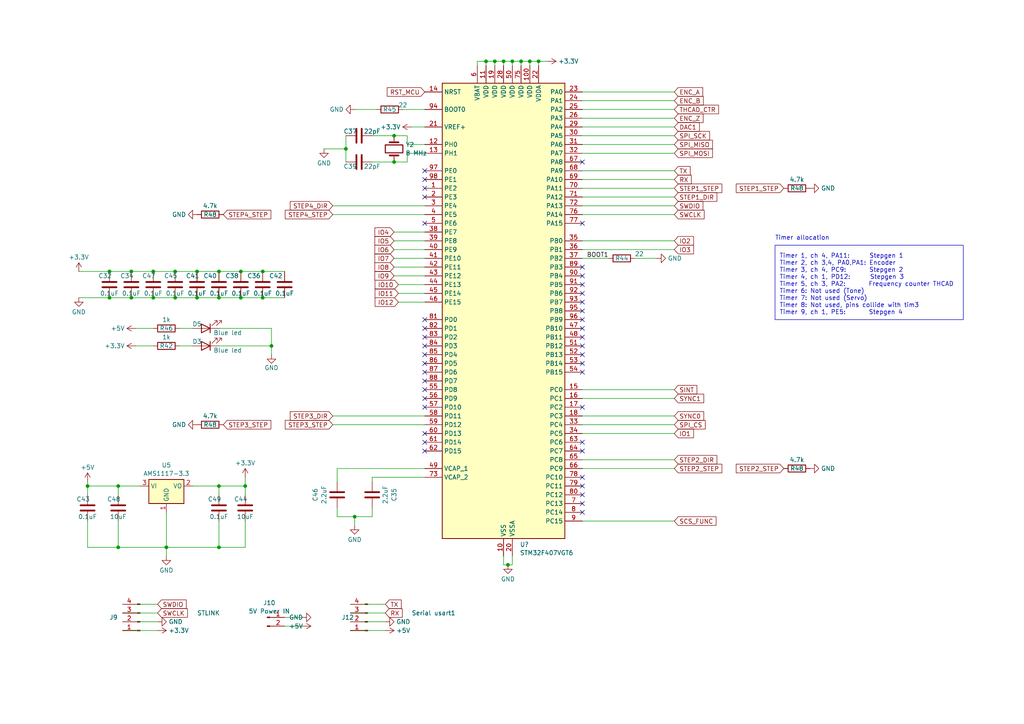
<source format=kicad_sch>
(kicad_sch (version 20230121) (generator eeschema)

  (uuid 29d1fc65-591a-4c4e-a1fd-d6076e24f303)

  (paper "A4")

  (title_block
    (title "MetalMusings EaserCAT 3000")
  )

  (lib_symbols
    (symbol "Connector:Conn_01x02_Pin" (pin_names (offset 1.016) hide) (in_bom yes) (on_board yes)
      (property "Reference" "J" (at 0 2.54 0)
        (effects (font (size 1.27 1.27)))
      )
      (property "Value" "Conn_01x02_Pin" (at 0 -5.08 0)
        (effects (font (size 1.27 1.27)))
      )
      (property "Footprint" "" (at 0 0 0)
        (effects (font (size 1.27 1.27)) hide)
      )
      (property "Datasheet" "~" (at 0 0 0)
        (effects (font (size 1.27 1.27)) hide)
      )
      (property "ki_locked" "" (at 0 0 0)
        (effects (font (size 1.27 1.27)))
      )
      (property "ki_keywords" "connector" (at 0 0 0)
        (effects (font (size 1.27 1.27)) hide)
      )
      (property "ki_description" "Generic connector, single row, 01x02, script generated" (at 0 0 0)
        (effects (font (size 1.27 1.27)) hide)
      )
      (property "ki_fp_filters" "Connector*:*_1x??_*" (at 0 0 0)
        (effects (font (size 1.27 1.27)) hide)
      )
      (symbol "Conn_01x02_Pin_1_1"
        (polyline
          (pts
            (xy 1.27 -2.54)
            (xy 0.8636 -2.54)
          )
          (stroke (width 0.1524) (type default))
          (fill (type none))
        )
        (polyline
          (pts
            (xy 1.27 0)
            (xy 0.8636 0)
          )
          (stroke (width 0.1524) (type default))
          (fill (type none))
        )
        (rectangle (start 0.8636 -2.413) (end 0 -2.667)
          (stroke (width 0.1524) (type default))
          (fill (type outline))
        )
        (rectangle (start 0.8636 0.127) (end 0 -0.127)
          (stroke (width 0.1524) (type default))
          (fill (type outline))
        )
        (pin passive line (at 5.08 0 180) (length 3.81)
          (name "Pin_1" (effects (font (size 1.27 1.27))))
          (number "1" (effects (font (size 1.27 1.27))))
        )
        (pin passive line (at 5.08 -2.54 180) (length 3.81)
          (name "Pin_2" (effects (font (size 1.27 1.27))))
          (number "2" (effects (font (size 1.27 1.27))))
        )
      )
    )
    (symbol "Connector:Conn_01x04_Pin" (pin_names (offset 1.016) hide) (in_bom yes) (on_board yes)
      (property "Reference" "J" (at 0 5.08 0)
        (effects (font (size 1.27 1.27)))
      )
      (property "Value" "Conn_01x04_Pin" (at 0 -7.62 0)
        (effects (font (size 1.27 1.27)))
      )
      (property "Footprint" "" (at 0 0 0)
        (effects (font (size 1.27 1.27)) hide)
      )
      (property "Datasheet" "~" (at 0 0 0)
        (effects (font (size 1.27 1.27)) hide)
      )
      (property "ki_locked" "" (at 0 0 0)
        (effects (font (size 1.27 1.27)))
      )
      (property "ki_keywords" "connector" (at 0 0 0)
        (effects (font (size 1.27 1.27)) hide)
      )
      (property "ki_description" "Generic connector, single row, 01x04, script generated" (at 0 0 0)
        (effects (font (size 1.27 1.27)) hide)
      )
      (property "ki_fp_filters" "Connector*:*_1x??_*" (at 0 0 0)
        (effects (font (size 1.27 1.27)) hide)
      )
      (symbol "Conn_01x04_Pin_1_1"
        (polyline
          (pts
            (xy 1.27 -5.08)
            (xy 0.8636 -5.08)
          )
          (stroke (width 0.1524) (type default))
          (fill (type none))
        )
        (polyline
          (pts
            (xy 1.27 -2.54)
            (xy 0.8636 -2.54)
          )
          (stroke (width 0.1524) (type default))
          (fill (type none))
        )
        (polyline
          (pts
            (xy 1.27 0)
            (xy 0.8636 0)
          )
          (stroke (width 0.1524) (type default))
          (fill (type none))
        )
        (polyline
          (pts
            (xy 1.27 2.54)
            (xy 0.8636 2.54)
          )
          (stroke (width 0.1524) (type default))
          (fill (type none))
        )
        (rectangle (start 0.8636 -4.953) (end 0 -5.207)
          (stroke (width 0.1524) (type default))
          (fill (type outline))
        )
        (rectangle (start 0.8636 -2.413) (end 0 -2.667)
          (stroke (width 0.1524) (type default))
          (fill (type outline))
        )
        (rectangle (start 0.8636 0.127) (end 0 -0.127)
          (stroke (width 0.1524) (type default))
          (fill (type outline))
        )
        (rectangle (start 0.8636 2.667) (end 0 2.413)
          (stroke (width 0.1524) (type default))
          (fill (type outline))
        )
        (pin passive line (at 5.08 2.54 180) (length 3.81)
          (name "Pin_1" (effects (font (size 1.27 1.27))))
          (number "1" (effects (font (size 1.27 1.27))))
        )
        (pin passive line (at 5.08 0 180) (length 3.81)
          (name "Pin_2" (effects (font (size 1.27 1.27))))
          (number "2" (effects (font (size 1.27 1.27))))
        )
        (pin passive line (at 5.08 -2.54 180) (length 3.81)
          (name "Pin_3" (effects (font (size 1.27 1.27))))
          (number "3" (effects (font (size 1.27 1.27))))
        )
        (pin passive line (at 5.08 -5.08 180) (length 3.81)
          (name "Pin_4" (effects (font (size 1.27 1.27))))
          (number "4" (effects (font (size 1.27 1.27))))
        )
      )
    )
    (symbol "Device:C" (pin_numbers hide) (pin_names (offset 0.254)) (in_bom yes) (on_board yes)
      (property "Reference" "C" (at 0.635 2.54 0)
        (effects (font (size 1.27 1.27)) (justify left))
      )
      (property "Value" "C" (at 0.635 -2.54 0)
        (effects (font (size 1.27 1.27)) (justify left))
      )
      (property "Footprint" "" (at 0.9652 -3.81 0)
        (effects (font (size 1.27 1.27)) hide)
      )
      (property "Datasheet" "~" (at 0 0 0)
        (effects (font (size 1.27 1.27)) hide)
      )
      (property "ki_keywords" "cap capacitor" (at 0 0 0)
        (effects (font (size 1.27 1.27)) hide)
      )
      (property "ki_description" "Unpolarized capacitor" (at 0 0 0)
        (effects (font (size 1.27 1.27)) hide)
      )
      (property "ki_fp_filters" "C_*" (at 0 0 0)
        (effects (font (size 1.27 1.27)) hide)
      )
      (symbol "C_0_1"
        (polyline
          (pts
            (xy -2.032 -0.762)
            (xy 2.032 -0.762)
          )
          (stroke (width 0.508) (type default))
          (fill (type none))
        )
        (polyline
          (pts
            (xy -2.032 0.762)
            (xy 2.032 0.762)
          )
          (stroke (width 0.508) (type default))
          (fill (type none))
        )
      )
      (symbol "C_1_1"
        (pin passive line (at 0 3.81 270) (length 2.794)
          (name "~" (effects (font (size 1.27 1.27))))
          (number "1" (effects (font (size 1.27 1.27))))
        )
        (pin passive line (at 0 -3.81 90) (length 2.794)
          (name "~" (effects (font (size 1.27 1.27))))
          (number "2" (effects (font (size 1.27 1.27))))
        )
      )
    )
    (symbol "Device:Crystal" (pin_numbers hide) (pin_names (offset 1.016) hide) (in_bom yes) (on_board yes)
      (property "Reference" "Y" (at 0 3.81 0)
        (effects (font (size 1.27 1.27)))
      )
      (property "Value" "Crystal" (at 0 -3.81 0)
        (effects (font (size 1.27 1.27)))
      )
      (property "Footprint" "" (at 0 0 0)
        (effects (font (size 1.27 1.27)) hide)
      )
      (property "Datasheet" "~" (at 0 0 0)
        (effects (font (size 1.27 1.27)) hide)
      )
      (property "ki_keywords" "quartz ceramic resonator oscillator" (at 0 0 0)
        (effects (font (size 1.27 1.27)) hide)
      )
      (property "ki_description" "Two pin crystal" (at 0 0 0)
        (effects (font (size 1.27 1.27)) hide)
      )
      (property "ki_fp_filters" "Crystal*" (at 0 0 0)
        (effects (font (size 1.27 1.27)) hide)
      )
      (symbol "Crystal_0_1"
        (rectangle (start -1.143 2.54) (end 1.143 -2.54)
          (stroke (width 0.3048) (type default))
          (fill (type none))
        )
        (polyline
          (pts
            (xy -2.54 0)
            (xy -1.905 0)
          )
          (stroke (width 0) (type default))
          (fill (type none))
        )
        (polyline
          (pts
            (xy -1.905 -1.27)
            (xy -1.905 1.27)
          )
          (stroke (width 0.508) (type default))
          (fill (type none))
        )
        (polyline
          (pts
            (xy 1.905 -1.27)
            (xy 1.905 1.27)
          )
          (stroke (width 0.508) (type default))
          (fill (type none))
        )
        (polyline
          (pts
            (xy 2.54 0)
            (xy 1.905 0)
          )
          (stroke (width 0) (type default))
          (fill (type none))
        )
      )
      (symbol "Crystal_1_1"
        (pin passive line (at -3.81 0 0) (length 1.27)
          (name "1" (effects (font (size 1.27 1.27))))
          (number "1" (effects (font (size 1.27 1.27))))
        )
        (pin passive line (at 3.81 0 180) (length 1.27)
          (name "2" (effects (font (size 1.27 1.27))))
          (number "2" (effects (font (size 1.27 1.27))))
        )
      )
    )
    (symbol "Device:LED" (pin_numbers hide) (pin_names (offset 1.016) hide) (in_bom yes) (on_board yes)
      (property "Reference" "D" (at 0 2.54 0)
        (effects (font (size 1.27 1.27)))
      )
      (property "Value" "LED" (at 0 -2.54 0)
        (effects (font (size 1.27 1.27)))
      )
      (property "Footprint" "" (at 0 0 0)
        (effects (font (size 1.27 1.27)) hide)
      )
      (property "Datasheet" "~" (at 0 0 0)
        (effects (font (size 1.27 1.27)) hide)
      )
      (property "ki_keywords" "LED diode" (at 0 0 0)
        (effects (font (size 1.27 1.27)) hide)
      )
      (property "ki_description" "Light emitting diode" (at 0 0 0)
        (effects (font (size 1.27 1.27)) hide)
      )
      (property "ki_fp_filters" "LED* LED_SMD:* LED_THT:*" (at 0 0 0)
        (effects (font (size 1.27 1.27)) hide)
      )
      (symbol "LED_0_1"
        (polyline
          (pts
            (xy -1.27 -1.27)
            (xy -1.27 1.27)
          )
          (stroke (width 0.254) (type default))
          (fill (type none))
        )
        (polyline
          (pts
            (xy -1.27 0)
            (xy 1.27 0)
          )
          (stroke (width 0) (type default))
          (fill (type none))
        )
        (polyline
          (pts
            (xy 1.27 -1.27)
            (xy 1.27 1.27)
            (xy -1.27 0)
            (xy 1.27 -1.27)
          )
          (stroke (width 0.254) (type default))
          (fill (type none))
        )
        (polyline
          (pts
            (xy -3.048 -0.762)
            (xy -4.572 -2.286)
            (xy -3.81 -2.286)
            (xy -4.572 -2.286)
            (xy -4.572 -1.524)
          )
          (stroke (width 0) (type default))
          (fill (type none))
        )
        (polyline
          (pts
            (xy -1.778 -0.762)
            (xy -3.302 -2.286)
            (xy -2.54 -2.286)
            (xy -3.302 -2.286)
            (xy -3.302 -1.524)
          )
          (stroke (width 0) (type default))
          (fill (type none))
        )
      )
      (symbol "LED_1_1"
        (pin passive line (at -3.81 0 0) (length 2.54)
          (name "K" (effects (font (size 1.27 1.27))))
          (number "1" (effects (font (size 1.27 1.27))))
        )
        (pin passive line (at 3.81 0 180) (length 2.54)
          (name "A" (effects (font (size 1.27 1.27))))
          (number "2" (effects (font (size 1.27 1.27))))
        )
      )
    )
    (symbol "Device:R" (pin_numbers hide) (pin_names (offset 0)) (in_bom yes) (on_board yes)
      (property "Reference" "R" (at 2.032 0 90)
        (effects (font (size 1.27 1.27)))
      )
      (property "Value" "R" (at 0 0 90)
        (effects (font (size 1.27 1.27)))
      )
      (property "Footprint" "" (at -1.778 0 90)
        (effects (font (size 1.27 1.27)) hide)
      )
      (property "Datasheet" "~" (at 0 0 0)
        (effects (font (size 1.27 1.27)) hide)
      )
      (property "ki_keywords" "R res resistor" (at 0 0 0)
        (effects (font (size 1.27 1.27)) hide)
      )
      (property "ki_description" "Resistor" (at 0 0 0)
        (effects (font (size 1.27 1.27)) hide)
      )
      (property "ki_fp_filters" "R_*" (at 0 0 0)
        (effects (font (size 1.27 1.27)) hide)
      )
      (symbol "R_0_1"
        (rectangle (start -1.016 -2.54) (end 1.016 2.54)
          (stroke (width 0.254) (type default))
          (fill (type none))
        )
      )
      (symbol "R_1_1"
        (pin passive line (at 0 3.81 270) (length 1.27)
          (name "~" (effects (font (size 1.27 1.27))))
          (number "1" (effects (font (size 1.27 1.27))))
        )
        (pin passive line (at 0 -3.81 90) (length 1.27)
          (name "~" (effects (font (size 1.27 1.27))))
          (number "2" (effects (font (size 1.27 1.27))))
        )
      )
    )
    (symbol "MCU_ST_STM32F4:STM32F407VGTx" (in_bom yes) (on_board yes)
      (property "Reference" "U" (at -17.78 67.31 0)
        (effects (font (size 1.27 1.27)) (justify left))
      )
      (property "Value" "STM32F407VGTx" (at 12.7 67.31 0)
        (effects (font (size 1.27 1.27)) (justify left))
      )
      (property "Footprint" "Package_QFP:LQFP-100_14x14mm_P0.5mm" (at -17.78 -66.04 0)
        (effects (font (size 1.27 1.27)) (justify right) hide)
      )
      (property "Datasheet" "https://www.st.com/resource/en/datasheet/stm32f407vg.pdf" (at 0 0 0)
        (effects (font (size 1.27 1.27)) hide)
      )
      (property "ki_locked" "" (at 0 0 0)
        (effects (font (size 1.27 1.27)))
      )
      (property "ki_keywords" "Arm Cortex-M4 STM32F4 STM32F407/417" (at 0 0 0)
        (effects (font (size 1.27 1.27)) hide)
      )
      (property "ki_description" "STMicroelectronics Arm Cortex-M4 MCU, 1024KB flash, 192KB RAM, 168 MHz, 1.8-3.6V, 82 GPIO, LQFP100" (at 0 0 0)
        (effects (font (size 1.27 1.27)) hide)
      )
      (property "ki_fp_filters" "LQFP*14x14mm*P0.5mm*" (at 0 0 0)
        (effects (font (size 1.27 1.27)) hide)
      )
      (symbol "STM32F407VGTx_0_1"
        (rectangle (start -17.78 -66.04) (end 17.78 66.04)
          (stroke (width 0.254) (type default))
          (fill (type background))
        )
      )
      (symbol "STM32F407VGTx_1_1"
        (pin bidirectional line (at -22.86 35.56 0) (length 5.08)
          (name "PE2" (effects (font (size 1.27 1.27))))
          (number "1" (effects (font (size 1.27 1.27))))
          (alternate "ETH_TXD3" bidirectional line)
          (alternate "FSMC_A23" bidirectional line)
          (alternate "SYS_TRACECLK" bidirectional line)
        )
        (pin power_in line (at 0 -71.12 90) (length 5.08)
          (name "VSS" (effects (font (size 1.27 1.27))))
          (number "10" (effects (font (size 1.27 1.27))))
        )
        (pin power_in line (at 7.62 71.12 270) (length 5.08)
          (name "VDD" (effects (font (size 1.27 1.27))))
          (number "100" (effects (font (size 1.27 1.27))))
        )
        (pin power_in line (at -5.08 71.12 270) (length 5.08)
          (name "VDD" (effects (font (size 1.27 1.27))))
          (number "11" (effects (font (size 1.27 1.27))))
        )
        (pin bidirectional line (at -22.86 48.26 0) (length 5.08)
          (name "PH0" (effects (font (size 1.27 1.27))))
          (number "12" (effects (font (size 1.27 1.27))))
          (alternate "RCC_OSC_IN" bidirectional line)
        )
        (pin bidirectional line (at -22.86 45.72 0) (length 5.08)
          (name "PH1" (effects (font (size 1.27 1.27))))
          (number "13" (effects (font (size 1.27 1.27))))
          (alternate "RCC_OSC_OUT" bidirectional line)
        )
        (pin input line (at -22.86 63.5 0) (length 5.08)
          (name "NRST" (effects (font (size 1.27 1.27))))
          (number "14" (effects (font (size 1.27 1.27))))
        )
        (pin bidirectional line (at 22.86 -22.86 180) (length 5.08)
          (name "PC0" (effects (font (size 1.27 1.27))))
          (number "15" (effects (font (size 1.27 1.27))))
          (alternate "ADC1_IN10" bidirectional line)
          (alternate "ADC2_IN10" bidirectional line)
          (alternate "ADC3_IN10" bidirectional line)
          (alternate "USB_OTG_HS_ULPI_STP" bidirectional line)
        )
        (pin bidirectional line (at 22.86 -25.4 180) (length 5.08)
          (name "PC1" (effects (font (size 1.27 1.27))))
          (number "16" (effects (font (size 1.27 1.27))))
          (alternate "ADC1_IN11" bidirectional line)
          (alternate "ADC2_IN11" bidirectional line)
          (alternate "ADC3_IN11" bidirectional line)
          (alternate "ETH_MDC" bidirectional line)
        )
        (pin bidirectional line (at 22.86 -27.94 180) (length 5.08)
          (name "PC2" (effects (font (size 1.27 1.27))))
          (number "17" (effects (font (size 1.27 1.27))))
          (alternate "ADC1_IN12" bidirectional line)
          (alternate "ADC2_IN12" bidirectional line)
          (alternate "ADC3_IN12" bidirectional line)
          (alternate "ETH_TXD2" bidirectional line)
          (alternate "I2S2_ext_SD" bidirectional line)
          (alternate "SPI2_MISO" bidirectional line)
          (alternate "USB_OTG_HS_ULPI_DIR" bidirectional line)
        )
        (pin bidirectional line (at 22.86 -30.48 180) (length 5.08)
          (name "PC3" (effects (font (size 1.27 1.27))))
          (number "18" (effects (font (size 1.27 1.27))))
          (alternate "ADC1_IN13" bidirectional line)
          (alternate "ADC2_IN13" bidirectional line)
          (alternate "ADC3_IN13" bidirectional line)
          (alternate "ETH_TX_CLK" bidirectional line)
          (alternate "I2S2_SD" bidirectional line)
          (alternate "SPI2_MOSI" bidirectional line)
          (alternate "USB_OTG_HS_ULPI_NXT" bidirectional line)
        )
        (pin power_in line (at -2.54 71.12 270) (length 5.08)
          (name "VDD" (effects (font (size 1.27 1.27))))
          (number "19" (effects (font (size 1.27 1.27))))
        )
        (pin bidirectional line (at -22.86 33.02 0) (length 5.08)
          (name "PE3" (effects (font (size 1.27 1.27))))
          (number "2" (effects (font (size 1.27 1.27))))
          (alternate "FSMC_A19" bidirectional line)
          (alternate "SYS_TRACED0" bidirectional line)
        )
        (pin power_in line (at 2.54 -71.12 90) (length 5.08)
          (name "VSSA" (effects (font (size 1.27 1.27))))
          (number "20" (effects (font (size 1.27 1.27))))
        )
        (pin input line (at -22.86 53.34 0) (length 5.08)
          (name "VREF+" (effects (font (size 1.27 1.27))))
          (number "21" (effects (font (size 1.27 1.27))))
        )
        (pin power_in line (at 10.16 71.12 270) (length 5.08)
          (name "VDDA" (effects (font (size 1.27 1.27))))
          (number "22" (effects (font (size 1.27 1.27))))
        )
        (pin bidirectional line (at 22.86 63.5 180) (length 5.08)
          (name "PA0" (effects (font (size 1.27 1.27))))
          (number "23" (effects (font (size 1.27 1.27))))
          (alternate "ADC1_IN0" bidirectional line)
          (alternate "ADC2_IN0" bidirectional line)
          (alternate "ADC3_IN0" bidirectional line)
          (alternate "ETH_CRS" bidirectional line)
          (alternate "SYS_WKUP" bidirectional line)
          (alternate "TIM2_CH1" bidirectional line)
          (alternate "TIM2_ETR" bidirectional line)
          (alternate "TIM5_CH1" bidirectional line)
          (alternate "TIM8_ETR" bidirectional line)
          (alternate "UART4_TX" bidirectional line)
          (alternate "USART2_CTS" bidirectional line)
        )
        (pin bidirectional line (at 22.86 60.96 180) (length 5.08)
          (name "PA1" (effects (font (size 1.27 1.27))))
          (number "24" (effects (font (size 1.27 1.27))))
          (alternate "ADC1_IN1" bidirectional line)
          (alternate "ADC2_IN1" bidirectional line)
          (alternate "ADC3_IN1" bidirectional line)
          (alternate "ETH_REF_CLK" bidirectional line)
          (alternate "ETH_RX_CLK" bidirectional line)
          (alternate "TIM2_CH2" bidirectional line)
          (alternate "TIM5_CH2" bidirectional line)
          (alternate "UART4_RX" bidirectional line)
          (alternate "USART2_RTS" bidirectional line)
        )
        (pin bidirectional line (at 22.86 58.42 180) (length 5.08)
          (name "PA2" (effects (font (size 1.27 1.27))))
          (number "25" (effects (font (size 1.27 1.27))))
          (alternate "ADC1_IN2" bidirectional line)
          (alternate "ADC2_IN2" bidirectional line)
          (alternate "ADC3_IN2" bidirectional line)
          (alternate "ETH_MDIO" bidirectional line)
          (alternate "TIM2_CH3" bidirectional line)
          (alternate "TIM5_CH3" bidirectional line)
          (alternate "TIM9_CH1" bidirectional line)
          (alternate "USART2_TX" bidirectional line)
        )
        (pin bidirectional line (at 22.86 55.88 180) (length 5.08)
          (name "PA3" (effects (font (size 1.27 1.27))))
          (number "26" (effects (font (size 1.27 1.27))))
          (alternate "ADC1_IN3" bidirectional line)
          (alternate "ADC2_IN3" bidirectional line)
          (alternate "ADC3_IN3" bidirectional line)
          (alternate "ETH_COL" bidirectional line)
          (alternate "TIM2_CH4" bidirectional line)
          (alternate "TIM5_CH4" bidirectional line)
          (alternate "TIM9_CH2" bidirectional line)
          (alternate "USART2_RX" bidirectional line)
          (alternate "USB_OTG_HS_ULPI_D0" bidirectional line)
        )
        (pin passive line (at 0 -71.12 90) (length 5.08) hide
          (name "VSS" (effects (font (size 1.27 1.27))))
          (number "27" (effects (font (size 1.27 1.27))))
        )
        (pin power_in line (at 0 71.12 270) (length 5.08)
          (name "VDD" (effects (font (size 1.27 1.27))))
          (number "28" (effects (font (size 1.27 1.27))))
        )
        (pin bidirectional line (at 22.86 53.34 180) (length 5.08)
          (name "PA4" (effects (font (size 1.27 1.27))))
          (number "29" (effects (font (size 1.27 1.27))))
          (alternate "ADC1_IN4" bidirectional line)
          (alternate "ADC2_IN4" bidirectional line)
          (alternate "DAC_OUT1" bidirectional line)
          (alternate "DCMI_HSYNC" bidirectional line)
          (alternate "I2S3_WS" bidirectional line)
          (alternate "SPI1_NSS" bidirectional line)
          (alternate "SPI3_NSS" bidirectional line)
          (alternate "USART2_CK" bidirectional line)
          (alternate "USB_OTG_HS_SOF" bidirectional line)
        )
        (pin bidirectional line (at -22.86 30.48 0) (length 5.08)
          (name "PE4" (effects (font (size 1.27 1.27))))
          (number "3" (effects (font (size 1.27 1.27))))
          (alternate "DCMI_D4" bidirectional line)
          (alternate "FSMC_A20" bidirectional line)
          (alternate "SYS_TRACED1" bidirectional line)
        )
        (pin bidirectional line (at 22.86 50.8 180) (length 5.08)
          (name "PA5" (effects (font (size 1.27 1.27))))
          (number "30" (effects (font (size 1.27 1.27))))
          (alternate "ADC1_IN5" bidirectional line)
          (alternate "ADC2_IN5" bidirectional line)
          (alternate "DAC_OUT2" bidirectional line)
          (alternate "SPI1_SCK" bidirectional line)
          (alternate "TIM2_CH1" bidirectional line)
          (alternate "TIM2_ETR" bidirectional line)
          (alternate "TIM8_CH1N" bidirectional line)
          (alternate "USB_OTG_HS_ULPI_CK" bidirectional line)
        )
        (pin bidirectional line (at 22.86 48.26 180) (length 5.08)
          (name "PA6" (effects (font (size 1.27 1.27))))
          (number "31" (effects (font (size 1.27 1.27))))
          (alternate "ADC1_IN6" bidirectional line)
          (alternate "ADC2_IN6" bidirectional line)
          (alternate "DCMI_PIXCLK" bidirectional line)
          (alternate "SPI1_MISO" bidirectional line)
          (alternate "TIM13_CH1" bidirectional line)
          (alternate "TIM1_BKIN" bidirectional line)
          (alternate "TIM3_CH1" bidirectional line)
          (alternate "TIM8_BKIN" bidirectional line)
        )
        (pin bidirectional line (at 22.86 45.72 180) (length 5.08)
          (name "PA7" (effects (font (size 1.27 1.27))))
          (number "32" (effects (font (size 1.27 1.27))))
          (alternate "ADC1_IN7" bidirectional line)
          (alternate "ADC2_IN7" bidirectional line)
          (alternate "ETH_CRS_DV" bidirectional line)
          (alternate "ETH_RX_DV" bidirectional line)
          (alternate "SPI1_MOSI" bidirectional line)
          (alternate "TIM14_CH1" bidirectional line)
          (alternate "TIM1_CH1N" bidirectional line)
          (alternate "TIM3_CH2" bidirectional line)
          (alternate "TIM8_CH1N" bidirectional line)
        )
        (pin bidirectional line (at 22.86 -33.02 180) (length 5.08)
          (name "PC4" (effects (font (size 1.27 1.27))))
          (number "33" (effects (font (size 1.27 1.27))))
          (alternate "ADC1_IN14" bidirectional line)
          (alternate "ADC2_IN14" bidirectional line)
          (alternate "ETH_RXD0" bidirectional line)
        )
        (pin bidirectional line (at 22.86 -35.56 180) (length 5.08)
          (name "PC5" (effects (font (size 1.27 1.27))))
          (number "34" (effects (font (size 1.27 1.27))))
          (alternate "ADC1_IN15" bidirectional line)
          (alternate "ADC2_IN15" bidirectional line)
          (alternate "ETH_RXD1" bidirectional line)
        )
        (pin bidirectional line (at 22.86 20.32 180) (length 5.08)
          (name "PB0" (effects (font (size 1.27 1.27))))
          (number "35" (effects (font (size 1.27 1.27))))
          (alternate "ADC1_IN8" bidirectional line)
          (alternate "ADC2_IN8" bidirectional line)
          (alternate "ETH_RXD2" bidirectional line)
          (alternate "TIM1_CH2N" bidirectional line)
          (alternate "TIM3_CH3" bidirectional line)
          (alternate "TIM8_CH2N" bidirectional line)
          (alternate "USB_OTG_HS_ULPI_D1" bidirectional line)
        )
        (pin bidirectional line (at 22.86 17.78 180) (length 5.08)
          (name "PB1" (effects (font (size 1.27 1.27))))
          (number "36" (effects (font (size 1.27 1.27))))
          (alternate "ADC1_IN9" bidirectional line)
          (alternate "ADC2_IN9" bidirectional line)
          (alternate "ETH_RXD3" bidirectional line)
          (alternate "TIM1_CH3N" bidirectional line)
          (alternate "TIM3_CH4" bidirectional line)
          (alternate "TIM8_CH3N" bidirectional line)
          (alternate "USB_OTG_HS_ULPI_D2" bidirectional line)
        )
        (pin bidirectional line (at 22.86 15.24 180) (length 5.08)
          (name "PB2" (effects (font (size 1.27 1.27))))
          (number "37" (effects (font (size 1.27 1.27))))
        )
        (pin bidirectional line (at -22.86 22.86 0) (length 5.08)
          (name "PE7" (effects (font (size 1.27 1.27))))
          (number "38" (effects (font (size 1.27 1.27))))
          (alternate "FSMC_D4" bidirectional line)
          (alternate "FSMC_DA4" bidirectional line)
          (alternate "TIM1_ETR" bidirectional line)
        )
        (pin bidirectional line (at -22.86 20.32 0) (length 5.08)
          (name "PE8" (effects (font (size 1.27 1.27))))
          (number "39" (effects (font (size 1.27 1.27))))
          (alternate "FSMC_D5" bidirectional line)
          (alternate "FSMC_DA5" bidirectional line)
          (alternate "TIM1_CH1N" bidirectional line)
        )
        (pin bidirectional line (at -22.86 27.94 0) (length 5.08)
          (name "PE5" (effects (font (size 1.27 1.27))))
          (number "4" (effects (font (size 1.27 1.27))))
          (alternate "DCMI_D6" bidirectional line)
          (alternate "FSMC_A21" bidirectional line)
          (alternate "SYS_TRACED2" bidirectional line)
          (alternate "TIM9_CH1" bidirectional line)
        )
        (pin bidirectional line (at -22.86 17.78 0) (length 5.08)
          (name "PE9" (effects (font (size 1.27 1.27))))
          (number "40" (effects (font (size 1.27 1.27))))
          (alternate "DAC_EXTI9" bidirectional line)
          (alternate "FSMC_D6" bidirectional line)
          (alternate "FSMC_DA6" bidirectional line)
          (alternate "TIM1_CH1" bidirectional line)
        )
        (pin bidirectional line (at -22.86 15.24 0) (length 5.08)
          (name "PE10" (effects (font (size 1.27 1.27))))
          (number "41" (effects (font (size 1.27 1.27))))
          (alternate "FSMC_D7" bidirectional line)
          (alternate "FSMC_DA7" bidirectional line)
          (alternate "TIM1_CH2N" bidirectional line)
        )
        (pin bidirectional line (at -22.86 12.7 0) (length 5.08)
          (name "PE11" (effects (font (size 1.27 1.27))))
          (number "42" (effects (font (size 1.27 1.27))))
          (alternate "ADC1_EXTI11" bidirectional line)
          (alternate "ADC2_EXTI11" bidirectional line)
          (alternate "ADC3_EXTI11" bidirectional line)
          (alternate "FSMC_D8" bidirectional line)
          (alternate "FSMC_DA8" bidirectional line)
          (alternate "TIM1_CH2" bidirectional line)
        )
        (pin bidirectional line (at -22.86 10.16 0) (length 5.08)
          (name "PE12" (effects (font (size 1.27 1.27))))
          (number "43" (effects (font (size 1.27 1.27))))
          (alternate "FSMC_D9" bidirectional line)
          (alternate "FSMC_DA9" bidirectional line)
          (alternate "TIM1_CH3N" bidirectional line)
        )
        (pin bidirectional line (at -22.86 7.62 0) (length 5.08)
          (name "PE13" (effects (font (size 1.27 1.27))))
          (number "44" (effects (font (size 1.27 1.27))))
          (alternate "FSMC_D10" bidirectional line)
          (alternate "FSMC_DA10" bidirectional line)
          (alternate "TIM1_CH3" bidirectional line)
        )
        (pin bidirectional line (at -22.86 5.08 0) (length 5.08)
          (name "PE14" (effects (font (size 1.27 1.27))))
          (number "45" (effects (font (size 1.27 1.27))))
          (alternate "FSMC_D11" bidirectional line)
          (alternate "FSMC_DA11" bidirectional line)
          (alternate "TIM1_CH4" bidirectional line)
        )
        (pin bidirectional line (at -22.86 2.54 0) (length 5.08)
          (name "PE15" (effects (font (size 1.27 1.27))))
          (number "46" (effects (font (size 1.27 1.27))))
          (alternate "ADC1_EXTI15" bidirectional line)
          (alternate "ADC2_EXTI15" bidirectional line)
          (alternate "ADC3_EXTI15" bidirectional line)
          (alternate "FSMC_D12" bidirectional line)
          (alternate "FSMC_DA12" bidirectional line)
          (alternate "TIM1_BKIN" bidirectional line)
        )
        (pin bidirectional line (at 22.86 -5.08 180) (length 5.08)
          (name "PB10" (effects (font (size 1.27 1.27))))
          (number "47" (effects (font (size 1.27 1.27))))
          (alternate "ETH_RX_ER" bidirectional line)
          (alternate "I2C2_SCL" bidirectional line)
          (alternate "I2S2_CK" bidirectional line)
          (alternate "SPI2_SCK" bidirectional line)
          (alternate "TIM2_CH3" bidirectional line)
          (alternate "USART3_TX" bidirectional line)
          (alternate "USB_OTG_HS_ULPI_D3" bidirectional line)
        )
        (pin bidirectional line (at 22.86 -7.62 180) (length 5.08)
          (name "PB11" (effects (font (size 1.27 1.27))))
          (number "48" (effects (font (size 1.27 1.27))))
          (alternate "ADC1_EXTI11" bidirectional line)
          (alternate "ADC2_EXTI11" bidirectional line)
          (alternate "ADC3_EXTI11" bidirectional line)
          (alternate "ETH_TX_EN" bidirectional line)
          (alternate "I2C2_SDA" bidirectional line)
          (alternate "TIM2_CH4" bidirectional line)
          (alternate "USART3_RX" bidirectional line)
          (alternate "USB_OTG_HS_ULPI_D4" bidirectional line)
        )
        (pin power_out line (at -22.86 -45.72 0) (length 5.08)
          (name "VCAP_1" (effects (font (size 1.27 1.27))))
          (number "49" (effects (font (size 1.27 1.27))))
        )
        (pin bidirectional line (at -22.86 25.4 0) (length 5.08)
          (name "PE6" (effects (font (size 1.27 1.27))))
          (number "5" (effects (font (size 1.27 1.27))))
          (alternate "DCMI_D7" bidirectional line)
          (alternate "FSMC_A22" bidirectional line)
          (alternate "SYS_TRACED3" bidirectional line)
          (alternate "TIM9_CH2" bidirectional line)
        )
        (pin power_in line (at 2.54 71.12 270) (length 5.08)
          (name "VDD" (effects (font (size 1.27 1.27))))
          (number "50" (effects (font (size 1.27 1.27))))
        )
        (pin bidirectional line (at 22.86 -10.16 180) (length 5.08)
          (name "PB12" (effects (font (size 1.27 1.27))))
          (number "51" (effects (font (size 1.27 1.27))))
          (alternate "CAN2_RX" bidirectional line)
          (alternate "ETH_TXD0" bidirectional line)
          (alternate "I2C2_SMBA" bidirectional line)
          (alternate "I2S2_WS" bidirectional line)
          (alternate "SPI2_NSS" bidirectional line)
          (alternate "TIM1_BKIN" bidirectional line)
          (alternate "USART3_CK" bidirectional line)
          (alternate "USB_OTG_HS_ID" bidirectional line)
          (alternate "USB_OTG_HS_ULPI_D5" bidirectional line)
        )
        (pin bidirectional line (at 22.86 -12.7 180) (length 5.08)
          (name "PB13" (effects (font (size 1.27 1.27))))
          (number "52" (effects (font (size 1.27 1.27))))
          (alternate "CAN2_TX" bidirectional line)
          (alternate "ETH_TXD1" bidirectional line)
          (alternate "I2S2_CK" bidirectional line)
          (alternate "SPI2_SCK" bidirectional line)
          (alternate "TIM1_CH1N" bidirectional line)
          (alternate "USART3_CTS" bidirectional line)
          (alternate "USB_OTG_HS_ULPI_D6" bidirectional line)
          (alternate "USB_OTG_HS_VBUS" bidirectional line)
        )
        (pin bidirectional line (at 22.86 -15.24 180) (length 5.08)
          (name "PB14" (effects (font (size 1.27 1.27))))
          (number "53" (effects (font (size 1.27 1.27))))
          (alternate "I2S2_ext_SD" bidirectional line)
          (alternate "SPI2_MISO" bidirectional line)
          (alternate "TIM12_CH1" bidirectional line)
          (alternate "TIM1_CH2N" bidirectional line)
          (alternate "TIM8_CH2N" bidirectional line)
          (alternate "USART3_RTS" bidirectional line)
          (alternate "USB_OTG_HS_DM" bidirectional line)
        )
        (pin bidirectional line (at 22.86 -17.78 180) (length 5.08)
          (name "PB15" (effects (font (size 1.27 1.27))))
          (number "54" (effects (font (size 1.27 1.27))))
          (alternate "ADC1_EXTI15" bidirectional line)
          (alternate "ADC2_EXTI15" bidirectional line)
          (alternate "ADC3_EXTI15" bidirectional line)
          (alternate "I2S2_SD" bidirectional line)
          (alternate "RTC_REFIN" bidirectional line)
          (alternate "SPI2_MOSI" bidirectional line)
          (alternate "TIM12_CH2" bidirectional line)
          (alternate "TIM1_CH3N" bidirectional line)
          (alternate "TIM8_CH3N" bidirectional line)
          (alternate "USB_OTG_HS_DP" bidirectional line)
        )
        (pin bidirectional line (at -22.86 -22.86 0) (length 5.08)
          (name "PD8" (effects (font (size 1.27 1.27))))
          (number "55" (effects (font (size 1.27 1.27))))
          (alternate "FSMC_D13" bidirectional line)
          (alternate "FSMC_DA13" bidirectional line)
          (alternate "USART3_TX" bidirectional line)
        )
        (pin bidirectional line (at -22.86 -25.4 0) (length 5.08)
          (name "PD9" (effects (font (size 1.27 1.27))))
          (number "56" (effects (font (size 1.27 1.27))))
          (alternate "DAC_EXTI9" bidirectional line)
          (alternate "FSMC_D14" bidirectional line)
          (alternate "FSMC_DA14" bidirectional line)
          (alternate "USART3_RX" bidirectional line)
        )
        (pin bidirectional line (at -22.86 -27.94 0) (length 5.08)
          (name "PD10" (effects (font (size 1.27 1.27))))
          (number "57" (effects (font (size 1.27 1.27))))
          (alternate "FSMC_D15" bidirectional line)
          (alternate "FSMC_DA15" bidirectional line)
          (alternate "USART3_CK" bidirectional line)
        )
        (pin bidirectional line (at -22.86 -30.48 0) (length 5.08)
          (name "PD11" (effects (font (size 1.27 1.27))))
          (number "58" (effects (font (size 1.27 1.27))))
          (alternate "ADC1_EXTI11" bidirectional line)
          (alternate "ADC2_EXTI11" bidirectional line)
          (alternate "ADC3_EXTI11" bidirectional line)
          (alternate "FSMC_A16" bidirectional line)
          (alternate "FSMC_CLE" bidirectional line)
          (alternate "USART3_CTS" bidirectional line)
        )
        (pin bidirectional line (at -22.86 -33.02 0) (length 5.08)
          (name "PD12" (effects (font (size 1.27 1.27))))
          (number "59" (effects (font (size 1.27 1.27))))
          (alternate "FSMC_A17" bidirectional line)
          (alternate "FSMC_ALE" bidirectional line)
          (alternate "TIM4_CH1" bidirectional line)
          (alternate "USART3_RTS" bidirectional line)
        )
        (pin power_in line (at -7.62 71.12 270) (length 5.08)
          (name "VBAT" (effects (font (size 1.27 1.27))))
          (number "6" (effects (font (size 1.27 1.27))))
        )
        (pin bidirectional line (at -22.86 -35.56 0) (length 5.08)
          (name "PD13" (effects (font (size 1.27 1.27))))
          (number "60" (effects (font (size 1.27 1.27))))
          (alternate "FSMC_A18" bidirectional line)
          (alternate "TIM4_CH2" bidirectional line)
        )
        (pin bidirectional line (at -22.86 -38.1 0) (length 5.08)
          (name "PD14" (effects (font (size 1.27 1.27))))
          (number "61" (effects (font (size 1.27 1.27))))
          (alternate "FSMC_D0" bidirectional line)
          (alternate "FSMC_DA0" bidirectional line)
          (alternate "TIM4_CH3" bidirectional line)
        )
        (pin bidirectional line (at -22.86 -40.64 0) (length 5.08)
          (name "PD15" (effects (font (size 1.27 1.27))))
          (number "62" (effects (font (size 1.27 1.27))))
          (alternate "ADC1_EXTI15" bidirectional line)
          (alternate "ADC2_EXTI15" bidirectional line)
          (alternate "ADC3_EXTI15" bidirectional line)
          (alternate "FSMC_D1" bidirectional line)
          (alternate "FSMC_DA1" bidirectional line)
          (alternate "TIM4_CH4" bidirectional line)
        )
        (pin bidirectional line (at 22.86 -38.1 180) (length 5.08)
          (name "PC6" (effects (font (size 1.27 1.27))))
          (number "63" (effects (font (size 1.27 1.27))))
          (alternate "DCMI_D0" bidirectional line)
          (alternate "I2S2_MCK" bidirectional line)
          (alternate "SDIO_D6" bidirectional line)
          (alternate "TIM3_CH1" bidirectional line)
          (alternate "TIM8_CH1" bidirectional line)
          (alternate "USART6_TX" bidirectional line)
        )
        (pin bidirectional line (at 22.86 -40.64 180) (length 5.08)
          (name "PC7" (effects (font (size 1.27 1.27))))
          (number "64" (effects (font (size 1.27 1.27))))
          (alternate "DCMI_D1" bidirectional line)
          (alternate "I2S3_MCK" bidirectional line)
          (alternate "SDIO_D7" bidirectional line)
          (alternate "TIM3_CH2" bidirectional line)
          (alternate "TIM8_CH2" bidirectional line)
          (alternate "USART6_RX" bidirectional line)
        )
        (pin bidirectional line (at 22.86 -43.18 180) (length 5.08)
          (name "PC8" (effects (font (size 1.27 1.27))))
          (number "65" (effects (font (size 1.27 1.27))))
          (alternate "DCMI_D2" bidirectional line)
          (alternate "SDIO_D0" bidirectional line)
          (alternate "TIM3_CH3" bidirectional line)
          (alternate "TIM8_CH3" bidirectional line)
          (alternate "USART6_CK" bidirectional line)
        )
        (pin bidirectional line (at 22.86 -45.72 180) (length 5.08)
          (name "PC9" (effects (font (size 1.27 1.27))))
          (number "66" (effects (font (size 1.27 1.27))))
          (alternate "DAC_EXTI9" bidirectional line)
          (alternate "DCMI_D3" bidirectional line)
          (alternate "I2C3_SDA" bidirectional line)
          (alternate "I2S_CKIN" bidirectional line)
          (alternate "RCC_MCO_2" bidirectional line)
          (alternate "SDIO_D1" bidirectional line)
          (alternate "TIM3_CH4" bidirectional line)
          (alternate "TIM8_CH4" bidirectional line)
        )
        (pin bidirectional line (at 22.86 43.18 180) (length 5.08)
          (name "PA8" (effects (font (size 1.27 1.27))))
          (number "67" (effects (font (size 1.27 1.27))))
          (alternate "I2C3_SCL" bidirectional line)
          (alternate "RCC_MCO_1" bidirectional line)
          (alternate "TIM1_CH1" bidirectional line)
          (alternate "USART1_CK" bidirectional line)
          (alternate "USB_OTG_FS_SOF" bidirectional line)
        )
        (pin bidirectional line (at 22.86 40.64 180) (length 5.08)
          (name "PA9" (effects (font (size 1.27 1.27))))
          (number "68" (effects (font (size 1.27 1.27))))
          (alternate "DAC_EXTI9" bidirectional line)
          (alternate "DCMI_D0" bidirectional line)
          (alternate "I2C3_SMBA" bidirectional line)
          (alternate "TIM1_CH2" bidirectional line)
          (alternate "USART1_TX" bidirectional line)
          (alternate "USB_OTG_FS_VBUS" bidirectional line)
        )
        (pin bidirectional line (at 22.86 38.1 180) (length 5.08)
          (name "PA10" (effects (font (size 1.27 1.27))))
          (number "69" (effects (font (size 1.27 1.27))))
          (alternate "DCMI_D1" bidirectional line)
          (alternate "TIM1_CH3" bidirectional line)
          (alternate "USART1_RX" bidirectional line)
          (alternate "USB_OTG_FS_ID" bidirectional line)
        )
        (pin bidirectional line (at 22.86 -55.88 180) (length 5.08)
          (name "PC13" (effects (font (size 1.27 1.27))))
          (number "7" (effects (font (size 1.27 1.27))))
          (alternate "RTC_AF1" bidirectional line)
        )
        (pin bidirectional line (at 22.86 35.56 180) (length 5.08)
          (name "PA11" (effects (font (size 1.27 1.27))))
          (number "70" (effects (font (size 1.27 1.27))))
          (alternate "ADC1_EXTI11" bidirectional line)
          (alternate "ADC2_EXTI11" bidirectional line)
          (alternate "ADC3_EXTI11" bidirectional line)
          (alternate "CAN1_RX" bidirectional line)
          (alternate "TIM1_CH4" bidirectional line)
          (alternate "USART1_CTS" bidirectional line)
          (alternate "USB_OTG_FS_DM" bidirectional line)
        )
        (pin bidirectional line (at 22.86 33.02 180) (length 5.08)
          (name "PA12" (effects (font (size 1.27 1.27))))
          (number "71" (effects (font (size 1.27 1.27))))
          (alternate "CAN1_TX" bidirectional line)
          (alternate "TIM1_ETR" bidirectional line)
          (alternate "USART1_RTS" bidirectional line)
          (alternate "USB_OTG_FS_DP" bidirectional line)
        )
        (pin bidirectional line (at 22.86 30.48 180) (length 5.08)
          (name "PA13" (effects (font (size 1.27 1.27))))
          (number "72" (effects (font (size 1.27 1.27))))
          (alternate "SYS_JTMS-SWDIO" bidirectional line)
        )
        (pin power_out line (at -22.86 -48.26 0) (length 5.08)
          (name "VCAP_2" (effects (font (size 1.27 1.27))))
          (number "73" (effects (font (size 1.27 1.27))))
        )
        (pin passive line (at 0 -71.12 90) (length 5.08) hide
          (name "VSS" (effects (font (size 1.27 1.27))))
          (number "74" (effects (font (size 1.27 1.27))))
        )
        (pin power_in line (at 5.08 71.12 270) (length 5.08)
          (name "VDD" (effects (font (size 1.27 1.27))))
          (number "75" (effects (font (size 1.27 1.27))))
        )
        (pin bidirectional line (at 22.86 27.94 180) (length 5.08)
          (name "PA14" (effects (font (size 1.27 1.27))))
          (number "76" (effects (font (size 1.27 1.27))))
          (alternate "SYS_JTCK-SWCLK" bidirectional line)
        )
        (pin bidirectional line (at 22.86 25.4 180) (length 5.08)
          (name "PA15" (effects (font (size 1.27 1.27))))
          (number "77" (effects (font (size 1.27 1.27))))
          (alternate "ADC1_EXTI15" bidirectional line)
          (alternate "ADC2_EXTI15" bidirectional line)
          (alternate "ADC3_EXTI15" bidirectional line)
          (alternate "I2S3_WS" bidirectional line)
          (alternate "SPI1_NSS" bidirectional line)
          (alternate "SPI3_NSS" bidirectional line)
          (alternate "SYS_JTDI" bidirectional line)
          (alternate "TIM2_CH1" bidirectional line)
          (alternate "TIM2_ETR" bidirectional line)
        )
        (pin bidirectional line (at 22.86 -48.26 180) (length 5.08)
          (name "PC10" (effects (font (size 1.27 1.27))))
          (number "78" (effects (font (size 1.27 1.27))))
          (alternate "DCMI_D8" bidirectional line)
          (alternate "I2S3_CK" bidirectional line)
          (alternate "SDIO_D2" bidirectional line)
          (alternate "SPI3_SCK" bidirectional line)
          (alternate "UART4_TX" bidirectional line)
          (alternate "USART3_TX" bidirectional line)
        )
        (pin bidirectional line (at 22.86 -50.8 180) (length 5.08)
          (name "PC11" (effects (font (size 1.27 1.27))))
          (number "79" (effects (font (size 1.27 1.27))))
          (alternate "ADC1_EXTI11" bidirectional line)
          (alternate "ADC2_EXTI11" bidirectional line)
          (alternate "ADC3_EXTI11" bidirectional line)
          (alternate "DCMI_D4" bidirectional line)
          (alternate "I2S3_ext_SD" bidirectional line)
          (alternate "SDIO_D3" bidirectional line)
          (alternate "SPI3_MISO" bidirectional line)
          (alternate "UART4_RX" bidirectional line)
          (alternate "USART3_RX" bidirectional line)
        )
        (pin bidirectional line (at 22.86 -58.42 180) (length 5.08)
          (name "PC14" (effects (font (size 1.27 1.27))))
          (number "8" (effects (font (size 1.27 1.27))))
          (alternate "RCC_OSC32_IN" bidirectional line)
        )
        (pin bidirectional line (at 22.86 -53.34 180) (length 5.08)
          (name "PC12" (effects (font (size 1.27 1.27))))
          (number "80" (effects (font (size 1.27 1.27))))
          (alternate "DCMI_D9" bidirectional line)
          (alternate "I2S3_SD" bidirectional line)
          (alternate "SDIO_CK" bidirectional line)
          (alternate "SPI3_MOSI" bidirectional line)
          (alternate "UART5_TX" bidirectional line)
          (alternate "USART3_CK" bidirectional line)
        )
        (pin bidirectional line (at -22.86 -2.54 0) (length 5.08)
          (name "PD0" (effects (font (size 1.27 1.27))))
          (number "81" (effects (font (size 1.27 1.27))))
          (alternate "CAN1_RX" bidirectional line)
          (alternate "FSMC_D2" bidirectional line)
          (alternate "FSMC_DA2" bidirectional line)
        )
        (pin bidirectional line (at -22.86 -5.08 0) (length 5.08)
          (name "PD1" (effects (font (size 1.27 1.27))))
          (number "82" (effects (font (size 1.27 1.27))))
          (alternate "CAN1_TX" bidirectional line)
          (alternate "FSMC_D3" bidirectional line)
          (alternate "FSMC_DA3" bidirectional line)
        )
        (pin bidirectional line (at -22.86 -7.62 0) (length 5.08)
          (name "PD2" (effects (font (size 1.27 1.27))))
          (number "83" (effects (font (size 1.27 1.27))))
          (alternate "DCMI_D11" bidirectional line)
          (alternate "SDIO_CMD" bidirectional line)
          (alternate "TIM3_ETR" bidirectional line)
          (alternate "UART5_RX" bidirectional line)
        )
        (pin bidirectional line (at -22.86 -10.16 0) (length 5.08)
          (name "PD3" (effects (font (size 1.27 1.27))))
          (number "84" (effects (font (size 1.27 1.27))))
          (alternate "FSMC_CLK" bidirectional line)
          (alternate "USART2_CTS" bidirectional line)
        )
        (pin bidirectional line (at -22.86 -12.7 0) (length 5.08)
          (name "PD4" (effects (font (size 1.27 1.27))))
          (number "85" (effects (font (size 1.27 1.27))))
          (alternate "FSMC_NOE" bidirectional line)
          (alternate "USART2_RTS" bidirectional line)
        )
        (pin bidirectional line (at -22.86 -15.24 0) (length 5.08)
          (name "PD5" (effects (font (size 1.27 1.27))))
          (number "86" (effects (font (size 1.27 1.27))))
          (alternate "FSMC_NWE" bidirectional line)
          (alternate "USART2_TX" bidirectional line)
        )
        (pin bidirectional line (at -22.86 -17.78 0) (length 5.08)
          (name "PD6" (effects (font (size 1.27 1.27))))
          (number "87" (effects (font (size 1.27 1.27))))
          (alternate "FSMC_NWAIT" bidirectional line)
          (alternate "USART2_RX" bidirectional line)
        )
        (pin bidirectional line (at -22.86 -20.32 0) (length 5.08)
          (name "PD7" (effects (font (size 1.27 1.27))))
          (number "88" (effects (font (size 1.27 1.27))))
          (alternate "FSMC_NCE2" bidirectional line)
          (alternate "FSMC_NE1" bidirectional line)
          (alternate "USART2_CK" bidirectional line)
        )
        (pin bidirectional line (at 22.86 12.7 180) (length 5.08)
          (name "PB3" (effects (font (size 1.27 1.27))))
          (number "89" (effects (font (size 1.27 1.27))))
          (alternate "I2S3_CK" bidirectional line)
          (alternate "SPI1_SCK" bidirectional line)
          (alternate "SPI3_SCK" bidirectional line)
          (alternate "SYS_JTDO-SWO" bidirectional line)
          (alternate "TIM2_CH2" bidirectional line)
        )
        (pin bidirectional line (at 22.86 -60.96 180) (length 5.08)
          (name "PC15" (effects (font (size 1.27 1.27))))
          (number "9" (effects (font (size 1.27 1.27))))
          (alternate "ADC1_EXTI15" bidirectional line)
          (alternate "ADC2_EXTI15" bidirectional line)
          (alternate "ADC3_EXTI15" bidirectional line)
          (alternate "RCC_OSC32_OUT" bidirectional line)
        )
        (pin bidirectional line (at 22.86 10.16 180) (length 5.08)
          (name "PB4" (effects (font (size 1.27 1.27))))
          (number "90" (effects (font (size 1.27 1.27))))
          (alternate "I2S3_ext_SD" bidirectional line)
          (alternate "SPI1_MISO" bidirectional line)
          (alternate "SPI3_MISO" bidirectional line)
          (alternate "SYS_JTRST" bidirectional line)
          (alternate "TIM3_CH1" bidirectional line)
        )
        (pin bidirectional line (at 22.86 7.62 180) (length 5.08)
          (name "PB5" (effects (font (size 1.27 1.27))))
          (number "91" (effects (font (size 1.27 1.27))))
          (alternate "CAN2_RX" bidirectional line)
          (alternate "DCMI_D10" bidirectional line)
          (alternate "ETH_PPS_OUT" bidirectional line)
          (alternate "I2C1_SMBA" bidirectional line)
          (alternate "I2S3_SD" bidirectional line)
          (alternate "SPI1_MOSI" bidirectional line)
          (alternate "SPI3_MOSI" bidirectional line)
          (alternate "TIM3_CH2" bidirectional line)
          (alternate "USB_OTG_HS_ULPI_D7" bidirectional line)
        )
        (pin bidirectional line (at 22.86 5.08 180) (length 5.08)
          (name "PB6" (effects (font (size 1.27 1.27))))
          (number "92" (effects (font (size 1.27 1.27))))
          (alternate "CAN2_TX" bidirectional line)
          (alternate "DCMI_D5" bidirectional line)
          (alternate "I2C1_SCL" bidirectional line)
          (alternate "TIM4_CH1" bidirectional line)
          (alternate "USART1_TX" bidirectional line)
        )
        (pin bidirectional line (at 22.86 2.54 180) (length 5.08)
          (name "PB7" (effects (font (size 1.27 1.27))))
          (number "93" (effects (font (size 1.27 1.27))))
          (alternate "DCMI_VSYNC" bidirectional line)
          (alternate "FSMC_NL" bidirectional line)
          (alternate "I2C1_SDA" bidirectional line)
          (alternate "TIM4_CH2" bidirectional line)
          (alternate "USART1_RX" bidirectional line)
        )
        (pin input line (at -22.86 58.42 0) (length 5.08)
          (name "BOOT0" (effects (font (size 1.27 1.27))))
          (number "94" (effects (font (size 1.27 1.27))))
        )
        (pin bidirectional line (at 22.86 0 180) (length 5.08)
          (name "PB8" (effects (font (size 1.27 1.27))))
          (number "95" (effects (font (size 1.27 1.27))))
          (alternate "CAN1_RX" bidirectional line)
          (alternate "DCMI_D6" bidirectional line)
          (alternate "ETH_TXD3" bidirectional line)
          (alternate "I2C1_SCL" bidirectional line)
          (alternate "SDIO_D4" bidirectional line)
          (alternate "TIM10_CH1" bidirectional line)
          (alternate "TIM4_CH3" bidirectional line)
        )
        (pin bidirectional line (at 22.86 -2.54 180) (length 5.08)
          (name "PB9" (effects (font (size 1.27 1.27))))
          (number "96" (effects (font (size 1.27 1.27))))
          (alternate "CAN1_TX" bidirectional line)
          (alternate "DAC_EXTI9" bidirectional line)
          (alternate "DCMI_D7" bidirectional line)
          (alternate "I2C1_SDA" bidirectional line)
          (alternate "I2S2_WS" bidirectional line)
          (alternate "SDIO_D5" bidirectional line)
          (alternate "SPI2_NSS" bidirectional line)
          (alternate "TIM11_CH1" bidirectional line)
          (alternate "TIM4_CH4" bidirectional line)
        )
        (pin bidirectional line (at -22.86 40.64 0) (length 5.08)
          (name "PE0" (effects (font (size 1.27 1.27))))
          (number "97" (effects (font (size 1.27 1.27))))
          (alternate "DCMI_D2" bidirectional line)
          (alternate "FSMC_NBL0" bidirectional line)
          (alternate "TIM4_ETR" bidirectional line)
        )
        (pin bidirectional line (at -22.86 38.1 0) (length 5.08)
          (name "PE1" (effects (font (size 1.27 1.27))))
          (number "98" (effects (font (size 1.27 1.27))))
          (alternate "DCMI_D3" bidirectional line)
          (alternate "FSMC_NBL1" bidirectional line)
        )
        (pin passive line (at 0 -71.12 90) (length 5.08) hide
          (name "VSS" (effects (font (size 1.27 1.27))))
          (number "99" (effects (font (size 1.27 1.27))))
        )
      )
    )
    (symbol "Regulator_Linear:AMS1117-3.3" (in_bom yes) (on_board yes)
      (property "Reference" "U" (at -3.81 3.175 0)
        (effects (font (size 1.27 1.27)))
      )
      (property "Value" "AMS1117-3.3" (at 0 3.175 0)
        (effects (font (size 1.27 1.27)) (justify left))
      )
      (property "Footprint" "Package_TO_SOT_SMD:SOT-223-3_TabPin2" (at 0 5.08 0)
        (effects (font (size 1.27 1.27)) hide)
      )
      (property "Datasheet" "http://www.advanced-monolithic.com/pdf/ds1117.pdf" (at 2.54 -6.35 0)
        (effects (font (size 1.27 1.27)) hide)
      )
      (property "ki_keywords" "linear regulator ldo fixed positive" (at 0 0 0)
        (effects (font (size 1.27 1.27)) hide)
      )
      (property "ki_description" "1A Low Dropout regulator, positive, 3.3V fixed output, SOT-223" (at 0 0 0)
        (effects (font (size 1.27 1.27)) hide)
      )
      (property "ki_fp_filters" "SOT?223*TabPin2*" (at 0 0 0)
        (effects (font (size 1.27 1.27)) hide)
      )
      (symbol "AMS1117-3.3_0_1"
        (rectangle (start -5.08 -5.08) (end 5.08 1.905)
          (stroke (width 0.254) (type default))
          (fill (type background))
        )
      )
      (symbol "AMS1117-3.3_1_1"
        (pin power_in line (at 0 -7.62 90) (length 2.54)
          (name "GND" (effects (font (size 1.27 1.27))))
          (number "1" (effects (font (size 1.27 1.27))))
        )
        (pin power_out line (at 7.62 0 180) (length 2.54)
          (name "VO" (effects (font (size 1.27 1.27))))
          (number "2" (effects (font (size 1.27 1.27))))
        )
        (pin power_in line (at -7.62 0 0) (length 2.54)
          (name "VI" (effects (font (size 1.27 1.27))))
          (number "3" (effects (font (size 1.27 1.27))))
        )
      )
    )
    (symbol "power:+3.3V" (power) (pin_names (offset 0)) (in_bom yes) (on_board yes)
      (property "Reference" "#PWR" (at 0 -3.81 0)
        (effects (font (size 1.27 1.27)) hide)
      )
      (property "Value" "+3.3V" (at 0 3.556 0)
        (effects (font (size 1.27 1.27)))
      )
      (property "Footprint" "" (at 0 0 0)
        (effects (font (size 1.27 1.27)) hide)
      )
      (property "Datasheet" "" (at 0 0 0)
        (effects (font (size 1.27 1.27)) hide)
      )
      (property "ki_keywords" "global power" (at 0 0 0)
        (effects (font (size 1.27 1.27)) hide)
      )
      (property "ki_description" "Power symbol creates a global label with name \"+3.3V\"" (at 0 0 0)
        (effects (font (size 1.27 1.27)) hide)
      )
      (symbol "+3.3V_0_1"
        (polyline
          (pts
            (xy -0.762 1.27)
            (xy 0 2.54)
          )
          (stroke (width 0) (type default))
          (fill (type none))
        )
        (polyline
          (pts
            (xy 0 0)
            (xy 0 2.54)
          )
          (stroke (width 0) (type default))
          (fill (type none))
        )
        (polyline
          (pts
            (xy 0 2.54)
            (xy 0.762 1.27)
          )
          (stroke (width 0) (type default))
          (fill (type none))
        )
      )
      (symbol "+3.3V_1_1"
        (pin power_in line (at 0 0 90) (length 0) hide
          (name "+3.3V" (effects (font (size 1.27 1.27))))
          (number "1" (effects (font (size 1.27 1.27))))
        )
      )
    )
    (symbol "power:+5V" (power) (pin_names (offset 0)) (in_bom yes) (on_board yes)
      (property "Reference" "#PWR" (at 0 -3.81 0)
        (effects (font (size 1.27 1.27)) hide)
      )
      (property "Value" "+5V" (at 0 3.556 0)
        (effects (font (size 1.27 1.27)))
      )
      (property "Footprint" "" (at 0 0 0)
        (effects (font (size 1.27 1.27)) hide)
      )
      (property "Datasheet" "" (at 0 0 0)
        (effects (font (size 1.27 1.27)) hide)
      )
      (property "ki_keywords" "global power" (at 0 0 0)
        (effects (font (size 1.27 1.27)) hide)
      )
      (property "ki_description" "Power symbol creates a global label with name \"+5V\"" (at 0 0 0)
        (effects (font (size 1.27 1.27)) hide)
      )
      (symbol "+5V_0_1"
        (polyline
          (pts
            (xy -0.762 1.27)
            (xy 0 2.54)
          )
          (stroke (width 0) (type default))
          (fill (type none))
        )
        (polyline
          (pts
            (xy 0 0)
            (xy 0 2.54)
          )
          (stroke (width 0) (type default))
          (fill (type none))
        )
        (polyline
          (pts
            (xy 0 2.54)
            (xy 0.762 1.27)
          )
          (stroke (width 0) (type default))
          (fill (type none))
        )
      )
      (symbol "+5V_1_1"
        (pin power_in line (at 0 0 90) (length 0) hide
          (name "+5V" (effects (font (size 1.27 1.27))))
          (number "1" (effects (font (size 1.27 1.27))))
        )
      )
    )
    (symbol "power:GND" (power) (pin_names (offset 0)) (in_bom yes) (on_board yes)
      (property "Reference" "#PWR" (at 0 -6.35 0)
        (effects (font (size 1.27 1.27)) hide)
      )
      (property "Value" "GND" (at 0 -3.81 0)
        (effects (font (size 1.27 1.27)))
      )
      (property "Footprint" "" (at 0 0 0)
        (effects (font (size 1.27 1.27)) hide)
      )
      (property "Datasheet" "" (at 0 0 0)
        (effects (font (size 1.27 1.27)) hide)
      )
      (property "ki_keywords" "global power" (at 0 0 0)
        (effects (font (size 1.27 1.27)) hide)
      )
      (property "ki_description" "Power symbol creates a global label with name \"GND\" , ground" (at 0 0 0)
        (effects (font (size 1.27 1.27)) hide)
      )
      (symbol "GND_0_1"
        (polyline
          (pts
            (xy 0 0)
            (xy 0 -1.27)
            (xy 1.27 -1.27)
            (xy 0 -2.54)
            (xy -1.27 -1.27)
            (xy 0 -1.27)
          )
          (stroke (width 0) (type default))
          (fill (type none))
        )
      )
      (symbol "GND_1_1"
        (pin power_in line (at 0 0 270) (length 0) hide
          (name "GND" (effects (font (size 1.27 1.27))))
          (number "1" (effects (font (size 1.27 1.27))))
        )
      )
    )
  )

  (junction (at 63.5 140.97) (diameter 0) (color 0 0 0 0)
    (uuid 0ea04923-f394-4ce6-a80d-33ddcf433c8f)
  )
  (junction (at 102.87 149.86) (diameter 0) (color 0 0 0 0)
    (uuid 0fa158a6-e9b3-4eca-92e5-a071873aac11)
  )
  (junction (at 63.5 86.36) (diameter 0) (color 0 0 0 0)
    (uuid 19e8d4f5-87bd-4533-82de-2eea6a954908)
  )
  (junction (at 69.85 86.36) (diameter 0) (color 0 0 0 0)
    (uuid 1adcb21b-102b-4b6b-8920-6e69c6c0522b)
  )
  (junction (at 44.45 78.74) (diameter 0) (color 0 0 0 0)
    (uuid 2ab852fd-df02-49dd-b8e8-de32ff47e0e2)
  )
  (junction (at 31.75 78.74) (diameter 0) (color 0 0 0 0)
    (uuid 3697d553-7b10-4bf8-bfb3-0b08271e2ec6)
  )
  (junction (at 148.59 17.78) (diameter 0) (color 0 0 0 0)
    (uuid 3a3304b7-a97e-4c32-9f65-944142575e66)
  )
  (junction (at 143.51 17.78) (diameter 0) (color 0 0 0 0)
    (uuid 3b751829-3226-4c1f-8c82-2233fa9e1097)
  )
  (junction (at 57.15 86.36) (diameter 0) (color 0 0 0 0)
    (uuid 3d140a05-751b-40f6-827d-01d9b733c380)
  )
  (junction (at 34.29 158.75) (diameter 0) (color 0 0 0 0)
    (uuid 47c112ea-4dff-44b1-be91-905a336f936e)
  )
  (junction (at 100.33 43.18) (diameter 0) (color 0 0 0 0)
    (uuid 4af1d3a7-05f6-4354-9517-dbe712018b09)
  )
  (junction (at 38.1 78.74) (diameter 0) (color 0 0 0 0)
    (uuid 51c2822b-8f72-48af-894c-f8c3b3653f3a)
  )
  (junction (at 76.2 86.36) (diameter 0) (color 0 0 0 0)
    (uuid 6105d9a3-4c51-4a15-b79a-a7535edc5e69)
  )
  (junction (at 78.74 100.33) (diameter 0) (color 0 0 0 0)
    (uuid 65172ae5-2082-4854-b166-147d922fc16e)
  )
  (junction (at 25.4 140.97) (diameter 0) (color 0 0 0 0)
    (uuid 6b9aa067-c552-4587-9a9f-ad9ff016c2ce)
  )
  (junction (at 63.5 78.74) (diameter 0) (color 0 0 0 0)
    (uuid 7d01902b-7ea8-47ed-87de-793c6fd0b964)
  )
  (junction (at 50.8 78.74) (diameter 0) (color 0 0 0 0)
    (uuid 7e858f0c-1b16-45ed-b6d6-64ae7f3ea5cd)
  )
  (junction (at 140.97 17.78) (diameter 0) (color 0 0 0 0)
    (uuid 8536b077-d6ed-4230-824d-e01cf5f7bc08)
  )
  (junction (at 151.13 17.78) (diameter 0) (color 0 0 0 0)
    (uuid 880ca967-0755-4e80-a3f1-96e304260352)
  )
  (junction (at 31.75 86.36) (diameter 0) (color 0 0 0 0)
    (uuid 9b690830-47ab-47f6-96be-1c4775b06bad)
  )
  (junction (at 38.1 86.36) (diameter 0) (color 0 0 0 0)
    (uuid 9e26198c-4731-4f66-aaaf-aa8d61d932ee)
  )
  (junction (at 146.05 17.78) (diameter 0) (color 0 0 0 0)
    (uuid 9e697cf3-5747-4e47-9fcf-be06347bd917)
  )
  (junction (at 57.15 78.74) (diameter 0) (color 0 0 0 0)
    (uuid a40166bc-1788-4428-8f9f-e204b7aac437)
  )
  (junction (at 114.3 46.99) (diameter 0) (color 0 0 0 0)
    (uuid af87d6e0-03fe-4b2e-8269-cf6930ab9334)
  )
  (junction (at 153.67 17.78) (diameter 0) (color 0 0 0 0)
    (uuid b24e3537-075b-4e9a-b7e7-76115a4ae58b)
  )
  (junction (at 50.8 86.36) (diameter 0) (color 0 0 0 0)
    (uuid b4bb1cd9-1fbb-4e40-bda1-5835bc3c4bb5)
  )
  (junction (at 71.12 140.97) (diameter 0) (color 0 0 0 0)
    (uuid b6fdec5e-73c1-4b5f-a4ff-caa67fcdb234)
  )
  (junction (at 114.3 39.37) (diameter 0) (color 0 0 0 0)
    (uuid b7b25c82-922f-41eb-a15d-c97628277ba5)
  )
  (junction (at 34.29 140.97) (diameter 0) (color 0 0 0 0)
    (uuid be664317-2189-4bb8-ba55-9b69450de344)
  )
  (junction (at 147.32 163.83) (diameter 0) (color 0 0 0 0)
    (uuid c98a293b-52b7-45f8-8f04-55015ed38144)
  )
  (junction (at 63.5 158.75) (diameter 0) (color 0 0 0 0)
    (uuid d430b877-4c9b-412f-9a5c-ab91240c9734)
  )
  (junction (at 156.21 17.78) (diameter 0) (color 0 0 0 0)
    (uuid db96a19e-a95d-4aca-927c-83c215d7c3ba)
  )
  (junction (at 44.45 86.36) (diameter 0) (color 0 0 0 0)
    (uuid dd17f115-bc89-4ec0-bea9-3664245489fb)
  )
  (junction (at 76.2 78.74) (diameter 0) (color 0 0 0 0)
    (uuid dfbf963c-616b-4161-a389-843be50406d3)
  )
  (junction (at 48.26 158.75) (diameter 0) (color 0 0 0 0)
    (uuid e3c9fe24-8c51-4091-b842-44bca53635b4)
  )
  (junction (at 69.85 78.74) (diameter 0) (color 0 0 0 0)
    (uuid fdb8621c-c1ac-4155-92e0-3fecff06196e)
  )

  (no_connect (at 168.91 90.17) (uuid 047092ab-306c-4acb-b5eb-4adbbdf7c2b7))
  (no_connect (at 168.91 102.87) (uuid 11a19394-f0c7-456f-a354-719bb92d4b85))
  (no_connect (at 168.91 128.27) (uuid 286881e6-f4bd-40c0-a9dc-ab731d10d965))
  (no_connect (at 168.91 105.41) (uuid 2ac1107c-3492-4156-b764-95061a55cc8a))
  (no_connect (at 168.91 100.33) (uuid 2b0b0e90-aee1-490e-8bba-e74afa86d3e9))
  (no_connect (at 168.91 118.11) (uuid 2c1a5f6b-c4d2-4e66-ad2e-de2f10bac69b))
  (no_connect (at 123.19 107.95) (uuid 2cae23b9-6a01-463c-ae85-c8ee4b13fa98))
  (no_connect (at 123.19 115.57) (uuid 2e93dd48-ba5f-412c-b531-61cc71fd9c4b))
  (no_connect (at 123.19 49.53) (uuid 34699967-3c82-4b6b-8c10-3451bcdd9e48))
  (no_connect (at 123.19 125.73) (uuid 366e36af-9577-4e69-81bb-5c20a12c044f))
  (no_connect (at 123.19 118.11) (uuid 45ad1427-517a-409c-98fc-a33ccb308fa6))
  (no_connect (at 123.19 130.81) (uuid 4c3bf3df-7399-4a76-9895-293a7c722149))
  (no_connect (at 168.91 146.05) (uuid 506489b1-2a4d-4159-b0fa-b326ce0355e1))
  (no_connect (at 123.19 100.33) (uuid 51bfff51-85da-4aeb-8a8d-ef966b1d26a5))
  (no_connect (at 168.91 77.47) (uuid 621420d3-b924-43c2-bf33-ddee32bc62ef))
  (no_connect (at 168.91 64.77) (uuid 79b49773-b4f2-4cdc-a603-519804245cc6))
  (no_connect (at 168.91 95.25) (uuid 7affde42-ae31-430c-bcd8-63413865e497))
  (no_connect (at 123.19 113.03) (uuid 82144c9e-7ea0-43f0-b914-b91e102a7881))
  (no_connect (at 168.91 140.97) (uuid 86849a11-9d77-4678-90bb-2f6b96ec37cf))
  (no_connect (at 123.19 95.25) (uuid 888db61d-611e-4ae1-a3bb-2b14c65c4ac9))
  (no_connect (at 168.91 97.79) (uuid 8edd9b07-5cfb-4eeb-9a13-9702327a7847))
  (no_connect (at 123.19 102.87) (uuid 92d5d0fc-2f9f-4330-b275-07a914d3f831))
  (no_connect (at 168.91 107.95) (uuid 93cbc9c1-5be2-4818-b960-9530d85b58b9))
  (no_connect (at 168.91 130.81) (uuid a9266ccf-b77d-42a9-b136-0b9fd761f852))
  (no_connect (at 123.19 97.79) (uuid a960ef1d-72f5-4e6a-a1fa-bd17cddb6133))
  (no_connect (at 168.91 85.09) (uuid ac03d646-287b-4471-b8e9-e672ac144197))
  (no_connect (at 123.19 128.27) (uuid af6fbb0f-3511-4efb-ad4b-bdcc953e5c54))
  (no_connect (at 123.19 110.49) (uuid b13d28be-b387-4764-884e-88b13354bbdd))
  (no_connect (at 123.19 52.07) (uuid b2d8f52d-43f7-48fd-b0b2-f15263a66256))
  (no_connect (at 168.91 138.43) (uuid b418efd9-ca38-4aaf-a431-74e65ecba40b))
  (no_connect (at 168.91 87.63) (uuid b64c49e9-e639-4146-8e18-973c68d61de5))
  (no_connect (at 123.19 92.71) (uuid b8e4b358-cc21-4468-9d20-b89d2ec6de30))
  (no_connect (at 123.19 64.77) (uuid c3a84983-e5db-43ab-8968-fe31254e0ed8))
  (no_connect (at 168.91 148.59) (uuid cbef9dd4-07e0-4e39-a667-ac807d2b156b))
  (no_connect (at 168.91 92.71) (uuid d0f24172-9a05-46dc-978e-f6cf738d97d9))
  (no_connect (at 123.19 57.15) (uuid d88ae508-d4d1-4fe7-ac23-ff4fca068569))
  (no_connect (at 168.91 46.99) (uuid dfed9a98-13ad-4c85-9c6d-9f723ed13307))
  (no_connect (at 168.91 82.55) (uuid e242ea61-1107-44d9-9650-ec1548b287d6))
  (no_connect (at 168.91 80.01) (uuid ecd92472-fe7b-4a1a-80ad-9f3aa3a3e8a4))
  (no_connect (at 168.91 143.51) (uuid ee702bf1-9444-4be7-82b8-b8a51369ca48))
  (no_connect (at 123.19 105.41) (uuid f2490f17-1c60-4dfd-af9c-9addf605475b))
  (no_connect (at 123.19 54.61) (uuid f324b7d6-2a49-4c65-9622-6bbe803e133e))

  (wire (pts (xy 195.58 72.39) (xy 168.91 72.39))
    (stroke (width 0) (type default))
    (uuid 01837d63-d75b-4684-9a2c-7e609cdfb81b)
  )
  (wire (pts (xy 118.11 46.99) (xy 114.3 46.99))
    (stroke (width 0) (type default))
    (uuid 04de2d5b-8f5d-45bf-9610-ddb0e667e253)
  )
  (wire (pts (xy 97.79 149.86) (xy 102.87 149.86))
    (stroke (width 0) (type default))
    (uuid 060f0583-3f1e-4eb7-a7fa-db5d47320d72)
  )
  (wire (pts (xy 115.57 82.55) (xy 123.19 82.55))
    (stroke (width 0) (type default))
    (uuid 083edfe7-1d00-45ce-b13f-9438270728a0)
  )
  (wire (pts (xy 96.52 62.23) (xy 123.19 62.23))
    (stroke (width 0) (type default))
    (uuid 09241504-18e9-4ab2-bcc4-ac69b99b4e20)
  )
  (wire (pts (xy 148.59 19.05) (xy 148.59 17.78))
    (stroke (width 0) (type default))
    (uuid 0b5adfb0-439d-4888-a384-ebfaad4000e8)
  )
  (wire (pts (xy 195.58 57.15) (xy 168.91 57.15))
    (stroke (width 0) (type default))
    (uuid 0bf39928-29d7-425c-b1e8-af3f86e680e2)
  )
  (wire (pts (xy 34.29 158.75) (xy 48.26 158.75))
    (stroke (width 0) (type default))
    (uuid 0e1268a4-104c-4bf3-969d-008002582015)
  )
  (wire (pts (xy 118.11 44.45) (xy 118.11 46.99))
    (stroke (width 0) (type default))
    (uuid 121f16ef-1053-47f7-a0cb-eb6b5e829ae6)
  )
  (wire (pts (xy 63.5 140.97) (xy 63.5 143.51))
    (stroke (width 0) (type default))
    (uuid 123d1f4e-fe3f-4eb8-99ba-990b898c0a6f)
  )
  (wire (pts (xy 38.1 86.36) (xy 44.45 86.36))
    (stroke (width 0) (type default))
    (uuid 13105e2a-12ff-47f0-9abe-0bd4a5ef634e)
  )
  (wire (pts (xy 35.56 175.26) (xy 45.72 175.26))
    (stroke (width 0) (type default))
    (uuid 177f9bb5-8ef6-4d9e-a541-1d5c25f63d43)
  )
  (wire (pts (xy 168.91 59.69) (xy 195.58 59.69))
    (stroke (width 0) (type default))
    (uuid 17855124-b7f4-477b-bc7e-2cf6e6d3a4ff)
  )
  (wire (pts (xy 168.91 62.23) (xy 195.58 62.23))
    (stroke (width 0) (type default))
    (uuid 18bc796a-bdaa-4aa8-8f59-46e4023bc6f4)
  )
  (wire (pts (xy 96.52 123.19) (xy 123.19 123.19))
    (stroke (width 0) (type default))
    (uuid 1b61fefa-e60a-4d15-8262-806549cafa5a)
  )
  (wire (pts (xy 168.91 41.91) (xy 195.58 41.91))
    (stroke (width 0) (type default))
    (uuid 1cd3afdc-d6fe-418a-bd12-85aee60e7101)
  )
  (wire (pts (xy 25.4 151.13) (xy 25.4 158.75))
    (stroke (width 0) (type default))
    (uuid 206311f0-754d-41dd-80bc-b46ad1657498)
  )
  (wire (pts (xy 114.3 69.85) (xy 123.19 69.85))
    (stroke (width 0) (type default))
    (uuid 239a2def-76ce-46b2-9775-f247c222a1ad)
  )
  (wire (pts (xy 140.97 19.05) (xy 140.97 17.78))
    (stroke (width 0) (type default))
    (uuid 23e42dac-26ae-4c3d-9464-111f2e42de73)
  )
  (wire (pts (xy 38.1 78.74) (xy 44.45 78.74))
    (stroke (width 0) (type default))
    (uuid 26340519-f1a9-4770-9adb-4c0c1a5bd5b9)
  )
  (wire (pts (xy 114.3 74.93) (xy 123.19 74.93))
    (stroke (width 0) (type default))
    (uuid 275e9439-e993-4105-aac5-d1634ee3de34)
  )
  (wire (pts (xy 146.05 163.83) (xy 146.05 161.29))
    (stroke (width 0) (type default))
    (uuid 28571612-cb9e-4233-837b-c84a54b284c3)
  )
  (wire (pts (xy 101.6 182.88) (xy 111.76 182.88))
    (stroke (width 0) (type default))
    (uuid 285cc75e-a523-448b-bf12-bbc60c9ef115)
  )
  (wire (pts (xy 184.15 74.93) (xy 190.5 74.93))
    (stroke (width 0) (type default))
    (uuid 2906fc06-5ff4-4b05-bfc7-ae58d027d79a)
  )
  (wire (pts (xy 57.15 78.74) (xy 63.5 78.74))
    (stroke (width 0) (type default))
    (uuid 2a3503c2-5d73-4e9e-b1db-b540f57aa1c3)
  )
  (wire (pts (xy 195.58 52.07) (xy 168.91 52.07))
    (stroke (width 0) (type default))
    (uuid 2ac7fc22-d3bf-4810-9609-f9eeac7ef00b)
  )
  (wire (pts (xy 107.95 138.43) (xy 123.19 138.43))
    (stroke (width 0) (type default))
    (uuid 2c3d724d-f6cf-4a62-abe0-f6a2a9f2b058)
  )
  (wire (pts (xy 115.57 85.09) (xy 123.19 85.09))
    (stroke (width 0) (type default))
    (uuid 2e30b077-95f0-485c-84da-dd6bd634eda9)
  )
  (wire (pts (xy 195.58 120.65) (xy 168.91 120.65))
    (stroke (width 0) (type default))
    (uuid 31c15fb0-2c6b-4a10-9a3d-f8cca45f920c)
  )
  (wire (pts (xy 114.3 77.47) (xy 123.19 77.47))
    (stroke (width 0) (type default))
    (uuid 32dca77a-efba-418c-8e53-e55c1a7a82e1)
  )
  (wire (pts (xy 22.86 78.74) (xy 31.75 78.74))
    (stroke (width 0) (type default))
    (uuid 32e66d4d-1d3f-4ff8-bbf5-3f735ad85158)
  )
  (wire (pts (xy 115.57 87.63) (xy 123.19 87.63))
    (stroke (width 0) (type default))
    (uuid 3363f702-fe62-42d5-ae7a-41a7f1e36cc4)
  )
  (wire (pts (xy 107.95 46.99) (xy 114.3 46.99))
    (stroke (width 0) (type default))
    (uuid 341a3b58-32c0-4240-a557-9657f8ad71ff)
  )
  (wire (pts (xy 78.74 95.25) (xy 78.74 100.33))
    (stroke (width 0) (type default))
    (uuid 352650f9-52db-463a-8d1e-400ba24df68c)
  )
  (wire (pts (xy 101.6 175.26) (xy 111.76 175.26))
    (stroke (width 0) (type default))
    (uuid 35f54157-3e5a-42a2-aeef-69a61122a7ba)
  )
  (wire (pts (xy 87.63 179.07) (xy 82.55 179.07))
    (stroke (width 0) (type default))
    (uuid 35fad7dd-4f4e-4dde-8238-911431af1389)
  )
  (wire (pts (xy 76.2 86.36) (xy 82.55 86.36))
    (stroke (width 0) (type default))
    (uuid 35fc8687-d7b3-4fe6-a9a5-7e67c6f7c750)
  )
  (wire (pts (xy 35.56 177.8) (xy 45.72 177.8))
    (stroke (width 0) (type default))
    (uuid 3b14bd9c-392c-4c1e-acbf-3eb323cd563c)
  )
  (wire (pts (xy 153.67 17.78) (xy 151.13 17.78))
    (stroke (width 0) (type default))
    (uuid 3e340b98-f732-40fd-9bab-bc437a9fea15)
  )
  (wire (pts (xy 63.5 95.25) (xy 78.74 95.25))
    (stroke (width 0) (type default))
    (uuid 400039ec-8ba8-47d1-acb7-e82302fbcda2)
  )
  (wire (pts (xy 93.98 43.18) (xy 100.33 43.18))
    (stroke (width 0) (type default))
    (uuid 441e857b-e075-41e8-b035-845982c868f5)
  )
  (wire (pts (xy 168.91 74.93) (xy 176.53 74.93))
    (stroke (width 0) (type default))
    (uuid 442354ea-1af8-4ec7-b157-3e7bd82eb350)
  )
  (wire (pts (xy 71.12 158.75) (xy 71.12 151.13))
    (stroke (width 0) (type default))
    (uuid 4e318e92-08ce-4f1b-b63e-dcc3313bbd0c)
  )
  (wire (pts (xy 31.75 86.36) (xy 38.1 86.36))
    (stroke (width 0) (type default))
    (uuid 4e4f2c3f-79b8-4cd2-a1b9-0c6a5bd422b1)
  )
  (wire (pts (xy 63.5 151.13) (xy 63.5 158.75))
    (stroke (width 0) (type default))
    (uuid 54d638cf-113d-4ff7-8f7c-2e65de8dc1a6)
  )
  (wire (pts (xy 63.5 100.33) (xy 78.74 100.33))
    (stroke (width 0) (type default))
    (uuid 5516adc5-fc1b-402e-82d9-91d6e1ed6310)
  )
  (wire (pts (xy 97.79 147.32) (xy 97.79 149.86))
    (stroke (width 0) (type default))
    (uuid 5651341e-8b2e-4191-907f-ae05c00806f7)
  )
  (wire (pts (xy 55.88 140.97) (xy 63.5 140.97))
    (stroke (width 0) (type default))
    (uuid 5bf1fbcc-0957-4228-b705-3cbeb135061f)
  )
  (wire (pts (xy 118.11 41.91) (xy 123.19 41.91))
    (stroke (width 0) (type default))
    (uuid 5da3dda8-0849-457d-8349-d64d11961b55)
  )
  (wire (pts (xy 123.19 36.83) (xy 119.38 36.83))
    (stroke (width 0) (type default))
    (uuid 60f95abc-b816-4c58-a3a6-34ba9619adf3)
  )
  (wire (pts (xy 35.56 180.34) (xy 45.72 180.34))
    (stroke (width 0) (type default))
    (uuid 63a295ac-aaa0-49c8-835a-4d6983d4db24)
  )
  (wire (pts (xy 101.6 177.8) (xy 111.76 177.8))
    (stroke (width 0) (type default))
    (uuid 6418515d-60fc-4772-a13a-2a618df68b8b)
  )
  (wire (pts (xy 34.29 140.97) (xy 25.4 140.97))
    (stroke (width 0) (type default))
    (uuid 64eb10cd-7778-450e-ae7c-38c2b9969421)
  )
  (wire (pts (xy 195.58 115.57) (xy 168.91 115.57))
    (stroke (width 0) (type default))
    (uuid 654bd144-ef8f-45c0-a3ca-e4c0d76ca90f)
  )
  (wire (pts (xy 45.72 182.88) (xy 35.56 182.88))
    (stroke (width 0) (type default))
    (uuid 65deba21-60f5-4b34-97cd-560fcc5a841f)
  )
  (wire (pts (xy 69.85 78.74) (xy 76.2 78.74))
    (stroke (width 0) (type default))
    (uuid 65e5076d-65bb-4cc2-96a7-a3f3b290fccd)
  )
  (wire (pts (xy 114.3 67.31) (xy 123.19 67.31))
    (stroke (width 0) (type default))
    (uuid 667378d8-76aa-494e-b0b0-70ce4c8981d0)
  )
  (wire (pts (xy 109.22 31.75) (xy 102.87 31.75))
    (stroke (width 0) (type default))
    (uuid 679787a9-9020-45cc-b74b-8dc868e98c23)
  )
  (wire (pts (xy 87.63 181.61) (xy 82.55 181.61))
    (stroke (width 0) (type default))
    (uuid 69c46f24-1134-4fcf-ac3c-f1fc2f25ef8a)
  )
  (wire (pts (xy 63.5 158.75) (xy 71.12 158.75))
    (stroke (width 0) (type default))
    (uuid 69f25801-04d0-434a-b3b5-696b7eaa54c4)
  )
  (wire (pts (xy 195.58 49.53) (xy 168.91 49.53))
    (stroke (width 0) (type default))
    (uuid 6c344182-f7ef-4467-88c4-8148f23bbe0e)
  )
  (wire (pts (xy 151.13 19.05) (xy 151.13 17.78))
    (stroke (width 0) (type default))
    (uuid 6cc1704d-7753-4e9f-b342-800abe20b1bb)
  )
  (wire (pts (xy 168.91 44.45) (xy 195.58 44.45))
    (stroke (width 0) (type default))
    (uuid 6d71d219-72f8-40c1-a6e3-913334900e85)
  )
  (wire (pts (xy 168.91 39.37) (xy 195.58 39.37))
    (stroke (width 0) (type default))
    (uuid 70ce9a0e-308b-410a-a6e8-7eeb951c489c)
  )
  (wire (pts (xy 63.5 140.97) (xy 71.12 140.97))
    (stroke (width 0) (type default))
    (uuid 74d6deb2-898e-4d5a-9ee3-f178bed475aa)
  )
  (wire (pts (xy 156.21 19.05) (xy 156.21 17.78))
    (stroke (width 0) (type default))
    (uuid 756b806d-1b62-41e3-a3f0-4b19b48f59c2)
  )
  (wire (pts (xy 39.37 100.33) (xy 44.45 100.33))
    (stroke (width 0) (type default))
    (uuid 76df1a08-8bfc-457a-a02c-fd8c4b4fb6af)
  )
  (wire (pts (xy 22.86 86.36) (xy 31.75 86.36))
    (stroke (width 0) (type default))
    (uuid 7a048125-c134-4841-91b1-e0d59946f28d)
  )
  (wire (pts (xy 168.91 36.83) (xy 195.58 36.83))
    (stroke (width 0) (type default))
    (uuid 7a2fbc26-9dd8-4efe-a293-fe3e39959593)
  )
  (wire (pts (xy 140.97 17.78) (xy 143.51 17.78))
    (stroke (width 0) (type default))
    (uuid 7b7581af-eab6-4979-aed8-779ed9877a57)
  )
  (wire (pts (xy 50.8 86.36) (xy 57.15 86.36))
    (stroke (width 0) (type default))
    (uuid 7cb608bd-eaed-4cb7-ad99-d73e6ea9a35d)
  )
  (wire (pts (xy 100.33 43.18) (xy 100.33 46.99))
    (stroke (width 0) (type default))
    (uuid 7e2bc41d-f597-41c8-8fdb-a0f30a47f3b5)
  )
  (wire (pts (xy 57.15 86.36) (xy 63.5 86.36))
    (stroke (width 0) (type default))
    (uuid 7f92cceb-9330-4c93-819c-530f01f4bb29)
  )
  (wire (pts (xy 168.91 34.29) (xy 195.58 34.29))
    (stroke (width 0) (type default))
    (uuid 82ea05fc-cd0a-4eea-8775-7d0e7c7bcbc2)
  )
  (wire (pts (xy 195.58 133.35) (xy 168.91 133.35))
    (stroke (width 0) (type default))
    (uuid 8319bad5-ca92-452d-86e9-d8774a1eb51b)
  )
  (wire (pts (xy 34.29 140.97) (xy 34.29 143.51))
    (stroke (width 0) (type default))
    (uuid 869d3326-8243-4e64-aba5-af79da52c5ab)
  )
  (wire (pts (xy 168.91 26.67) (xy 195.58 26.67))
    (stroke (width 0) (type default))
    (uuid 8a2168f2-ebae-4593-b994-f1c04c093c2c)
  )
  (wire (pts (xy 148.59 17.78) (xy 146.05 17.78))
    (stroke (width 0) (type default))
    (uuid 8bc4a592-c51d-4950-a8ca-8947148bb2aa)
  )
  (wire (pts (xy 76.2 78.74) (xy 82.55 78.74))
    (stroke (width 0) (type default))
    (uuid 8c4b53ce-b374-4df7-890d-ab48da0306cb)
  )
  (wire (pts (xy 195.58 29.21) (xy 168.91 29.21))
    (stroke (width 0) (type default))
    (uuid 8d4d55b2-8c57-4451-a343-6a95bb3df33b)
  )
  (wire (pts (xy 31.75 78.74) (xy 38.1 78.74))
    (stroke (width 0) (type default))
    (uuid 9496fc0d-bf57-42ba-8677-2994df1eecb9)
  )
  (wire (pts (xy 146.05 163.83) (xy 147.32 163.83))
    (stroke (width 0) (type default))
    (uuid 949c200e-5f0b-4650-9692-d5fa864dbd39)
  )
  (wire (pts (xy 100.33 39.37) (xy 100.33 43.18))
    (stroke (width 0) (type default))
    (uuid 94ae84a4-b0ae-4caa-bdd7-3238484187c3)
  )
  (wire (pts (xy 123.19 135.89) (xy 97.79 135.89))
    (stroke (width 0) (type default))
    (uuid 971b2f4a-3e85-4f29-bab0-161a406a60d2)
  )
  (wire (pts (xy 25.4 158.75) (xy 34.29 158.75))
    (stroke (width 0) (type default))
    (uuid 998f6ce9-7220-4463-bf5a-9ab8d7831ae7)
  )
  (wire (pts (xy 143.51 17.78) (xy 143.51 19.05))
    (stroke (width 0) (type default))
    (uuid 9b1550c0-e375-4bdb-a0f0-041a8ef2ad9b)
  )
  (wire (pts (xy 25.4 140.97) (xy 25.4 143.51))
    (stroke (width 0) (type default))
    (uuid 9c369446-8b68-464c-87c8-4cfa55f475e9)
  )
  (wire (pts (xy 114.3 72.39) (xy 123.19 72.39))
    (stroke (width 0) (type default))
    (uuid 9dd0b775-b974-47c0-9971-29ca53e0dc1d)
  )
  (wire (pts (xy 118.11 39.37) (xy 118.11 41.91))
    (stroke (width 0) (type default))
    (uuid 9ec0b9a2-858f-4cfd-b1af-66d8fb677808)
  )
  (wire (pts (xy 48.26 158.75) (xy 48.26 161.29))
    (stroke (width 0) (type default))
    (uuid a3ce4908-af8f-4828-a643-17a50c75cd02)
  )
  (wire (pts (xy 39.37 95.25) (xy 44.45 95.25))
    (stroke (width 0) (type default))
    (uuid a5d9500b-c2c4-4fe6-a62b-4d95333a34ff)
  )
  (wire (pts (xy 123.19 44.45) (xy 118.11 44.45))
    (stroke (width 0) (type default))
    (uuid a62cfb36-7551-49c4-950e-26f02002afbb)
  )
  (wire (pts (xy 48.26 158.75) (xy 48.26 148.59))
    (stroke (width 0) (type default))
    (uuid a9f8cc66-498b-4007-9753-b7cf527fce0c)
  )
  (wire (pts (xy 107.95 39.37) (xy 114.3 39.37))
    (stroke (width 0) (type default))
    (uuid aa9b4980-13a2-4706-987d-1c739a5be1e8)
  )
  (wire (pts (xy 63.5 86.36) (xy 69.85 86.36))
    (stroke (width 0) (type default))
    (uuid accd8633-a0bc-479e-8ac1-a53354136304)
  )
  (wire (pts (xy 116.84 31.75) (xy 123.19 31.75))
    (stroke (width 0) (type default))
    (uuid b01d98d5-f783-4ae6-bc70-8e910187796c)
  )
  (wire (pts (xy 102.87 149.86) (xy 102.87 152.4))
    (stroke (width 0) (type default))
    (uuid b069a89d-2979-4046-8820-7f410e0fcf3c)
  )
  (wire (pts (xy 52.07 100.33) (xy 55.88 100.33))
    (stroke (width 0) (type default))
    (uuid b1a37d1d-a8bc-4f5f-889b-f9f6ac0d0857)
  )
  (wire (pts (xy 168.91 31.75) (xy 195.58 31.75))
    (stroke (width 0) (type default))
    (uuid b4d59efe-37df-4b97-af2d-c2a966ffa176)
  )
  (wire (pts (xy 195.58 54.61) (xy 168.91 54.61))
    (stroke (width 0) (type default))
    (uuid b6cd1315-74f9-4e1b-8460-687e2fdbe887)
  )
  (wire (pts (xy 168.91 151.13) (xy 195.58 151.13))
    (stroke (width 0) (type default))
    (uuid b83a0c54-0fea-4b5d-9905-35e9d6cd135a)
  )
  (wire (pts (xy 151.13 17.78) (xy 148.59 17.78))
    (stroke (width 0) (type default))
    (uuid bad22bdb-cbf5-4734-8c4f-09f03f2164b8)
  )
  (wire (pts (xy 195.58 125.73) (xy 168.91 125.73))
    (stroke (width 0) (type default))
    (uuid be136ca6-4ac1-4f35-a3af-fae1c174d3b3)
  )
  (wire (pts (xy 156.21 17.78) (xy 158.75 17.78))
    (stroke (width 0) (type default))
    (uuid bf80222b-396d-444d-82f9-0167120d94ee)
  )
  (wire (pts (xy 168.91 69.85) (xy 195.58 69.85))
    (stroke (width 0) (type default))
    (uuid c204fd4d-ebae-4261-925e-8177b8fb21e3)
  )
  (wire (pts (xy 146.05 19.05) (xy 146.05 17.78))
    (stroke (width 0) (type default))
    (uuid c66e4b4d-afa4-441c-9f18-f46abd8770b7)
  )
  (wire (pts (xy 97.79 135.89) (xy 97.79 139.7))
    (stroke (width 0) (type default))
    (uuid cbc43497-caea-4cbc-8912-635c24f735b0)
  )
  (wire (pts (xy 114.3 80.01) (xy 123.19 80.01))
    (stroke (width 0) (type default))
    (uuid cc349370-7c9b-410c-b1d7-cc0b6fb9cecf)
  )
  (wire (pts (xy 147.32 163.83) (xy 148.59 163.83))
    (stroke (width 0) (type default))
    (uuid d054ac9e-a770-4ecc-9b9c-d54367fb7a27)
  )
  (wire (pts (xy 153.67 19.05) (xy 153.67 17.78))
    (stroke (width 0) (type default))
    (uuid d150370e-c66d-4b77-8b69-ce4c5c328eb0)
  )
  (wire (pts (xy 34.29 151.13) (xy 34.29 158.75))
    (stroke (width 0) (type default))
    (uuid d22081b8-b046-44ab-b245-bffbcb92eb2d)
  )
  (wire (pts (xy 101.6 180.34) (xy 111.76 180.34))
    (stroke (width 0) (type default))
    (uuid d24f7491-89fb-4783-906a-29a071e00360)
  )
  (wire (pts (xy 71.12 140.97) (xy 71.12 143.51))
    (stroke (width 0) (type default))
    (uuid d3cc474c-fb7a-4591-af74-a2671f3df2a8)
  )
  (wire (pts (xy 138.43 19.05) (xy 138.43 17.78))
    (stroke (width 0) (type default))
    (uuid d55d6490-086d-456b-a39d-c30323816d7b)
  )
  (wire (pts (xy 96.52 120.65) (xy 123.19 120.65))
    (stroke (width 0) (type default))
    (uuid d561311c-954f-40c8-8908-d9efca924d46)
  )
  (wire (pts (xy 195.58 113.03) (xy 168.91 113.03))
    (stroke (width 0) (type default))
    (uuid d5f099c9-7844-4529-a2b2-e7d93e9a4baa)
  )
  (wire (pts (xy 40.64 140.97) (xy 34.29 140.97))
    (stroke (width 0) (type default))
    (uuid d9062e36-bb6e-4818-86a7-9617268108e5)
  )
  (wire (pts (xy 71.12 138.43) (xy 71.12 140.97))
    (stroke (width 0) (type default))
    (uuid da27d15b-21c6-4dfa-8970-496e0a5417e2)
  )
  (wire (pts (xy 63.5 78.74) (xy 69.85 78.74))
    (stroke (width 0) (type default))
    (uuid da7937f7-c006-46ee-932c-00e5329da368)
  )
  (wire (pts (xy 146.05 17.78) (xy 143.51 17.78))
    (stroke (width 0) (type default))
    (uuid db266e78-f88f-4c4d-bfc4-e9aa6468da71)
  )
  (wire (pts (xy 69.85 86.36) (xy 76.2 86.36))
    (stroke (width 0) (type default))
    (uuid ddb75a92-2550-4f7d-92cd-2f8a27e4325c)
  )
  (wire (pts (xy 44.45 86.36) (xy 50.8 86.36))
    (stroke (width 0) (type default))
    (uuid e1be0c2d-1f1f-4f45-9446-44c108916871)
  )
  (wire (pts (xy 50.8 78.74) (xy 57.15 78.74))
    (stroke (width 0) (type default))
    (uuid e21207a8-0847-4035-bace-ca59aa16455f)
  )
  (wire (pts (xy 107.95 147.32) (xy 107.95 149.86))
    (stroke (width 0) (type default))
    (uuid e2ce624c-53e9-4606-89bb-b70707d76897)
  )
  (wire (pts (xy 78.74 100.33) (xy 78.74 102.87))
    (stroke (width 0) (type default))
    (uuid e37c171b-2846-4b5f-91b5-56c0b66fe102)
  )
  (wire (pts (xy 44.45 78.74) (xy 50.8 78.74))
    (stroke (width 0) (type default))
    (uuid e399fce2-e4de-4f53-9e3a-7bd8e1aa81e5)
  )
  (wire (pts (xy 138.43 17.78) (xy 140.97 17.78))
    (stroke (width 0) (type default))
    (uuid e39b9938-be8c-417f-bbe2-7aa4353f23fe)
  )
  (wire (pts (xy 48.26 158.75) (xy 63.5 158.75))
    (stroke (width 0) (type default))
    (uuid e43486bf-b5da-4333-bde6-13bfe9632c20)
  )
  (wire (pts (xy 102.87 149.86) (xy 107.95 149.86))
    (stroke (width 0) (type default))
    (uuid e4414b51-48c3-4564-ab7a-31891e7b5652)
  )
  (wire (pts (xy 107.95 139.7) (xy 107.95 138.43))
    (stroke (width 0) (type default))
    (uuid e99d2284-06e8-430f-97ea-59534a4abb4c)
  )
  (wire (pts (xy 114.3 39.37) (xy 118.11 39.37))
    (stroke (width 0) (type default))
    (uuid eab96ebd-aa23-4eb5-a3cc-aee7bbd1bb6c)
  )
  (wire (pts (xy 52.07 95.25) (xy 55.88 95.25))
    (stroke (width 0) (type default))
    (uuid eb01b7f8-4b30-4e1d-b8de-d3f1fc3e0cb6)
  )
  (wire (pts (xy 25.4 140.97) (xy 25.4 139.7))
    (stroke (width 0) (type default))
    (uuid eb6b78cf-3386-4a81-8146-a428fba7194b)
  )
  (wire (pts (xy 168.91 123.19) (xy 195.58 123.19))
    (stroke (width 0) (type default))
    (uuid eb84237e-0b27-435c-bc6d-b2ee98015987)
  )
  (wire (pts (xy 148.59 161.29) (xy 148.59 163.83))
    (stroke (width 0) (type default))
    (uuid ec75c5a4-bfd7-4264-a9c1-8c85484d83f7)
  )
  (wire (pts (xy 96.52 59.69) (xy 123.19 59.69))
    (stroke (width 0) (type default))
    (uuid f0b4885c-adb6-4736-b565-d471dd242445)
  )
  (wire (pts (xy 195.58 135.89) (xy 168.91 135.89))
    (stroke (width 0) (type default))
    (uuid f16ff8e3-b75f-4eee-be4a-d8e19e89c0bd)
  )
  (wire (pts (xy 153.67 17.78) (xy 156.21 17.78))
    (stroke (width 0) (type default))
    (uuid ffe5b01f-83ab-4358-8f33-4e00f911f442)
  )

  (rectangle (start 224.79 71.12) (end 279.4 92.71)
    (stroke (width 0) (type default))
    (fill (type none))
    (uuid 679e1735-9b55-4821-b52f-3afd3695a8f2)
  )

  (text "Timer allocation" (at 224.79 69.85 0)
    (effects (font (size 1.27 1.27)) (justify left bottom))
    (uuid 4d6a748d-949e-44c9-a74b-4e6ec2f24b88)
  )
  (text "Timer 1, ch 4, PA11:      Stepgen 1\nTimer 2, ch 3,4, PA0,PA1: Encoder\nTimer 3, ch 4, PC9:       Stepgen 2\nTimer 4, ch 1, PD12:      Stepgen 3\nTimer 5, ch 3, PA2:       Frequency counter THCAD\nTimer 6: Not used (Tone)\nTimer 7: Not used (Servo)\nTimer 8: Not used, pins collide with tim3\nTimer 9, ch 1, PE5:       Stepgen 4"
    (at 226.06 91.44 0)
    (effects (font (size 1.27 1.27)) (justify left bottom))
    (uuid 6b78df8f-936b-4fe1-ac57-2692ba217477)
  )

  (label "BOOT1" (at 170.18 74.93 0) (fields_autoplaced)
    (effects (font (size 1.27 1.27)) (justify left bottom))
    (uuid 539c5774-f662-41a7-8198-6794a9de5958)
  )

  (global_label "SYNC0" (shape input) (at 195.58 120.65 0) (fields_autoplaced)
    (effects (font (size 1.27 1.27)) (justify left))
    (uuid 04a187d1-3c67-4a17-8f19-4616e8321656)
    (property "Intersheetrefs" "${INTERSHEET_REFS}" (at 204.6733 120.65 0)
      (effects (font (size 1.27 1.27)) (justify left) hide)
    )
  )
  (global_label "IO4" (shape input) (at 114.3 67.31 180) (fields_autoplaced)
    (effects (font (size 1.27 1.27)) (justify right))
    (uuid 08ffef2b-dec7-4376-887e-13cd25837911)
    (property "Intersheetrefs" "${INTERSHEET_REFS}" (at 108.17 67.31 0)
      (effects (font (size 1.27 1.27)) (justify right) hide)
    )
  )
  (global_label "SWDIO" (shape input) (at 195.58 59.69 0) (fields_autoplaced)
    (effects (font (size 1.27 1.27)) (justify left))
    (uuid 11bd6151-5f9f-4cff-8349-8d3e6014d569)
    (property "Intersheetrefs" "${INTERSHEET_REFS}" (at 204.4314 59.69 0)
      (effects (font (size 1.27 1.27)) (justify left) hide)
    )
  )
  (global_label "STEP2_DIR" (shape input) (at 195.58 133.35 0) (fields_autoplaced)
    (effects (font (size 1.27 1.27)) (justify left))
    (uuid 13e7e626-1171-4c87-b499-5acea4b1d375)
    (property "Intersheetrefs" "${INTERSHEET_REFS}" (at 208.4832 133.35 0)
      (effects (font (size 1.27 1.27)) (justify left) hide)
    )
  )
  (global_label "THCAD_CTR" (shape input) (at 195.58 31.75 0) (fields_autoplaced)
    (effects (font (size 1.27 1.27)) (justify left))
    (uuid 1a48247a-b60c-4a2a-9fa5-65a59072543a)
    (property "Intersheetrefs" "${INTERSHEET_REFS}" (at 208.9671 31.75 0)
      (effects (font (size 1.27 1.27)) (justify left) hide)
    )
  )
  (global_label "ENC_B" (shape input) (at 195.58 29.21 0) (fields_autoplaced)
    (effects (font (size 1.27 1.27)) (justify left))
    (uuid 1c3b9c3e-166b-4393-a180-5b2dc3694ed1)
    (property "Intersheetrefs" "${INTERSHEET_REFS}" (at 204.5523 29.21 0)
      (effects (font (size 1.27 1.27)) (justify left) hide)
    )
  )
  (global_label "TX" (shape input) (at 195.58 49.53 0) (fields_autoplaced)
    (effects (font (size 1.27 1.27)) (justify left))
    (uuid 282d6d95-5847-4630-aed8-7bfff92c1fcc)
    (property "Intersheetrefs" "${INTERSHEET_REFS}" (at 200.7423 49.53 0)
      (effects (font (size 1.27 1.27)) (justify left) hide)
    )
  )
  (global_label "SINT" (shape input) (at 195.58 113.03 0) (fields_autoplaced)
    (effects (font (size 1.27 1.27)) (justify left))
    (uuid 292acca7-f256-4811-8019-b78fdf91b415)
    (property "Intersheetrefs" "${INTERSHEET_REFS}" (at 202.6776 113.03 0)
      (effects (font (size 1.27 1.27)) (justify left) hide)
    )
  )
  (global_label "IO3" (shape input) (at 195.58 72.39 0) (fields_autoplaced)
    (effects (font (size 1.27 1.27)) (justify left))
    (uuid 2bc3cbaa-15ee-45b7-b6d9-03c08beffc79)
    (property "Intersheetrefs" "${INTERSHEET_REFS}" (at 201.71 72.39 0)
      (effects (font (size 1.27 1.27)) (justify left) hide)
    )
  )
  (global_label "SPI_MISO" (shape input) (at 195.58 41.91 0) (fields_autoplaced)
    (effects (font (size 1.27 1.27)) (justify left))
    (uuid 55be2ba8-d8c2-49f6-b530-6ebdf82099d1)
    (property "Intersheetrefs" "${INTERSHEET_REFS}" (at 207.2133 41.91 0)
      (effects (font (size 1.27 1.27)) (justify left) hide)
    )
  )
  (global_label "SYNC1" (shape input) (at 195.58 115.57 0) (fields_autoplaced)
    (effects (font (size 1.27 1.27)) (justify left))
    (uuid 58f57657-469e-434a-9db5-ec32774b895a)
    (property "Intersheetrefs" "${INTERSHEET_REFS}" (at 204.6733 115.57 0)
      (effects (font (size 1.27 1.27)) (justify left) hide)
    )
  )
  (global_label "STEP3_STEP" (shape input) (at 96.52 123.19 180) (fields_autoplaced)
    (effects (font (size 1.27 1.27)) (justify right))
    (uuid 638fa499-5b6e-4f4c-b525-295cc90179e1)
    (property "Intersheetrefs" "${INTERSHEET_REFS}" (at 82.1655 123.19 0)
      (effects (font (size 1.27 1.27)) (justify right) hide)
    )
  )
  (global_label "SWCLK" (shape input) (at 195.58 62.23 0) (fields_autoplaced)
    (effects (font (size 1.27 1.27)) (justify left))
    (uuid 722e2ae8-b953-43b7-a330-a1b078be0f36)
    (property "Intersheetrefs" "${INTERSHEET_REFS}" (at 204.7942 62.23 0)
      (effects (font (size 1.27 1.27)) (justify left) hide)
    )
  )
  (global_label "RX" (shape input) (at 195.58 52.07 0) (fields_autoplaced)
    (effects (font (size 1.27 1.27)) (justify left))
    (uuid 731fc970-6866-4d50-8a7a-4b7012214a12)
    (property "Intersheetrefs" "${INTERSHEET_REFS}" (at 201.0447 52.07 0)
      (effects (font (size 1.27 1.27)) (justify left) hide)
    )
  )
  (global_label "SPI_SCK" (shape input) (at 195.58 39.37 0) (fields_autoplaced)
    (effects (font (size 1.27 1.27)) (justify left))
    (uuid 77bd31d2-f432-48ee-ae42-5c256818401b)
    (property "Intersheetrefs" "${INTERSHEET_REFS}" (at 206.3666 39.37 0)
      (effects (font (size 1.27 1.27)) (justify left) hide)
    )
  )
  (global_label "STEP4_STEP" (shape input) (at 96.52 62.23 180) (fields_autoplaced)
    (effects (font (size 1.27 1.27)) (justify right))
    (uuid 7ce01cd3-36a1-4a89-ac28-94559f3c45c2)
    (property "Intersheetrefs" "${INTERSHEET_REFS}" (at 82.1655 62.23 0)
      (effects (font (size 1.27 1.27)) (justify right) hide)
    )
  )
  (global_label "SWCLK" (shape input) (at 45.72 177.8 0) (fields_autoplaced)
    (effects (font (size 1.27 1.27)) (justify left))
    (uuid 7e2c17ea-dbce-45f4-a766-26f4705cb6a2)
    (property "Intersheetrefs" "${INTERSHEET_REFS}" (at 54.9342 177.8 0)
      (effects (font (size 1.27 1.27)) (justify left) hide)
    )
  )
  (global_label "IO5" (shape input) (at 114.3 69.85 180) (fields_autoplaced)
    (effects (font (size 1.27 1.27)) (justify right))
    (uuid 81444ebc-9b6a-4478-ac2e-64171e8153a0)
    (property "Intersheetrefs" "${INTERSHEET_REFS}" (at 108.17 69.85 0)
      (effects (font (size 1.27 1.27)) (justify right) hide)
    )
  )
  (global_label "IO6" (shape input) (at 114.3 72.39 180) (fields_autoplaced)
    (effects (font (size 1.27 1.27)) (justify right))
    (uuid 8de66c14-e981-4a71-8ebb-9af751938208)
    (property "Intersheetrefs" "${INTERSHEET_REFS}" (at 108.17 72.39 0)
      (effects (font (size 1.27 1.27)) (justify right) hide)
    )
  )
  (global_label "RST_MCU" (shape input) (at 123.19 26.67 180) (fields_autoplaced)
    (effects (font (size 1.27 1.27)) (justify right))
    (uuid 90177805-c803-429b-81cb-644bb911b780)
    (property "Intersheetrefs" "${INTERSHEET_REFS}" (at 111.7382 26.67 0)
      (effects (font (size 1.27 1.27)) (justify right) hide)
    )
  )
  (global_label "IO7" (shape input) (at 114.3 74.93 180) (fields_autoplaced)
    (effects (font (size 1.27 1.27)) (justify right))
    (uuid 91cf92e9-eb40-428f-b7f2-567822762237)
    (property "Intersheetrefs" "${INTERSHEET_REFS}" (at 108.17 74.93 0)
      (effects (font (size 1.27 1.27)) (justify right) hide)
    )
  )
  (global_label "SWDIO" (shape input) (at 45.72 175.26 0) (fields_autoplaced)
    (effects (font (size 1.27 1.27)) (justify left))
    (uuid 920a6c98-ffcf-4c5c-acdc-5bc84302b271)
    (property "Intersheetrefs" "${INTERSHEET_REFS}" (at 54.5714 175.26 0)
      (effects (font (size 1.27 1.27)) (justify left) hide)
    )
  )
  (global_label "IO2" (shape input) (at 195.58 69.85 0) (fields_autoplaced)
    (effects (font (size 1.27 1.27)) (justify left))
    (uuid 987671dc-701c-4d4a-83b5-c88e3faad975)
    (property "Intersheetrefs" "${INTERSHEET_REFS}" (at 201.71 69.85 0)
      (effects (font (size 1.27 1.27)) (justify left) hide)
    )
  )
  (global_label "IO1" (shape input) (at 195.58 125.73 0) (fields_autoplaced)
    (effects (font (size 1.27 1.27)) (justify left))
    (uuid 9e3c92c6-70da-4785-a933-4b00ed409e17)
    (property "Intersheetrefs" "${INTERSHEET_REFS}" (at 201.71 125.73 0)
      (effects (font (size 1.27 1.27)) (justify left) hide)
    )
  )
  (global_label "STEP1_DIR" (shape input) (at 195.58 57.15 0) (fields_autoplaced)
    (effects (font (size 1.27 1.27)) (justify left))
    (uuid a55bef26-db27-4155-9e4d-d0ba2b33beef)
    (property "Intersheetrefs" "${INTERSHEET_REFS}" (at 208.4832 57.15 0)
      (effects (font (size 1.27 1.27)) (justify left) hide)
    )
  )
  (global_label "ENC_A" (shape input) (at 195.58 26.67 0) (fields_autoplaced)
    (effects (font (size 1.27 1.27)) (justify left))
    (uuid a778d76d-3103-45b3-a04b-5e51d08e306e)
    (property "Intersheetrefs" "${INTERSHEET_REFS}" (at 204.3709 26.67 0)
      (effects (font (size 1.27 1.27)) (justify left) hide)
    )
  )
  (global_label "IO11" (shape input) (at 115.57 85.09 180) (fields_autoplaced)
    (effects (font (size 1.27 1.27)) (justify right))
    (uuid aa098af4-b986-4c80-bd41-47e94e744302)
    (property "Intersheetrefs" "${INTERSHEET_REFS}" (at 108.2305 85.09 0)
      (effects (font (size 1.27 1.27)) (justify right) hide)
    )
  )
  (global_label "STEP4_DIR" (shape input) (at 96.52 59.69 180) (fields_autoplaced)
    (effects (font (size 1.27 1.27)) (justify right))
    (uuid af9138f3-e9a2-4ab3-a190-c216043e97a3)
    (property "Intersheetrefs" "${INTERSHEET_REFS}" (at 83.6168 59.69 0)
      (effects (font (size 1.27 1.27)) (justify right) hide)
    )
  )
  (global_label "STEP2_STEP" (shape input) (at 195.58 135.89 0) (fields_autoplaced)
    (effects (font (size 1.27 1.27)) (justify left))
    (uuid b0a0b211-d576-47a5-8eb5-48b7ff60e578)
    (property "Intersheetrefs" "${INTERSHEET_REFS}" (at 209.9345 135.89 0)
      (effects (font (size 1.27 1.27)) (justify left) hide)
    )
  )
  (global_label "IO9" (shape input) (at 114.3 80.01 180) (fields_autoplaced)
    (effects (font (size 1.27 1.27)) (justify right))
    (uuid b3024a89-689b-43f6-abce-2360b7cb2e29)
    (property "Intersheetrefs" "${INTERSHEET_REFS}" (at 108.17 80.01 0)
      (effects (font (size 1.27 1.27)) (justify right) hide)
    )
  )
  (global_label "IO8" (shape input) (at 114.3 77.47 180) (fields_autoplaced)
    (effects (font (size 1.27 1.27)) (justify right))
    (uuid be80be25-475e-42e6-8be9-731c1fce40ac)
    (property "Intersheetrefs" "${INTERSHEET_REFS}" (at 108.17 77.47 0)
      (effects (font (size 1.27 1.27)) (justify right) hide)
    )
  )
  (global_label "SPI_CS" (shape input) (at 195.58 123.19 0) (fields_autoplaced)
    (effects (font (size 1.27 1.27)) (justify left))
    (uuid bed70d8d-9a01-44b5-bfd4-75c33f36bcd5)
    (property "Intersheetrefs" "${INTERSHEET_REFS}" (at 205.0966 123.19 0)
      (effects (font (size 1.27 1.27)) (justify left) hide)
    )
  )
  (global_label "STEP1_STEP" (shape input) (at 227.33 54.61 180) (fields_autoplaced)
    (effects (font (size 1.27 1.27)) (justify right))
    (uuid c04eeaa7-37c6-4035-866f-fa20e1d0ecdb)
    (property "Intersheetrefs" "${INTERSHEET_REFS}" (at 212.9755 54.61 0)
      (effects (font (size 1.27 1.27)) (justify right) hide)
    )
  )
  (global_label "RX" (shape input) (at 111.76 177.8 0) (fields_autoplaced)
    (effects (font (size 1.27 1.27)) (justify left))
    (uuid c3391c89-960a-4e7c-b622-cb3ae7767d21)
    (property "Intersheetrefs" "${INTERSHEET_REFS}" (at 117.2247 177.8 0)
      (effects (font (size 1.27 1.27)) (justify left) hide)
    )
  )
  (global_label "ENC_Z" (shape input) (at 195.58 34.29 0) (fields_autoplaced)
    (effects (font (size 1.27 1.27)) (justify left))
    (uuid c7eaedd5-c629-44af-ba80-039a0c43d5e0)
    (property "Intersheetrefs" "${INTERSHEET_REFS}" (at 204.4918 34.29 0)
      (effects (font (size 1.27 1.27)) (justify left) hide)
    )
  )
  (global_label "IO10" (shape input) (at 115.57 82.55 180) (fields_autoplaced)
    (effects (font (size 1.27 1.27)) (justify right))
    (uuid cd9618a4-c6f6-49f4-81a1-405b1d9b87cc)
    (property "Intersheetrefs" "${INTERSHEET_REFS}" (at 108.2305 82.55 0)
      (effects (font (size 1.27 1.27)) (justify right) hide)
    )
  )
  (global_label "DAC1" (shape input) (at 195.58 36.83 0) (fields_autoplaced)
    (effects (font (size 1.27 1.27)) (justify left))
    (uuid d4f131cc-9549-413c-847d-060672535cab)
    (property "Intersheetrefs" "${INTERSHEET_REFS}" (at 203.4033 36.83 0)
      (effects (font (size 1.27 1.27)) (justify left) hide)
    )
  )
  (global_label "SPI_MOSI" (shape input) (at 195.58 44.45 0) (fields_autoplaced)
    (effects (font (size 1.27 1.27)) (justify left))
    (uuid d685318d-cc4e-4408-991b-64989d61c3fb)
    (property "Intersheetrefs" "${INTERSHEET_REFS}" (at 207.2133 44.45 0)
      (effects (font (size 1.27 1.27)) (justify left) hide)
    )
  )
  (global_label "TX" (shape input) (at 111.76 175.26 0) (fields_autoplaced)
    (effects (font (size 1.27 1.27)) (justify left))
    (uuid db2864f9-87f0-4052-877d-05b60a0659c2)
    (property "Intersheetrefs" "${INTERSHEET_REFS}" (at 116.9223 175.26 0)
      (effects (font (size 1.27 1.27)) (justify left) hide)
    )
  )
  (global_label "STEP1_STEP" (shape input) (at 195.58 54.61 0) (fields_autoplaced)
    (effects (font (size 1.27 1.27)) (justify left))
    (uuid df0584ea-f22a-418e-801c-8cd32e0279e7)
    (property "Intersheetrefs" "${INTERSHEET_REFS}" (at 209.9345 54.61 0)
      (effects (font (size 1.27 1.27)) (justify left) hide)
    )
  )
  (global_label "STEP2_STEP" (shape input) (at 227.33 135.89 180) (fields_autoplaced)
    (effects (font (size 1.27 1.27)) (justify right))
    (uuid e0704235-ce79-46a8-b03c-ce44f722e446)
    (property "Intersheetrefs" "${INTERSHEET_REFS}" (at 212.9755 135.89 0)
      (effects (font (size 1.27 1.27)) (justify right) hide)
    )
  )
  (global_label "IO12" (shape input) (at 115.57 87.63 180) (fields_autoplaced)
    (effects (font (size 1.27 1.27)) (justify right))
    (uuid e1cfc0da-b48d-429f-9148-b42c315328c9)
    (property "Intersheetrefs" "${INTERSHEET_REFS}" (at 108.2305 87.63 0)
      (effects (font (size 1.27 1.27)) (justify right) hide)
    )
  )
  (global_label "STEP3_DIR" (shape input) (at 96.52 120.65 180) (fields_autoplaced)
    (effects (font (size 1.27 1.27)) (justify right))
    (uuid e8d5c64d-03a8-49e7-85c1-fe2553e8ea97)
    (property "Intersheetrefs" "${INTERSHEET_REFS}" (at 83.6168 120.65 0)
      (effects (font (size 1.27 1.27)) (justify right) hide)
    )
  )
  (global_label "SCS_FUNC" (shape input) (at 195.58 151.13 0) (fields_autoplaced)
    (effects (font (size 1.27 1.27)) (justify left))
    (uuid f7070003-3125-4861-bb69-42dfe1ced5a3)
    (property "Intersheetrefs" "${INTERSHEET_REFS}" (at 208.2414 151.13 0)
      (effects (font (size 1.27 1.27)) (justify left) hide)
    )
  )
  (global_label "STEP4_STEP" (shape input) (at 64.77 62.23 0) (fields_autoplaced)
    (effects (font (size 1.27 1.27)) (justify left))
    (uuid fb2bf65e-39c4-4433-8316-38ed00e9801b)
    (property "Intersheetrefs" "${INTERSHEET_REFS}" (at 79.1245 62.23 0)
      (effects (font (size 1.27 1.27)) (justify left) hide)
    )
  )
  (global_label "STEP3_STEP" (shape input) (at 64.77 123.19 0) (fields_autoplaced)
    (effects (font (size 1.27 1.27)) (justify left))
    (uuid fcee37f3-5550-4bfb-9c8c-d84e623815c7)
    (property "Intersheetrefs" "${INTERSHEET_REFS}" (at 79.1245 123.19 0)
      (effects (font (size 1.27 1.27)) (justify left) hide)
    )
  )

  (symbol (lib_id "Connector:Conn_01x04_Pin") (at 40.64 180.34 180) (unit 1)
    (in_bom yes) (on_board yes) (dnp no)
    (uuid 0c32f9f0-df7b-41b8-93d3-847a2e291129)
    (property "Reference" "J9" (at 31.75 179.07 0)
      (effects (font (size 1.27 1.27)) (justify right))
    )
    (property "Value" "STLINK" (at 57.15 177.8 0)
      (effects (font (size 1.27 1.27)) (justify right))
    )
    (property "Footprint" "Connector_JST:JST_XH_B4B-XH-A_1x04_P2.50mm_Vertical" (at 40.64 180.34 0)
      (effects (font (size 1.27 1.27)) hide)
    )
    (property "Datasheet" "~" (at 40.64 180.34 0)
      (effects (font (size 1.27 1.27)) hide)
    )
    (pin "1" (uuid 447409a3-129f-49be-a1e8-4046475faab8))
    (pin "2" (uuid 641ef87a-8c13-4912-a963-fd91a5dd7f4d))
    (pin "3" (uuid e4ce6865-d553-4a0a-977e-33404ccb0bb3))
    (pin "4" (uuid 553a36ad-0390-485c-b942-ac44efb08efc))
    (instances
      (project "Ax58100-stm32-ethercat"
        (path "/5597aedc-b607-407f-bbfd-31b3b298ecb1/d564400f-40ba-4aca-9c2a-14ec52a8353b"
          (reference "J9") (unit 1)
        )
        (path "/5597aedc-b607-407f-bbfd-31b3b298ecb1/0a376a6c-0f15-42f8-81f6-3a55619be267"
          (reference "J9") (unit 1)
        )
      )
    )
  )

  (symbol (lib_id "Device:C") (at 71.12 147.32 0) (unit 1)
    (in_bom yes) (on_board yes) (dnp no)
    (uuid 0e3b31f4-5fba-4479-a184-2a1017e51454)
    (property "Reference" "C44" (at 69.85 144.78 0)
      (effects (font (size 1.27 1.27)))
    )
    (property "Value" "10uF" (at 71.12 149.86 0)
      (effects (font (size 1.27 1.27)))
    )
    (property "Footprint" "Capacitor_SMD:C_0805_2012Metric" (at 72.0852 151.13 0)
      (effects (font (size 1.27 1.27)) hide)
    )
    (property "Datasheet" "~" (at 71.12 147.32 0)
      (effects (font (size 1.27 1.27)) hide)
    )
    (pin "1" (uuid 80076109-e569-4f37-a30e-905d7c5b2556))
    (pin "2" (uuid c45208e0-0d1c-438c-a175-9fe3abf375e6))
    (instances
      (project "Ax58100-stm32-ethercat"
        (path "/5597aedc-b607-407f-bbfd-31b3b298ecb1/d564400f-40ba-4aca-9c2a-14ec52a8353b"
          (reference "C44") (unit 1)
        )
      )
    )
  )

  (symbol (lib_id "power:GND") (at 87.63 179.07 90) (unit 1)
    (in_bom yes) (on_board yes) (dnp no)
    (uuid 0e7cb65e-6000-4f9a-a850-aace995a8a5f)
    (property "Reference" "#PWR088" (at 93.98 179.07 0)
      (effects (font (size 1.27 1.27)) hide)
    )
    (property "Value" "GND" (at 83.82 179.07 90)
      (effects (font (size 1.27 1.27)) (justify right))
    )
    (property "Footprint" "" (at 87.63 179.07 0)
      (effects (font (size 1.27 1.27)) hide)
    )
    (property "Datasheet" "" (at 87.63 179.07 0)
      (effects (font (size 1.27 1.27)) hide)
    )
    (pin "1" (uuid d35e7562-aaff-46c6-b547-873ebb825cac))
    (instances
      (project "Ax58100-stm32-ethercat"
        (path "/5597aedc-b607-407f-bbfd-31b3b298ecb1/d564400f-40ba-4aca-9c2a-14ec52a8353b"
          (reference "#PWR088") (unit 1)
        )
      )
    )
  )

  (symbol (lib_id "Device:R") (at 180.34 74.93 270) (unit 1)
    (in_bom yes) (on_board yes) (dnp no)
    (uuid 140a44d2-3fef-4643-9093-c9424b0884f8)
    (property "Reference" "R44" (at 180.34 74.93 90)
      (effects (font (size 1.27 1.27)))
    )
    (property "Value" "22" (at 185.42 73.66 90)
      (effects (font (size 1.27 1.27)))
    )
    (property "Footprint" "Resistor_SMD:R_0805_2012Metric" (at 180.34 73.152 90)
      (effects (font (size 1.27 1.27)) hide)
    )
    (property "Datasheet" "~" (at 180.34 74.93 0)
      (effects (font (size 1.27 1.27)) hide)
    )
    (pin "1" (uuid ee4ed84a-b4cf-4e1b-97aa-128bdce7f1a6))
    (pin "2" (uuid e0259efc-e7d4-4e5b-aff0-f1b948d6892c))
    (instances
      (project "Ax58100-stm32-ethercat"
        (path "/5597aedc-b607-407f-bbfd-31b3b298ecb1/d564400f-40ba-4aca-9c2a-14ec52a8353b"
          (reference "R44") (unit 1)
        )
      )
    )
  )

  (symbol (lib_id "MCU_ST_STM32F4:STM32F407VGTx") (at 146.05 90.17 0) (unit 1)
    (in_bom yes) (on_board yes) (dnp no) (fields_autoplaced)
    (uuid 1a6fc763-30fe-4ccb-ac19-f8d2ce5a8c3b)
    (property "Reference" "U?" (at 150.7841 157.9301 0)
      (effects (font (size 1.27 1.27)) (justify left))
    )
    (property "Value" "STM32F407VGT6" (at 150.7841 160.3543 0)
      (effects (font (size 1.27 1.27)) (justify left))
    )
    (property "Footprint" "Package_QFP:LQFP-100_14x14mm_P0.5mm" (at 128.27 156.21 0)
      (effects (font (size 1.27 1.27)) (justify right) hide)
    )
    (property "Datasheet" "https://www.st.com/resource/en/datasheet/stm32f407vg.pdf" (at 146.05 90.17 0)
      (effects (font (size 1.27 1.27)) hide)
    )
    (pin "1" (uuid f28097c3-8664-4411-95c3-f29793f81820))
    (pin "10" (uuid 2ead12b5-b070-4eff-8626-6c43bbb8bb46))
    (pin "100" (uuid 22f20b25-484d-4a54-b29a-ebe425a24d3d))
    (pin "11" (uuid 3685dc21-437d-43e9-8470-83818b724161))
    (pin "12" (uuid cbd1d5b2-edef-47f4-8847-c50057c4a104))
    (pin "13" (uuid eb398b55-d4ca-42d3-a953-3d1e3c17c67f))
    (pin "14" (uuid 57b17f0d-0f91-4301-9267-45188f36783a))
    (pin "15" (uuid bcf30c37-135b-4a48-ab32-8783b3b432cc))
    (pin "16" (uuid 9aa12352-b11b-44d6-a9e9-c9b9c988997c))
    (pin "17" (uuid 79738c12-388c-40e3-b677-bccf02571e25))
    (pin "18" (uuid b232a32e-bd96-496d-ac07-704525676f8b))
    (pin "19" (uuid 6e53756b-9dfd-4a01-9dce-8ca10e065570))
    (pin "2" (uuid 7b061a72-c2cf-4d35-b304-302f32f5fa78))
    (pin "20" (uuid e0964429-721d-422b-8801-5179a7688656))
    (pin "21" (uuid 22a3ebef-e98c-4a42-ae94-2f33d13427c6))
    (pin "22" (uuid 7c99a95a-b101-4bc3-bc58-aeb9885bd07c))
    (pin "23" (uuid 3532c881-6cc7-474a-99ef-91185de8e0f6))
    (pin "24" (uuid 6c2f85ab-120c-4f24-9d39-84b9e79154a9))
    (pin "25" (uuid 0160322e-0772-4a2c-a00c-dcd43449cf8c))
    (pin "26" (uuid 806949e2-8832-450b-a6f5-fd228d6d0181))
    (pin "27" (uuid eab58c76-df40-4604-8da3-1b1289356cb1))
    (pin "28" (uuid 1cfcde04-b31e-4c34-9ce4-e77a5573cf7d))
    (pin "29" (uuid f80814fe-8a8c-4094-82a8-7b2b173ad6fd))
    (pin "3" (uuid c6fda78b-cb26-4f44-b26d-06a23ddf79ed))
    (pin "30" (uuid 455f5828-9329-4cec-9e09-b0ce230489bf))
    (pin "31" (uuid c379e076-4f2f-4f98-8418-abd9c6837081))
    (pin "32" (uuid fdec363c-e9ed-4991-b10b-e34280382366))
    (pin "33" (uuid ddfe712e-9b31-4a12-bbe1-2b82656b94df))
    (pin "34" (uuid 54f6b458-833b-4ff7-b05e-951957abb4e9))
    (pin "35" (uuid ce8b715c-5521-457b-a313-78170cbc95c3))
    (pin "36" (uuid 77589da5-ea31-4237-8744-875b715d7856))
    (pin "37" (uuid b44c9548-463b-4256-a06e-defac24005d9))
    (pin "38" (uuid 560ef776-f8f1-4528-9cef-9485bcef1141))
    (pin "39" (uuid b7304874-760e-4f6e-b855-772f824e4356))
    (pin "4" (uuid c3d02558-3d0d-4d1d-80fa-5a930510e019))
    (pin "40" (uuid 30d8bb2a-6c7e-40dc-9b6c-bbbf9ae4c1d6))
    (pin "41" (uuid 8a11a0f1-dfe0-46ab-ae05-87064d54177d))
    (pin "42" (uuid 55fbbc8b-e0e5-4109-81c6-ec54d5b92d1b))
    (pin "43" (uuid c3ac2c87-5225-4b49-ba40-c0347b818f42))
    (pin "44" (uuid fabd6fff-9f59-4d5c-9972-2d49a114dd2b))
    (pin "45" (uuid f2488318-0097-418c-b8e2-2a39ba3a0ffc))
    (pin "46" (uuid 91b4f8e2-95fd-487d-8e33-22614be704fa))
    (pin "47" (uuid bccd9f82-cdc7-4877-b31b-10161335adad))
    (pin "48" (uuid 180f6d0c-4d58-460e-ab8d-4c95940b4202))
    (pin "49" (uuid 64a3fb45-4c8d-4148-8217-41f706610c31))
    (pin "5" (uuid 07a69990-daae-42c2-9a5e-fc62d06aca1f))
    (pin "50" (uuid 5cbec659-31ee-4448-ad03-988912b380ca))
    (pin "51" (uuid 30c5da72-efae-493a-8774-1caad03d0d0d))
    (pin "52" (uuid 8e5a4608-a45a-4a0d-9ca9-73e53c258347))
    (pin "53" (uuid 83fe14c1-1b7b-483e-98bc-b7ff901c6e17))
    (pin "54" (uuid c1c8fe32-d9de-4ee4-bb45-bae43c960817))
    (pin "55" (uuid 29d9c890-7309-475b-89f3-46816cabb353))
    (pin "56" (uuid 320b205d-4f70-43b2-a8c9-9df3a498a078))
    (pin "57" (uuid d4c1f235-7fed-4c75-aa50-8fdd904d9a2a))
    (pin "58" (uuid 60b9c240-b541-4d9c-b16e-607b0fa0d24e))
    (pin "59" (uuid ce4af3f6-a62a-4963-a382-3123ae0ecc68))
    (pin "6" (uuid c7c86dfe-00c9-4753-89de-6e297a98786e))
    (pin "60" (uuid e197df64-7dea-4663-938f-2613e69c1883))
    (pin "61" (uuid 784fd870-d52e-4a02-b655-95d5414720d8))
    (pin "62" (uuid f1041786-13dd-4b37-bcde-a3365e9fd3ec))
    (pin "63" (uuid 17341605-3c42-4c29-8eda-63e5ed6c173d))
    (pin "64" (uuid 29d1a3ea-35e9-4572-98d8-53125259b461))
    (pin "65" (uuid e25086f1-7541-4d07-ac64-0795483af6de))
    (pin "66" (uuid 782e69bf-b8a0-4b40-8e56-adda0223f69c))
    (pin "67" (uuid b38f2601-485a-4a20-9d25-fb79815f8a95))
    (pin "68" (uuid ff9d79b2-e3c6-4a32-82b1-e4c81b985650))
    (pin "69" (uuid 101b4565-1212-453b-99c2-beea9554652a))
    (pin "7" (uuid 3c166bca-f17f-4702-96df-70b27bcac388))
    (pin "70" (uuid fcb9bf32-c8bc-4c87-b593-b5a21ca1b07a))
    (pin "71" (uuid 72fd58db-7d51-4d53-8b9b-26e1c241152f))
    (pin "72" (uuid ba59989b-0044-4bf3-bf13-9f949e5e61a1))
    (pin "73" (uuid 82f36509-54ad-4d82-b046-346f4cebad89))
    (pin "74" (uuid 714faa9b-c878-461f-aefa-9e5f217d9270))
    (pin "75" (uuid 15f215d3-1702-4463-8e9e-398e60133b4c))
    (pin "76" (uuid 1f79c5bc-b56b-4b10-8682-494b2cdf6e0f))
    (pin "77" (uuid 632e541b-c4ed-4b87-9e89-5866b41d9e4e))
    (pin "78" (uuid 96d20925-16b2-4887-9eeb-2565fc55e376))
    (pin "79" (uuid 9fc379f7-e914-4e1a-8bcc-2f2a6b7bf313))
    (pin "8" (uuid 14db71cb-83e9-44d6-aba2-fa01ac672cb4))
    (pin "80" (uuid e219882e-6259-4d9d-81a3-fbc88f988778))
    (pin "81" (uuid 5bc02072-fcb5-4987-8f77-01f941148369))
    (pin "82" (uuid 5178d504-fe52-401d-b591-9cc40a8ec72f))
    (pin "83" (uuid eff5db24-1bd4-4127-8f9a-d399d3aae081))
    (pin "84" (uuid eb8d98b9-cac0-4286-a7f9-b1a1f3cb2e60))
    (pin "85" (uuid f7d94d7d-c116-493e-9a96-eab9ba1a2275))
    (pin "86" (uuid d34ea18e-cf74-4017-a60e-d076973f9bcd))
    (pin "87" (uuid 01fa5b95-b871-4b4d-a7b4-4720558ba0dd))
    (pin "88" (uuid cfc4042a-84a0-486c-ad13-e15ec107b0ea))
    (pin "89" (uuid 3363866e-9fa5-4509-9875-fdb5e52527d9))
    (pin "9" (uuid bcb337c4-1e4e-40ce-9fd5-a16c70c45705))
    (pin "90" (uuid b6ee102a-dd04-4b7b-be37-e572be0a86d5))
    (pin "91" (uuid 413f3ee3-f797-408c-b209-7595c4ec45e2))
    (pin "92" (uuid cf45b034-b9c1-4807-a681-244a47a84554))
    (pin "93" (uuid 790d43a9-e185-4ff1-a611-9094503d61a8))
    (pin "94" (uuid e7e56f0d-a664-4302-b320-25a305186946))
    (pin "95" (uuid 2dad5bd2-b6da-493e-9108-847265425b3d))
    (pin "96" (uuid 9331d4b8-11c3-45e5-9581-298162ab376d))
    (pin "97" (uuid 856ddec9-c988-4d77-8b17-c64611a465f0))
    (pin "98" (uuid 59853846-6d13-4da1-abca-86c625aa8cd4))
    (pin "99" (uuid 2e4d33b2-8e3f-4c42-ad62-15b9ab2a6d4e))
    (instances
      (project "Ax58100-stm32-ethercat"
        (path "/5597aedc-b607-407f-bbfd-31b3b298ecb1"
          (reference "U?") (unit 1)
        )
        (path "/5597aedc-b607-407f-bbfd-31b3b298ecb1/d564400f-40ba-4aca-9c2a-14ec52a8353b"
          (reference "U4") (unit 1)
        )
      )
    )
  )

  (symbol (lib_id "Device:LED") (at 59.69 95.25 180) (unit 1)
    (in_bom yes) (on_board yes) (dnp no)
    (uuid 1add6186-dd41-47b4-83dc-904a6de84ca1)
    (property "Reference" "D5" (at 57.15 93.98 0)
      (effects (font (size 1.27 1.27)))
    )
    (property "Value" "Blue led" (at 66.04 96.52 0)
      (effects (font (size 1.27 1.27)))
    )
    (property "Footprint" "LED_SMD:LED_0805_2012Metric" (at 59.69 95.25 0)
      (effects (font (size 1.27 1.27)) hide)
    )
    (property "Datasheet" "~" (at 59.69 95.25 0)
      (effects (font (size 1.27 1.27)) hide)
    )
    (pin "1" (uuid ec75ce01-c831-4ac2-b707-28dc4c9cfcdf))
    (pin "2" (uuid 7d357428-e3c1-475c-96de-c1bca05c737e))
    (instances
      (project "Ax58100-stm32-ethercat"
        (path "/5597aedc-b607-407f-bbfd-31b3b298ecb1/d564400f-40ba-4aca-9c2a-14ec52a8353b"
          (reference "D5") (unit 1)
        )
      )
    )
  )

  (symbol (lib_id "Device:C") (at 31.75 82.55 0) (unit 1)
    (in_bom yes) (on_board yes) (dnp no)
    (uuid 1d4d957f-3b42-4bf0-8be5-1c4b58af2943)
    (property "Reference" "C32" (at 30.48 80.01 0)
      (effects (font (size 1.27 1.27)))
    )
    (property "Value" "0.1uF" (at 31.75 85.09 0)
      (effects (font (size 1.27 1.27)))
    )
    (property "Footprint" "Capacitor_SMD:C_0805_2012Metric" (at 32.7152 86.36 0)
      (effects (font (size 1.27 1.27)) hide)
    )
    (property "Datasheet" "~" (at 31.75 82.55 0)
      (effects (font (size 1.27 1.27)) hide)
    )
    (pin "1" (uuid 4ff6318c-0ca5-4f08-9cc6-f8fc75bd6ad6))
    (pin "2" (uuid f2aa6637-3557-45e4-9d94-ba26765e85b3))
    (instances
      (project "Ax58100-stm32-ethercat"
        (path "/5597aedc-b607-407f-bbfd-31b3b298ecb1/d564400f-40ba-4aca-9c2a-14ec52a8353b"
          (reference "C32") (unit 1)
        )
      )
    )
  )

  (symbol (lib_id "Device:C") (at 57.15 82.55 0) (unit 1)
    (in_bom yes) (on_board yes) (dnp no)
    (uuid 20b5ce21-323d-43f6-ab22-3679f48b5966)
    (property "Reference" "C41" (at 55.88 80.01 0)
      (effects (font (size 1.27 1.27)))
    )
    (property "Value" "0.1uF" (at 57.15 85.09 0)
      (effects (font (size 1.27 1.27)))
    )
    (property "Footprint" "Capacitor_SMD:C_0805_2012Metric" (at 58.1152 86.36 0)
      (effects (font (size 1.27 1.27)) hide)
    )
    (property "Datasheet" "~" (at 57.15 82.55 0)
      (effects (font (size 1.27 1.27)) hide)
    )
    (pin "1" (uuid 79c65b07-e788-49f3-9d2c-cc41586ee4b9))
    (pin "2" (uuid dded325a-87f2-45cc-af05-4a6e42579015))
    (instances
      (project "Ax58100-stm32-ethercat"
        (path "/5597aedc-b607-407f-bbfd-31b3b298ecb1/d564400f-40ba-4aca-9c2a-14ec52a8353b"
          (reference "C41") (unit 1)
        )
      )
    )
  )

  (symbol (lib_id "Device:C") (at 44.45 82.55 0) (unit 1)
    (in_bom yes) (on_board yes) (dnp no)
    (uuid 2a5ab83f-3b84-47bb-a903-61f00416091f)
    (property "Reference" "C47" (at 43.18 80.01 0)
      (effects (font (size 1.27 1.27)))
    )
    (property "Value" "0.1uF" (at 44.45 85.09 0)
      (effects (font (size 1.27 1.27)))
    )
    (property "Footprint" "Capacitor_SMD:C_0805_2012Metric" (at 45.4152 86.36 0)
      (effects (font (size 1.27 1.27)) hide)
    )
    (property "Datasheet" "~" (at 44.45 82.55 0)
      (effects (font (size 1.27 1.27)) hide)
    )
    (pin "1" (uuid ca86c1c7-2fe4-4e40-b67a-3374146850a6))
    (pin "2" (uuid 034d3d29-9ea0-44cb-bb46-92910c903b39))
    (instances
      (project "Ax58100-stm32-ethercat"
        (path "/5597aedc-b607-407f-bbfd-31b3b298ecb1/d564400f-40ba-4aca-9c2a-14ec52a8353b"
          (reference "C47") (unit 1)
        )
      )
    )
  )

  (symbol (lib_id "power:GND") (at 102.87 31.75 270) (unit 1)
    (in_bom yes) (on_board yes) (dnp no) (fields_autoplaced)
    (uuid 30043b70-cabe-4e4a-af27-49e05039c32a)
    (property "Reference" "#PWR085" (at 96.52 31.75 0)
      (effects (font (size 1.27 1.27)) hide)
    )
    (property "Value" "GND" (at 99.695 31.75 90)
      (effects (font (size 1.27 1.27)) (justify right))
    )
    (property "Footprint" "" (at 102.87 31.75 0)
      (effects (font (size 1.27 1.27)) hide)
    )
    (property "Datasheet" "" (at 102.87 31.75 0)
      (effects (font (size 1.27 1.27)) hide)
    )
    (pin "1" (uuid 3e48c214-7a03-481c-b495-7ea4cfdadc4a))
    (instances
      (project "Ax58100-stm32-ethercat"
        (path "/5597aedc-b607-407f-bbfd-31b3b298ecb1/d564400f-40ba-4aca-9c2a-14ec52a8353b"
          (reference "#PWR085") (unit 1)
        )
      )
    )
  )

  (symbol (lib_id "Connector:Conn_01x04_Pin") (at 106.68 180.34 180) (unit 1)
    (in_bom yes) (on_board yes) (dnp no)
    (uuid 30ae5715-4c4e-427d-a597-464b76116a5d)
    (property "Reference" "J12" (at 99.06 179.07 0)
      (effects (font (size 1.27 1.27)) (justify right))
    )
    (property "Value" "Serial usart1" (at 119.38 177.8 0)
      (effects (font (size 1.27 1.27)) (justify right))
    )
    (property "Footprint" "Connector_JST:JST_XH_B4B-XH-A_1x04_P2.50mm_Vertical" (at 106.68 180.34 0)
      (effects (font (size 1.27 1.27)) hide)
    )
    (property "Datasheet" "~" (at 106.68 180.34 0)
      (effects (font (size 1.27 1.27)) hide)
    )
    (pin "1" (uuid 4a8ac047-d6df-4046-9fb9-7838bcf8ea7d))
    (pin "2" (uuid 5080f11a-3012-4b58-a35b-d615590c4947))
    (pin "3" (uuid c576a4e6-f131-4c32-9c6f-ff76d5b3d976))
    (pin "4" (uuid 060be3f6-4532-431b-b7f4-53b14242ce49))
    (instances
      (project "Ax58100-stm32-ethercat"
        (path "/5597aedc-b607-407f-bbfd-31b3b298ecb1/d564400f-40ba-4aca-9c2a-14ec52a8353b"
          (reference "J12") (unit 1)
        )
        (path "/5597aedc-b607-407f-bbfd-31b3b298ecb1/0a376a6c-0f15-42f8-81f6-3a55619be267"
          (reference "J12") (unit 1)
        )
      )
    )
  )

  (symbol (lib_id "power:GND") (at 48.26 161.29 0) (unit 1)
    (in_bom yes) (on_board yes) (dnp no) (fields_autoplaced)
    (uuid 34d569a8-087a-4777-9a4a-839214d31fdb)
    (property "Reference" "#PWR079" (at 48.26 167.64 0)
      (effects (font (size 1.27 1.27)) hide)
    )
    (property "Value" "GND" (at 48.26 165.4231 0)
      (effects (font (size 1.27 1.27)))
    )
    (property "Footprint" "" (at 48.26 161.29 0)
      (effects (font (size 1.27 1.27)) hide)
    )
    (property "Datasheet" "" (at 48.26 161.29 0)
      (effects (font (size 1.27 1.27)) hide)
    )
    (pin "1" (uuid 1c295d68-86f0-4af6-a5ee-65ced16211df))
    (instances
      (project "Ax58100-stm32-ethercat"
        (path "/5597aedc-b607-407f-bbfd-31b3b298ecb1/d564400f-40ba-4aca-9c2a-14ec52a8353b"
          (reference "#PWR079") (unit 1)
        )
      )
    )
  )

  (symbol (lib_id "power:GND") (at 234.95 135.89 90) (unit 1)
    (in_bom yes) (on_board yes) (dnp no) (fields_autoplaced)
    (uuid 361891ca-e402-4918-bb29-7ba00268c488)
    (property "Reference" "#PWR0126" (at 241.3 135.89 0)
      (effects (font (size 1.27 1.27)) hide)
    )
    (property "Value" "GND" (at 238.125 135.89 90)
      (effects (font (size 1.27 1.27)) (justify right))
    )
    (property "Footprint" "" (at 234.95 135.89 0)
      (effects (font (size 1.27 1.27)) hide)
    )
    (property "Datasheet" "" (at 234.95 135.89 0)
      (effects (font (size 1.27 1.27)) hide)
    )
    (pin "1" (uuid 9c2e3a63-4de3-4e73-83d5-c4f7295a2f0a))
    (instances
      (project "Ax58100-stm32-ethercat"
        (path "/5597aedc-b607-407f-bbfd-31b3b298ecb1/d564400f-40ba-4aca-9c2a-14ec52a8353b"
          (reference "#PWR0126") (unit 1)
        )
      )
    )
  )

  (symbol (lib_id "power:+3.3V") (at 45.72 182.88 270) (unit 1)
    (in_bom yes) (on_board yes) (dnp no) (fields_autoplaced)
    (uuid 38e52cca-627d-4d0f-ad1c-dfc0d840226c)
    (property "Reference" "#PWR063" (at 41.91 182.88 0)
      (effects (font (size 1.27 1.27)) hide)
    )
    (property "Value" "+3.3V" (at 48.895 182.88 90)
      (effects (font (size 1.27 1.27)) (justify left))
    )
    (property "Footprint" "" (at 45.72 182.88 0)
      (effects (font (size 1.27 1.27)) hide)
    )
    (property "Datasheet" "" (at 45.72 182.88 0)
      (effects (font (size 1.27 1.27)) hide)
    )
    (pin "1" (uuid f74692c8-848d-42a4-8e03-75ce4d68bfcf))
    (instances
      (project "Ax58100-stm32-ethercat"
        (path "/5597aedc-b607-407f-bbfd-31b3b298ecb1/d564400f-40ba-4aca-9c2a-14ec52a8353b"
          (reference "#PWR063") (unit 1)
        )
        (path "/5597aedc-b607-407f-bbfd-31b3b298ecb1/0a376a6c-0f15-42f8-81f6-3a55619be267"
          (reference "#PWR063") (unit 1)
        )
      )
    )
  )

  (symbol (lib_id "power:GND") (at 147.32 163.83 0) (unit 1)
    (in_bom yes) (on_board yes) (dnp no) (fields_autoplaced)
    (uuid 3d3b434c-27bf-46aa-b03b-9a0191c775b6)
    (property "Reference" "#PWR090" (at 147.32 170.18 0)
      (effects (font (size 1.27 1.27)) hide)
    )
    (property "Value" "GND" (at 147.32 167.9631 0)
      (effects (font (size 1.27 1.27)))
    )
    (property "Footprint" "" (at 147.32 163.83 0)
      (effects (font (size 1.27 1.27)) hide)
    )
    (property "Datasheet" "" (at 147.32 163.83 0)
      (effects (font (size 1.27 1.27)) hide)
    )
    (pin "1" (uuid 87978959-07e9-48a8-81d0-e0b0d25405a7))
    (instances
      (project "Ax58100-stm32-ethercat"
        (path "/5597aedc-b607-407f-bbfd-31b3b298ecb1/d564400f-40ba-4aca-9c2a-14ec52a8353b"
          (reference "#PWR090") (unit 1)
        )
      )
    )
  )

  (symbol (lib_id "Device:LED") (at 59.69 100.33 180) (unit 1)
    (in_bom yes) (on_board yes) (dnp no)
    (uuid 45441953-91e1-4ac3-bada-71f63029cbea)
    (property "Reference" "D3" (at 57.15 99.06 0)
      (effects (font (size 1.27 1.27)))
    )
    (property "Value" "Blue led" (at 66.04 101.6 0)
      (effects (font (size 1.27 1.27)))
    )
    (property "Footprint" "LED_SMD:LED_0805_2012Metric" (at 59.69 100.33 0)
      (effects (font (size 1.27 1.27)) hide)
    )
    (property "Datasheet" "~" (at 59.69 100.33 0)
      (effects (font (size 1.27 1.27)) hide)
    )
    (pin "1" (uuid c4625de9-23e7-4f81-89e9-10619e6de1f0))
    (pin "2" (uuid b0938f4b-5680-4ec8-ad01-05b858e10876))
    (instances
      (project "Ax58100-stm32-ethercat"
        (path "/5597aedc-b607-407f-bbfd-31b3b298ecb1/d564400f-40ba-4aca-9c2a-14ec52a8353b"
          (reference "D3") (unit 1)
        )
      )
    )
  )

  (symbol (lib_id "Device:C") (at 38.1 82.55 0) (unit 1)
    (in_bom yes) (on_board yes) (dnp no)
    (uuid 49216c29-c381-45ad-8d00-c393ed31d1e1)
    (property "Reference" "C34" (at 36.83 80.01 0)
      (effects (font (size 1.27 1.27)))
    )
    (property "Value" "0.1uF" (at 38.1 85.09 0)
      (effects (font (size 1.27 1.27)))
    )
    (property "Footprint" "Capacitor_SMD:C_0805_2012Metric" (at 39.0652 86.36 0)
      (effects (font (size 1.27 1.27)) hide)
    )
    (property "Datasheet" "~" (at 38.1 82.55 0)
      (effects (font (size 1.27 1.27)) hide)
    )
    (pin "1" (uuid c4fa54f2-5c38-4226-b51e-d153edd4fc9f))
    (pin "2" (uuid c6be95e6-e975-433b-9b06-76edaa2d1eb6))
    (instances
      (project "Ax58100-stm32-ethercat"
        (path "/5597aedc-b607-407f-bbfd-31b3b298ecb1/d564400f-40ba-4aca-9c2a-14ec52a8353b"
          (reference "C34") (unit 1)
        )
      )
    )
  )

  (symbol (lib_id "power:GND") (at 234.95 54.61 90) (unit 1)
    (in_bom yes) (on_board yes) (dnp no) (fields_autoplaced)
    (uuid 4aea73d8-8b72-4790-b221-9beb62f31752)
    (property "Reference" "#PWR0125" (at 241.3 54.61 0)
      (effects (font (size 1.27 1.27)) hide)
    )
    (property "Value" "GND" (at 238.125 54.61 90)
      (effects (font (size 1.27 1.27)) (justify right))
    )
    (property "Footprint" "" (at 234.95 54.61 0)
      (effects (font (size 1.27 1.27)) hide)
    )
    (property "Datasheet" "" (at 234.95 54.61 0)
      (effects (font (size 1.27 1.27)) hide)
    )
    (pin "1" (uuid 17f82268-7a77-4918-9192-3d0445728003))
    (instances
      (project "Ax58100-stm32-ethercat"
        (path "/5597aedc-b607-407f-bbfd-31b3b298ecb1/d564400f-40ba-4aca-9c2a-14ec52a8353b"
          (reference "#PWR0125") (unit 1)
        )
      )
    )
  )

  (symbol (lib_id "Device:C") (at 34.29 147.32 0) (unit 1)
    (in_bom yes) (on_board yes) (dnp no)
    (uuid 4e757cf6-4f9b-4f37-92a3-908f74f9fcf5)
    (property "Reference" "C48" (at 33.02 144.78 0)
      (effects (font (size 1.27 1.27)))
    )
    (property "Value" "10uF" (at 34.29 149.86 0)
      (effects (font (size 1.27 1.27)))
    )
    (property "Footprint" "Capacitor_SMD:C_0805_2012Metric" (at 35.2552 151.13 0)
      (effects (font (size 1.27 1.27)) hide)
    )
    (property "Datasheet" "~" (at 34.29 147.32 0)
      (effects (font (size 1.27 1.27)) hide)
    )
    (pin "1" (uuid 9bf99308-1bc0-411f-afba-e85196b8de4b))
    (pin "2" (uuid 2e6bc35b-4fb2-4628-8fd4-a264ecf4cf46))
    (instances
      (project "Ax58100-stm32-ethercat"
        (path "/5597aedc-b607-407f-bbfd-31b3b298ecb1/d564400f-40ba-4aca-9c2a-14ec52a8353b"
          (reference "C48") (unit 1)
        )
      )
    )
  )

  (symbol (lib_id "power:+3.3V") (at 158.75 17.78 270) (unit 1)
    (in_bom yes) (on_board yes) (dnp no) (fields_autoplaced)
    (uuid 5863d12d-ea68-4a75-916d-d425c755d072)
    (property "Reference" "#PWR091" (at 154.94 17.78 0)
      (effects (font (size 1.27 1.27)) hide)
    )
    (property "Value" "+3.3V" (at 161.925 17.78 90)
      (effects (font (size 1.27 1.27)) (justify left))
    )
    (property "Footprint" "" (at 158.75 17.78 0)
      (effects (font (size 1.27 1.27)) hide)
    )
    (property "Datasheet" "" (at 158.75 17.78 0)
      (effects (font (size 1.27 1.27)) hide)
    )
    (pin "1" (uuid 6ca77473-99b8-436a-b410-03d1c397afd7))
    (instances
      (project "Ax58100-stm32-ethercat"
        (path "/5597aedc-b607-407f-bbfd-31b3b298ecb1/d564400f-40ba-4aca-9c2a-14ec52a8353b"
          (reference "#PWR091") (unit 1)
        )
      )
    )
  )

  (symbol (lib_id "Device:C") (at 69.85 82.55 0) (unit 1)
    (in_bom yes) (on_board yes) (dnp no)
    (uuid 592645f8-e23e-4baa-8af8-0a9b7d8e806a)
    (property "Reference" "C38" (at 67.31 80.01 0)
      (effects (font (size 1.27 1.27)))
    )
    (property "Value" "0.1uF" (at 69.85 85.09 0)
      (effects (font (size 1.27 1.27)))
    )
    (property "Footprint" "Capacitor_SMD:C_0805_2012Metric" (at 70.8152 86.36 0)
      (effects (font (size 1.27 1.27)) hide)
    )
    (property "Datasheet" "~" (at 69.85 82.55 0)
      (effects (font (size 1.27 1.27)) hide)
    )
    (pin "1" (uuid a264f262-ac74-4680-a642-0accce9b3547))
    (pin "2" (uuid 4a692e72-909e-43ec-b9ce-af4fd6528efd))
    (instances
      (project "Ax58100-stm32-ethercat"
        (path "/5597aedc-b607-407f-bbfd-31b3b298ecb1/d564400f-40ba-4aca-9c2a-14ec52a8353b"
          (reference "C38") (unit 1)
        )
      )
    )
  )

  (symbol (lib_id "power:GND") (at 111.76 180.34 90) (unit 1)
    (in_bom yes) (on_board yes) (dnp no) (fields_autoplaced)
    (uuid 5bb345e3-9a03-4995-bd18-86559b994d47)
    (property "Reference" "#PWR066" (at 118.11 180.34 0)
      (effects (font (size 1.27 1.27)) hide)
    )
    (property "Value" "GND" (at 114.935 180.34 90)
      (effects (font (size 1.27 1.27)) (justify right))
    )
    (property "Footprint" "" (at 111.76 180.34 0)
      (effects (font (size 1.27 1.27)) hide)
    )
    (property "Datasheet" "" (at 111.76 180.34 0)
      (effects (font (size 1.27 1.27)) hide)
    )
    (pin "1" (uuid 511212c7-3587-4c45-8956-7b1846700509))
    (instances
      (project "Ax58100-stm32-ethercat"
        (path "/5597aedc-b607-407f-bbfd-31b3b298ecb1/d564400f-40ba-4aca-9c2a-14ec52a8353b"
          (reference "#PWR066") (unit 1)
        )
        (path "/5597aedc-b607-407f-bbfd-31b3b298ecb1/0a376a6c-0f15-42f8-81f6-3a55619be267"
          (reference "#PWR066") (unit 1)
        )
      )
    )
  )

  (symbol (lib_id "power:GND") (at 102.87 152.4 0) (unit 1)
    (in_bom yes) (on_board yes) (dnp no) (fields_autoplaced)
    (uuid 603aa088-f899-454d-8161-be50e9f4340f)
    (property "Reference" "#PWR086" (at 102.87 158.75 0)
      (effects (font (size 1.27 1.27)) hide)
    )
    (property "Value" "GND" (at 102.87 156.5331 0)
      (effects (font (size 1.27 1.27)))
    )
    (property "Footprint" "" (at 102.87 152.4 0)
      (effects (font (size 1.27 1.27)) hide)
    )
    (property "Datasheet" "" (at 102.87 152.4 0)
      (effects (font (size 1.27 1.27)) hide)
    )
    (pin "1" (uuid 65bcd21e-1e8f-49b5-9348-9118453ef2f4))
    (instances
      (project "Ax58100-stm32-ethercat"
        (path "/5597aedc-b607-407f-bbfd-31b3b298ecb1/d564400f-40ba-4aca-9c2a-14ec52a8353b"
          (reference "#PWR086") (unit 1)
        )
      )
    )
  )

  (symbol (lib_id "Device:C") (at 25.4 147.32 0) (unit 1)
    (in_bom yes) (on_board yes) (dnp no)
    (uuid 68b822d9-2e16-4f7a-acbc-af94678e419e)
    (property "Reference" "C43" (at 24.13 144.78 0)
      (effects (font (size 1.27 1.27)))
    )
    (property "Value" "0.1uF" (at 25.4 149.86 0)
      (effects (font (size 1.27 1.27)))
    )
    (property "Footprint" "Capacitor_SMD:C_0805_2012Metric" (at 26.3652 151.13 0)
      (effects (font (size 1.27 1.27)) hide)
    )
    (property "Datasheet" "~" (at 25.4 147.32 0)
      (effects (font (size 1.27 1.27)) hide)
    )
    (pin "1" (uuid 195dde42-64ae-4cc0-adf9-56974c3d9153))
    (pin "2" (uuid 80bec40e-708c-4f1a-a853-99c2d5495d02))
    (instances
      (project "Ax58100-stm32-ethercat"
        (path "/5597aedc-b607-407f-bbfd-31b3b298ecb1/d564400f-40ba-4aca-9c2a-14ec52a8353b"
          (reference "C43") (unit 1)
        )
      )
    )
  )

  (symbol (lib_id "power:+5V") (at 87.63 181.61 270) (unit 1)
    (in_bom yes) (on_board yes) (dnp no)
    (uuid 6bb8d3e7-d981-406f-96b4-e4137b5345bd)
    (property "Reference" "#PWR089" (at 83.82 181.61 0)
      (effects (font (size 1.27 1.27)) hide)
    )
    (property "Value" "+5V" (at 83.82 181.61 90)
      (effects (font (size 1.27 1.27)) (justify left))
    )
    (property "Footprint" "" (at 87.63 181.61 0)
      (effects (font (size 1.27 1.27)) hide)
    )
    (property "Datasheet" "" (at 87.63 181.61 0)
      (effects (font (size 1.27 1.27)) hide)
    )
    (pin "1" (uuid cced0f03-550c-46fb-878f-d06e935071b2))
    (instances
      (project "Ax58100-stm32-ethercat"
        (path "/5597aedc-b607-407f-bbfd-31b3b298ecb1/d564400f-40ba-4aca-9c2a-14ec52a8353b"
          (reference "#PWR089") (unit 1)
        )
      )
    )
  )

  (symbol (lib_id "power:+5V") (at 39.37 95.25 90) (unit 1)
    (in_bom yes) (on_board yes) (dnp no) (fields_autoplaced)
    (uuid 6c242d7e-905f-4433-823c-a0a637f143d7)
    (property "Reference" "#PWR077" (at 43.18 95.25 0)
      (effects (font (size 1.27 1.27)) hide)
    )
    (property "Value" "+5V" (at 36.1951 95.25 90)
      (effects (font (size 1.27 1.27)) (justify left))
    )
    (property "Footprint" "" (at 39.37 95.25 0)
      (effects (font (size 1.27 1.27)) hide)
    )
    (property "Datasheet" "" (at 39.37 95.25 0)
      (effects (font (size 1.27 1.27)) hide)
    )
    (pin "1" (uuid 320fbc2f-0a90-499e-9cdd-c5d06f287009))
    (instances
      (project "Ax58100-stm32-ethercat"
        (path "/5597aedc-b607-407f-bbfd-31b3b298ecb1/d564400f-40ba-4aca-9c2a-14ec52a8353b"
          (reference "#PWR077") (unit 1)
        )
      )
    )
  )

  (symbol (lib_id "Device:Crystal") (at 114.3 43.18 90) (unit 1)
    (in_bom yes) (on_board yes) (dnp no) (fields_autoplaced)
    (uuid 72709650-56c0-401f-a402-30449867ca2d)
    (property "Reference" "Y2" (at 117.6274 41.9679 90)
      (effects (font (size 1.27 1.27)) (justify right))
    )
    (property "Value" "8 MHz" (at 117.6274 44.3921 90)
      (effects (font (size 1.27 1.27)) (justify right))
    )
    (property "Footprint" "Crystal:Crystal_HC49-U_Vertical" (at 114.3 43.18 0)
      (effects (font (size 1.27 1.27)) hide)
    )
    (property "Datasheet" "~" (at 114.3 43.18 0)
      (effects (font (size 1.27 1.27)) hide)
    )
    (pin "1" (uuid ade49b78-0d10-4683-9d80-0aba350d0108))
    (pin "2" (uuid 0bd1d172-b369-41eb-9942-d263815c70de))
    (instances
      (project "Ax58100-stm32-ethercat"
        (path "/5597aedc-b607-407f-bbfd-31b3b298ecb1/d564400f-40ba-4aca-9c2a-14ec52a8353b"
          (reference "Y2") (unit 1)
        )
      )
    )
  )

  (symbol (lib_id "Device:R") (at 60.96 62.23 90) (mirror x) (unit 1)
    (in_bom yes) (on_board yes) (dnp no)
    (uuid 7499e8e9-a40d-424f-b3cd-1245eaf0a996)
    (property "Reference" "R48" (at 60.96 62.23 90)
      (effects (font (size 1.27 1.27)))
    )
    (property "Value" "4.7k" (at 60.96 59.69 90)
      (effects (font (size 1.27 1.27)))
    )
    (property "Footprint" "Resistor_SMD:R_0805_2012Metric" (at 60.96 60.452 90)
      (effects (font (size 1.27 1.27)) hide)
    )
    (property "Datasheet" "~" (at 60.96 62.23 0)
      (effects (font (size 1.27 1.27)) hide)
    )
    (pin "1" (uuid 80466b2b-fdf0-4f98-b82f-c457bc1abfe2))
    (pin "2" (uuid f8b33d9e-22c1-434a-9539-485f73722d55))
    (instances
      (project "Ax58100-stm32-ethercat"
        (path "/5597aedc-b607-407f-bbfd-31b3b298ecb1/0a376a6c-0f15-42f8-81f6-3a55619be267"
          (reference "R48") (unit 1)
        )
        (path "/5597aedc-b607-407f-bbfd-31b3b298ecb1/d564400f-40ba-4aca-9c2a-14ec52a8353b"
          (reference "R18") (unit 1)
        )
      )
    )
  )

  (symbol (lib_id "power:GND") (at 190.5 74.93 90) (unit 1)
    (in_bom yes) (on_board yes) (dnp no) (fields_autoplaced)
    (uuid 76ca7abe-76ad-45ae-a58c-b0094025cc65)
    (property "Reference" "#PWR092" (at 196.85 74.93 0)
      (effects (font (size 1.27 1.27)) hide)
    )
    (property "Value" "GND" (at 193.675 74.93 90)
      (effects (font (size 1.27 1.27)) (justify right))
    )
    (property "Footprint" "" (at 190.5 74.93 0)
      (effects (font (size 1.27 1.27)) hide)
    )
    (property "Datasheet" "" (at 190.5 74.93 0)
      (effects (font (size 1.27 1.27)) hide)
    )
    (pin "1" (uuid 1a110acc-a818-4e98-9b79-b70f3bf81800))
    (instances
      (project "Ax58100-stm32-ethercat"
        (path "/5597aedc-b607-407f-bbfd-31b3b298ecb1/d564400f-40ba-4aca-9c2a-14ec52a8353b"
          (reference "#PWR092") (unit 1)
        )
      )
    )
  )

  (symbol (lib_id "power:GND") (at 57.15 123.19 270) (mirror x) (unit 1)
    (in_bom yes) (on_board yes) (dnp no) (fields_autoplaced)
    (uuid 7d74e568-a3ca-417b-9df1-656caeb8d605)
    (property "Reference" "#PWR0112" (at 50.8 123.19 0)
      (effects (font (size 1.27 1.27)) hide)
    )
    (property "Value" "GND" (at 53.975 123.19 90)
      (effects (font (size 1.27 1.27)) (justify right))
    )
    (property "Footprint" "" (at 57.15 123.19 0)
      (effects (font (size 1.27 1.27)) hide)
    )
    (property "Datasheet" "" (at 57.15 123.19 0)
      (effects (font (size 1.27 1.27)) hide)
    )
    (pin "1" (uuid 47ca96e4-234f-4093-a355-23ec63cfad2b))
    (instances
      (project "Ax58100-stm32-ethercat"
        (path "/5597aedc-b607-407f-bbfd-31b3b298ecb1/d564400f-40ba-4aca-9c2a-14ec52a8353b"
          (reference "#PWR0112") (unit 1)
        )
      )
    )
  )

  (symbol (lib_id "power:+3.3V") (at 119.38 36.83 90) (unit 1)
    (in_bom yes) (on_board yes) (dnp no)
    (uuid 7dbcdd24-6391-4c69-918f-f51c4aeb1e39)
    (property "Reference" "#PWR087" (at 123.19 36.83 0)
      (effects (font (size 1.27 1.27)) hide)
    )
    (property "Value" "+3.3V" (at 116.205 36.83 90)
      (effects (font (size 1.27 1.27)) (justify left))
    )
    (property "Footprint" "" (at 119.38 36.83 0)
      (effects (font (size 1.27 1.27)) hide)
    )
    (property "Datasheet" "" (at 119.38 36.83 0)
      (effects (font (size 1.27 1.27)) hide)
    )
    (pin "1" (uuid 8b5bb0db-e198-4401-b8b7-a4e17d28f61a))
    (instances
      (project "Ax58100-stm32-ethercat"
        (path "/5597aedc-b607-407f-bbfd-31b3b298ecb1/d564400f-40ba-4aca-9c2a-14ec52a8353b"
          (reference "#PWR087") (unit 1)
        )
      )
    )
  )

  (symbol (lib_id "Device:C") (at 50.8 82.55 0) (unit 1)
    (in_bom yes) (on_board yes) (dnp no)
    (uuid 89e3f962-234c-49f3-a3a2-0f5f5324d1a1)
    (property "Reference" "C45" (at 49.53 80.01 0)
      (effects (font (size 1.27 1.27)))
    )
    (property "Value" "0.1uF" (at 50.8 85.09 0)
      (effects (font (size 1.27 1.27)))
    )
    (property "Footprint" "Capacitor_SMD:C_0805_2012Metric" (at 51.7652 86.36 0)
      (effects (font (size 1.27 1.27)) hide)
    )
    (property "Datasheet" "~" (at 50.8 82.55 0)
      (effects (font (size 1.27 1.27)) hide)
    )
    (pin "1" (uuid 6445979d-d5af-4010-b265-008f6afe33d5))
    (pin "2" (uuid 2ba5ebfa-9133-4344-b2a5-ec104876869d))
    (instances
      (project "Ax58100-stm32-ethercat"
        (path "/5597aedc-b607-407f-bbfd-31b3b298ecb1/d564400f-40ba-4aca-9c2a-14ec52a8353b"
          (reference "C45") (unit 1)
        )
      )
    )
  )

  (symbol (lib_id "Connector:Conn_01x02_Pin") (at 77.47 179.07 0) (unit 1)
    (in_bom yes) (on_board yes) (dnp no) (fields_autoplaced)
    (uuid 8c256f13-694b-429b-9500-e0788025192a)
    (property "Reference" "J10" (at 78.105 174.8495 0)
      (effects (font (size 1.27 1.27)))
    )
    (property "Value" "5V Power IN" (at 78.105 177.2737 0)
      (effects (font (size 1.27 1.27)))
    )
    (property "Footprint" "TerminalBlock:TerminalBlock_bornier-2_P5.08mm" (at 77.47 179.07 0)
      (effects (font (size 1.27 1.27)) hide)
    )
    (property "Datasheet" "~" (at 77.47 179.07 0)
      (effects (font (size 1.27 1.27)) hide)
    )
    (pin "1" (uuid 7eca68e0-6801-452b-9854-37a1196ef8c8))
    (pin "2" (uuid cd7e403a-8ce5-4355-80b7-f0b6e3595d78))
    (instances
      (project "Ax58100-stm32-ethercat"
        (path "/5597aedc-b607-407f-bbfd-31b3b298ecb1/d564400f-40ba-4aca-9c2a-14ec52a8353b"
          (reference "J10") (unit 1)
        )
      )
    )
  )

  (symbol (lib_id "Device:C") (at 82.55 82.55 0) (unit 1)
    (in_bom yes) (on_board yes) (dnp no)
    (uuid 97e5be48-f3b6-410a-b8d3-042a3216795f)
    (property "Reference" "C42" (at 80.01 80.01 0)
      (effects (font (size 1.27 1.27)))
    )
    (property "Value" "0.1uF" (at 82.55 85.09 0)
      (effects (font (size 1.27 1.27)))
    )
    (property "Footprint" "Capacitor_SMD:C_0805_2012Metric" (at 83.5152 86.36 0)
      (effects (font (size 1.27 1.27)) hide)
    )
    (property "Datasheet" "~" (at 82.55 82.55 0)
      (effects (font (size 1.27 1.27)) hide)
    )
    (pin "1" (uuid 6c5cde07-b64a-404c-85f5-07176d55ffaf))
    (pin "2" (uuid 6f9ad07f-a002-4733-8498-7122049e9872))
    (instances
      (project "Ax58100-stm32-ethercat"
        (path "/5597aedc-b607-407f-bbfd-31b3b298ecb1/d564400f-40ba-4aca-9c2a-14ec52a8353b"
          (reference "C42") (unit 1)
        )
      )
    )
  )

  (symbol (lib_id "power:+5V") (at 25.4 139.7 0) (unit 1)
    (in_bom yes) (on_board yes) (dnp no) (fields_autoplaced)
    (uuid 9bb613fa-607d-446a-b4bd-dfdacae51d23)
    (property "Reference" "#PWR075" (at 25.4 143.51 0)
      (effects (font (size 1.27 1.27)) hide)
    )
    (property "Value" "+5V" (at 25.4 135.5669 0)
      (effects (font (size 1.27 1.27)))
    )
    (property "Footprint" "" (at 25.4 139.7 0)
      (effects (font (size 1.27 1.27)) hide)
    )
    (property "Datasheet" "" (at 25.4 139.7 0)
      (effects (font (size 1.27 1.27)) hide)
    )
    (pin "1" (uuid 1a7a6d4a-f303-4c3b-af8c-e95feab12507))
    (instances
      (project "Ax58100-stm32-ethercat"
        (path "/5597aedc-b607-407f-bbfd-31b3b298ecb1/d564400f-40ba-4aca-9c2a-14ec52a8353b"
          (reference "#PWR075") (unit 1)
        )
      )
    )
  )

  (symbol (lib_id "power:+5V") (at 111.76 182.88 270) (unit 1)
    (in_bom yes) (on_board yes) (dnp no) (fields_autoplaced)
    (uuid a944ec2f-14bb-4030-a52a-3bd30e7d671c)
    (property "Reference" "#PWR067" (at 107.95 182.88 0)
      (effects (font (size 1.27 1.27)) hide)
    )
    (property "Value" "+5V" (at 114.935 182.88 90)
      (effects (font (size 1.27 1.27)) (justify left))
    )
    (property "Footprint" "" (at 111.76 182.88 0)
      (effects (font (size 1.27 1.27)) hide)
    )
    (property "Datasheet" "" (at 111.76 182.88 0)
      (effects (font (size 1.27 1.27)) hide)
    )
    (pin "1" (uuid a96ecc69-54c5-4e63-8f8f-c3838d1216a6))
    (instances
      (project "Ax58100-stm32-ethercat"
        (path "/5597aedc-b607-407f-bbfd-31b3b298ecb1/d564400f-40ba-4aca-9c2a-14ec52a8353b"
          (reference "#PWR067") (unit 1)
        )
        (path "/5597aedc-b607-407f-bbfd-31b3b298ecb1/0a376a6c-0f15-42f8-81f6-3a55619be267"
          (reference "#PWR067") (unit 1)
        )
      )
    )
  )

  (symbol (lib_id "power:+3.3V") (at 22.86 78.74 0) (unit 1)
    (in_bom yes) (on_board yes) (dnp no) (fields_autoplaced)
    (uuid adcc90d6-af30-41ae-b3ae-e49f76c7a1f5)
    (property "Reference" "#PWR073" (at 22.86 82.55 0)
      (effects (font (size 1.27 1.27)) hide)
    )
    (property "Value" "+3.3V" (at 22.86 74.6069 0)
      (effects (font (size 1.27 1.27)))
    )
    (property "Footprint" "" (at 22.86 78.74 0)
      (effects (font (size 1.27 1.27)) hide)
    )
    (property "Datasheet" "" (at 22.86 78.74 0)
      (effects (font (size 1.27 1.27)) hide)
    )
    (pin "1" (uuid 2b3b4cb3-1c9f-455c-8a55-f65fc110675a))
    (instances
      (project "Ax58100-stm32-ethercat"
        (path "/5597aedc-b607-407f-bbfd-31b3b298ecb1/d564400f-40ba-4aca-9c2a-14ec52a8353b"
          (reference "#PWR073") (unit 1)
        )
      )
    )
  )

  (symbol (lib_id "Device:R") (at 231.14 135.89 270) (unit 1)
    (in_bom yes) (on_board yes) (dnp no)
    (uuid bade4058-bc12-493b-8ae9-fc7cbf59dd1f)
    (property "Reference" "R48" (at 231.14 135.89 90)
      (effects (font (size 1.27 1.27)))
    )
    (property "Value" "4.7k" (at 231.14 133.35 90)
      (effects (font (size 1.27 1.27)))
    )
    (property "Footprint" "Resistor_SMD:R_0805_2012Metric" (at 231.14 134.112 90)
      (effects (font (size 1.27 1.27)) hide)
    )
    (property "Datasheet" "~" (at 231.14 135.89 0)
      (effects (font (size 1.27 1.27)) hide)
    )
    (pin "1" (uuid db0a35cf-acb8-48ed-a57f-4850c278df93))
    (pin "2" (uuid 8eaaaf55-3d01-4a09-9007-c86b972f4723))
    (instances
      (project "Ax58100-stm32-ethercat"
        (path "/5597aedc-b607-407f-bbfd-31b3b298ecb1/0a376a6c-0f15-42f8-81f6-3a55619be267"
          (reference "R48") (unit 1)
        )
        (path "/5597aedc-b607-407f-bbfd-31b3b298ecb1/d564400f-40ba-4aca-9c2a-14ec52a8353b"
          (reference "R53") (unit 1)
        )
      )
    )
  )

  (symbol (lib_id "Device:C") (at 104.14 39.37 90) (unit 1)
    (in_bom yes) (on_board yes) (dnp no)
    (uuid bb276b0b-50da-456f-91b2-d5b2aee3075b)
    (property "Reference" "C37" (at 101.6 38.1 90)
      (effects (font (size 1.27 1.27)))
    )
    (property "Value" "22pF" (at 107.95 38.1 90)
      (effects (font (size 1.27 1.27)))
    )
    (property "Footprint" "Capacitor_SMD:C_0805_2012Metric" (at 107.95 38.4048 0)
      (effects (font (size 1.27 1.27)) hide)
    )
    (property "Datasheet" "~" (at 104.14 39.37 0)
      (effects (font (size 1.27 1.27)) hide)
    )
    (pin "1" (uuid a2426e75-4780-46c3-b49d-03a341b88579))
    (pin "2" (uuid 40b3b79e-a804-4e2f-bb1c-64be598a6b8e))
    (instances
      (project "Ax58100-stm32-ethercat"
        (path "/5597aedc-b607-407f-bbfd-31b3b298ecb1/d564400f-40ba-4aca-9c2a-14ec52a8353b"
          (reference "C37") (unit 1)
        )
      )
    )
  )

  (symbol (lib_id "Device:C") (at 97.79 143.51 180) (unit 1)
    (in_bom yes) (on_board yes) (dnp no)
    (uuid bb5e4b34-d8d0-490a-81c3-049e209827d6)
    (property "Reference" "C46" (at 91.44 143.51 90)
      (effects (font (size 1.27 1.27)))
    )
    (property "Value" "2.2uF" (at 93.98 143.51 90)
      (effects (font (size 1.27 1.27)))
    )
    (property "Footprint" "Capacitor_SMD:C_0805_2012Metric" (at 96.8248 139.7 0)
      (effects (font (size 1.27 1.27)) hide)
    )
    (property "Datasheet" "~" (at 97.79 143.51 0)
      (effects (font (size 1.27 1.27)) hide)
    )
    (pin "1" (uuid 465f7ebd-1eea-4c04-b563-356390e7a1f6))
    (pin "2" (uuid 715954af-78d5-4c4c-97ea-f0f946082356))
    (instances
      (project "Ax58100-stm32-ethercat"
        (path "/5597aedc-b607-407f-bbfd-31b3b298ecb1/d564400f-40ba-4aca-9c2a-14ec52a8353b"
          (reference "C46") (unit 1)
        )
      )
    )
  )

  (symbol (lib_id "power:+3.3V") (at 39.37 100.33 90) (unit 1)
    (in_bom yes) (on_board yes) (dnp no) (fields_autoplaced)
    (uuid bb8bd186-5db3-44fd-b1ab-948a1fa14fbe)
    (property "Reference" "#PWR078" (at 43.18 100.33 0)
      (effects (font (size 1.27 1.27)) hide)
    )
    (property "Value" "+3.3V" (at 36.195 100.33 90)
      (effects (font (size 1.27 1.27)) (justify left))
    )
    (property "Footprint" "" (at 39.37 100.33 0)
      (effects (font (size 1.27 1.27)) hide)
    )
    (property "Datasheet" "" (at 39.37 100.33 0)
      (effects (font (size 1.27 1.27)) hide)
    )
    (pin "1" (uuid 828283c5-9ac7-4785-84f0-94eccc761f7a))
    (instances
      (project "Ax58100-stm32-ethercat"
        (path "/5597aedc-b607-407f-bbfd-31b3b298ecb1/d564400f-40ba-4aca-9c2a-14ec52a8353b"
          (reference "#PWR078") (unit 1)
        )
      )
    )
  )

  (symbol (lib_id "power:GND") (at 45.72 180.34 90) (unit 1)
    (in_bom yes) (on_board yes) (dnp no) (fields_autoplaced)
    (uuid bba6bad0-0163-4ad7-b4e4-80256cce0277)
    (property "Reference" "#PWR061" (at 52.07 180.34 0)
      (effects (font (size 1.27 1.27)) hide)
    )
    (property "Value" "GND" (at 48.895 180.34 90)
      (effects (font (size 1.27 1.27)) (justify right))
    )
    (property "Footprint" "" (at 45.72 180.34 0)
      (effects (font (size 1.27 1.27)) hide)
    )
    (property "Datasheet" "" (at 45.72 180.34 0)
      (effects (font (size 1.27 1.27)) hide)
    )
    (pin "1" (uuid 5e2a16da-1dba-4ae4-8736-82c75ec0f603))
    (instances
      (project "Ax58100-stm32-ethercat"
        (path "/5597aedc-b607-407f-bbfd-31b3b298ecb1/d564400f-40ba-4aca-9c2a-14ec52a8353b"
          (reference "#PWR061") (unit 1)
        )
        (path "/5597aedc-b607-407f-bbfd-31b3b298ecb1/0a376a6c-0f15-42f8-81f6-3a55619be267"
          (reference "#PWR061") (unit 1)
        )
      )
    )
  )

  (symbol (lib_id "Device:C") (at 63.5 147.32 0) (unit 1)
    (in_bom yes) (on_board yes) (dnp no)
    (uuid bbe83ce3-aae4-47aa-b2f9-a26ae91145ea)
    (property "Reference" "C49" (at 62.23 144.78 0)
      (effects (font (size 1.27 1.27)))
    )
    (property "Value" "0.1uF" (at 63.5 149.86 0)
      (effects (font (size 1.27 1.27)))
    )
    (property "Footprint" "Capacitor_SMD:C_0805_2012Metric" (at 64.4652 151.13 0)
      (effects (font (size 1.27 1.27)) hide)
    )
    (property "Datasheet" "~" (at 63.5 147.32 0)
      (effects (font (size 1.27 1.27)) hide)
    )
    (pin "1" (uuid b04bf846-6b31-4434-8c2b-a18fa9d5fc94))
    (pin "2" (uuid d2d9eda1-dd6b-4f80-9ea6-ddcd8c7bb232))
    (instances
      (project "Ax58100-stm32-ethercat"
        (path "/5597aedc-b607-407f-bbfd-31b3b298ecb1/d564400f-40ba-4aca-9c2a-14ec52a8353b"
          (reference "C49") (unit 1)
        )
      )
    )
  )

  (symbol (lib_id "Device:C") (at 63.5 82.55 0) (unit 1)
    (in_bom yes) (on_board yes) (dnp no)
    (uuid bd703ab3-6aef-4aac-ba9d-805a491b3035)
    (property "Reference" "C40" (at 60.96 80.01 0)
      (effects (font (size 1.27 1.27)))
    )
    (property "Value" "0.1uF" (at 63.5 85.09 0)
      (effects (font (size 1.27 1.27)))
    )
    (property "Footprint" "Capacitor_SMD:C_0805_2012Metric" (at 64.4652 86.36 0)
      (effects (font (size 1.27 1.27)) hide)
    )
    (property "Datasheet" "~" (at 63.5 82.55 0)
      (effects (font (size 1.27 1.27)) hide)
    )
    (pin "1" (uuid b286f20f-8318-4afb-9b84-c5c197d9d116))
    (pin "2" (uuid bfdda1ce-94bc-44c7-89d6-800a9ae5e9ae))
    (instances
      (project "Ax58100-stm32-ethercat"
        (path "/5597aedc-b607-407f-bbfd-31b3b298ecb1/d564400f-40ba-4aca-9c2a-14ec52a8353b"
          (reference "C40") (unit 1)
        )
      )
    )
  )

  (symbol (lib_id "power:GND") (at 78.74 102.87 0) (unit 1)
    (in_bom yes) (on_board yes) (dnp no)
    (uuid c004370d-a8f8-4827-ae7d-9178da0a147d)
    (property "Reference" "#PWR083" (at 78.74 109.22 0)
      (effects (font (size 1.27 1.27)) hide)
    )
    (property "Value" "GND" (at 78.74 106.68 0)
      (effects (font (size 1.27 1.27)))
    )
    (property "Footprint" "" (at 78.74 102.87 0)
      (effects (font (size 1.27 1.27)) hide)
    )
    (property "Datasheet" "" (at 78.74 102.87 0)
      (effects (font (size 1.27 1.27)) hide)
    )
    (pin "1" (uuid 6abf42e2-9a94-499f-be2f-0858debdd672))
    (instances
      (project "Ax58100-stm32-ethercat"
        (path "/5597aedc-b607-407f-bbfd-31b3b298ecb1/d564400f-40ba-4aca-9c2a-14ec52a8353b"
          (reference "#PWR083") (unit 1)
        )
      )
    )
  )

  (symbol (lib_id "power:GND") (at 93.98 43.18 0) (unit 1)
    (in_bom yes) (on_board yes) (dnp no) (fields_autoplaced)
    (uuid c41a5f00-ed00-43a9-ad69-c220f181b318)
    (property "Reference" "#PWR084" (at 93.98 49.53 0)
      (effects (font (size 1.27 1.27)) hide)
    )
    (property "Value" "GND" (at 93.98 47.3131 0)
      (effects (font (size 1.27 1.27)))
    )
    (property "Footprint" "" (at 93.98 43.18 0)
      (effects (font (size 1.27 1.27)) hide)
    )
    (property "Datasheet" "" (at 93.98 43.18 0)
      (effects (font (size 1.27 1.27)) hide)
    )
    (pin "1" (uuid fb971ffb-ab99-4fb7-9aa2-20264fa6a7a7))
    (instances
      (project "Ax58100-stm32-ethercat"
        (path "/5597aedc-b607-407f-bbfd-31b3b298ecb1/d564400f-40ba-4aca-9c2a-14ec52a8353b"
          (reference "#PWR084") (unit 1)
        )
      )
    )
  )

  (symbol (lib_id "power:+3.3V") (at 71.12 138.43 0) (unit 1)
    (in_bom yes) (on_board yes) (dnp no) (fields_autoplaced)
    (uuid c47d0f3f-37ce-4d93-98aa-b10f8bf722b7)
    (property "Reference" "#PWR082" (at 71.12 142.24 0)
      (effects (font (size 1.27 1.27)) hide)
    )
    (property "Value" "+3.3V" (at 71.12 134.2969 0)
      (effects (font (size 1.27 1.27)))
    )
    (property "Footprint" "" (at 71.12 138.43 0)
      (effects (font (size 1.27 1.27)) hide)
    )
    (property "Datasheet" "" (at 71.12 138.43 0)
      (effects (font (size 1.27 1.27)) hide)
    )
    (pin "1" (uuid 35f825b0-8e8c-4326-bec4-6239efb0faec))
    (instances
      (project "Ax58100-stm32-ethercat"
        (path "/5597aedc-b607-407f-bbfd-31b3b298ecb1/d564400f-40ba-4aca-9c2a-14ec52a8353b"
          (reference "#PWR082") (unit 1)
        )
      )
    )
  )

  (symbol (lib_id "power:GND") (at 57.15 62.23 270) (mirror x) (unit 1)
    (in_bom yes) (on_board yes) (dnp no) (fields_autoplaced)
    (uuid caaa155b-77a6-46e9-ae43-3f61f1e69eb2)
    (property "Reference" "#PWR0115" (at 50.8 62.23 0)
      (effects (font (size 1.27 1.27)) hide)
    )
    (property "Value" "GND" (at 53.975 62.23 90)
      (effects (font (size 1.27 1.27)) (justify right))
    )
    (property "Footprint" "" (at 57.15 62.23 0)
      (effects (font (size 1.27 1.27)) hide)
    )
    (property "Datasheet" "" (at 57.15 62.23 0)
      (effects (font (size 1.27 1.27)) hide)
    )
    (pin "1" (uuid 78550c55-ae40-46cb-bc94-c138da258b10))
    (instances
      (project "Ax58100-stm32-ethercat"
        (path "/5597aedc-b607-407f-bbfd-31b3b298ecb1/d564400f-40ba-4aca-9c2a-14ec52a8353b"
          (reference "#PWR0115") (unit 1)
        )
      )
    )
  )

  (symbol (lib_id "Device:R") (at 48.26 95.25 270) (unit 1)
    (in_bom yes) (on_board yes) (dnp no)
    (uuid cd4fc8ea-460c-4b7b-8197-8a4f867172ef)
    (property "Reference" "R46" (at 48.26 95.25 90)
      (effects (font (size 1.27 1.27)))
    )
    (property "Value" "1k" (at 48.26 92.71 90)
      (effects (font (size 1.27 1.27)))
    )
    (property "Footprint" "Resistor_SMD:R_0805_2012Metric" (at 48.26 93.472 90)
      (effects (font (size 1.27 1.27)) hide)
    )
    (property "Datasheet" "~" (at 48.26 95.25 0)
      (effects (font (size 1.27 1.27)) hide)
    )
    (pin "1" (uuid 84383a52-bc33-4f32-b42f-9a176c5c401a))
    (pin "2" (uuid 0e1eab0c-ebe5-4e1f-9f9e-e0c7bff9bf1e))
    (instances
      (project "Ax58100-stm32-ethercat"
        (path "/5597aedc-b607-407f-bbfd-31b3b298ecb1/d564400f-40ba-4aca-9c2a-14ec52a8353b"
          (reference "R46") (unit 1)
        )
      )
    )
  )

  (symbol (lib_id "Device:C") (at 104.14 46.99 90) (unit 1)
    (in_bom yes) (on_board yes) (dnp no)
    (uuid cebf0351-8b49-463e-9ced-837ba891babc)
    (property "Reference" "C39" (at 101.6 48.26 90)
      (effects (font (size 1.27 1.27)))
    )
    (property "Value" "22pF" (at 107.95 48.26 90)
      (effects (font (size 1.27 1.27)))
    )
    (property "Footprint" "Capacitor_SMD:C_0805_2012Metric" (at 107.95 46.0248 0)
      (effects (font (size 1.27 1.27)) hide)
    )
    (property "Datasheet" "~" (at 104.14 46.99 0)
      (effects (font (size 1.27 1.27)) hide)
    )
    (pin "1" (uuid 8efa2dd0-b247-41b9-aa28-f3e4ccd6313a))
    (pin "2" (uuid 36174c41-9828-46e1-86ef-4992928c6ce6))
    (instances
      (project "Ax58100-stm32-ethercat"
        (path "/5597aedc-b607-407f-bbfd-31b3b298ecb1/d564400f-40ba-4aca-9c2a-14ec52a8353b"
          (reference "C39") (unit 1)
        )
      )
    )
  )

  (symbol (lib_id "power:GND") (at 22.86 86.36 0) (unit 1)
    (in_bom yes) (on_board yes) (dnp no) (fields_autoplaced)
    (uuid d42b8466-c8ac-41fc-b242-43b874ebd03a)
    (property "Reference" "#PWR074" (at 22.86 92.71 0)
      (effects (font (size 1.27 1.27)) hide)
    )
    (property "Value" "GND" (at 22.86 90.4931 0)
      (effects (font (size 1.27 1.27)))
    )
    (property "Footprint" "" (at 22.86 86.36 0)
      (effects (font (size 1.27 1.27)) hide)
    )
    (property "Datasheet" "" (at 22.86 86.36 0)
      (effects (font (size 1.27 1.27)) hide)
    )
    (pin "1" (uuid 05f0caff-8432-4fae-b76b-d0f7fdbe24be))
    (instances
      (project "Ax58100-stm32-ethercat"
        (path "/5597aedc-b607-407f-bbfd-31b3b298ecb1/d564400f-40ba-4aca-9c2a-14ec52a8353b"
          (reference "#PWR074") (unit 1)
        )
      )
    )
  )

  (symbol (lib_id "Device:C") (at 76.2 82.55 0) (unit 1)
    (in_bom yes) (on_board yes) (dnp no)
    (uuid d529cc5f-92f2-4fcd-ab9c-f3bdcd825cbb)
    (property "Reference" "C36" (at 73.66 80.01 0)
      (effects (font (size 1.27 1.27)))
    )
    (property "Value" "0.1uF" (at 76.2 85.09 0)
      (effects (font (size 1.27 1.27)))
    )
    (property "Footprint" "Capacitor_SMD:C_0805_2012Metric" (at 77.1652 86.36 0)
      (effects (font (size 1.27 1.27)) hide)
    )
    (property "Datasheet" "~" (at 76.2 82.55 0)
      (effects (font (size 1.27 1.27)) hide)
    )
    (pin "1" (uuid da941a5a-1bae-487e-a4d8-44657ea58875))
    (pin "2" (uuid 93dc2c7c-e647-46c9-b0a6-58a96d8aed17))
    (instances
      (project "Ax58100-stm32-ethercat"
        (path "/5597aedc-b607-407f-bbfd-31b3b298ecb1/d564400f-40ba-4aca-9c2a-14ec52a8353b"
          (reference "C36") (unit 1)
        )
      )
    )
  )

  (symbol (lib_id "Device:R") (at 60.96 123.19 90) (mirror x) (unit 1)
    (in_bom yes) (on_board yes) (dnp no)
    (uuid d813a8aa-df91-471b-a171-f02b3dabbef9)
    (property "Reference" "R48" (at 60.96 123.19 90)
      (effects (font (size 1.27 1.27)))
    )
    (property "Value" "4.7k" (at 60.96 120.65 90)
      (effects (font (size 1.27 1.27)))
    )
    (property "Footprint" "Resistor_SMD:R_0805_2012Metric" (at 60.96 121.412 90)
      (effects (font (size 1.27 1.27)) hide)
    )
    (property "Datasheet" "~" (at 60.96 123.19 0)
      (effects (font (size 1.27 1.27)) hide)
    )
    (pin "1" (uuid 10a710e8-8953-49f1-a464-cd1ee3f61846))
    (pin "2" (uuid 8f6ae10d-9f71-42ec-b354-a1e066642c49))
    (instances
      (project "Ax58100-stm32-ethercat"
        (path "/5597aedc-b607-407f-bbfd-31b3b298ecb1/0a376a6c-0f15-42f8-81f6-3a55619be267"
          (reference "R48") (unit 1)
        )
        (path "/5597aedc-b607-407f-bbfd-31b3b298ecb1/d564400f-40ba-4aca-9c2a-14ec52a8353b"
          (reference "R2") (unit 1)
        )
      )
    )
  )

  (symbol (lib_id "Device:R") (at 48.26 100.33 270) (unit 1)
    (in_bom yes) (on_board yes) (dnp no)
    (uuid d9c0791d-391e-46e5-a594-faed6b01b24c)
    (property "Reference" "R42" (at 48.26 100.33 90)
      (effects (font (size 1.27 1.27)))
    )
    (property "Value" "1k" (at 48.26 97.79 90)
      (effects (font (size 1.27 1.27)))
    )
    (property "Footprint" "Resistor_SMD:R_0805_2012Metric" (at 48.26 98.552 90)
      (effects (font (size 1.27 1.27)) hide)
    )
    (property "Datasheet" "~" (at 48.26 100.33 0)
      (effects (font (size 1.27 1.27)) hide)
    )
    (pin "1" (uuid 0ca9d2bf-6f07-4fc7-9628-6f46e2f5ae21))
    (pin "2" (uuid dda6e859-c4e3-433a-aa30-6447f980a4ae))
    (instances
      (project "Ax58100-stm32-ethercat"
        (path "/5597aedc-b607-407f-bbfd-31b3b298ecb1/d564400f-40ba-4aca-9c2a-14ec52a8353b"
          (reference "R42") (unit 1)
        )
      )
    )
  )

  (symbol (lib_id "Device:R") (at 231.14 54.61 270) (unit 1)
    (in_bom yes) (on_board yes) (dnp no)
    (uuid df37d66d-c16c-4e87-b4e8-8cfd38907eb3)
    (property "Reference" "R48" (at 231.14 54.61 90)
      (effects (font (size 1.27 1.27)))
    )
    (property "Value" "4.7k" (at 231.14 52.07 90)
      (effects (font (size 1.27 1.27)))
    )
    (property "Footprint" "Resistor_SMD:R_0805_2012Metric" (at 231.14 52.832 90)
      (effects (font (size 1.27 1.27)) hide)
    )
    (property "Datasheet" "~" (at 231.14 54.61 0)
      (effects (font (size 1.27 1.27)) hide)
    )
    (pin "1" (uuid e37f1af0-725f-42a9-a552-e9a764d48581))
    (pin "2" (uuid d4760810-0ced-4943-898a-9ea201aa76e5))
    (instances
      (project "Ax58100-stm32-ethercat"
        (path "/5597aedc-b607-407f-bbfd-31b3b298ecb1/0a376a6c-0f15-42f8-81f6-3a55619be267"
          (reference "R48") (unit 1)
        )
        (path "/5597aedc-b607-407f-bbfd-31b3b298ecb1/d564400f-40ba-4aca-9c2a-14ec52a8353b"
          (reference "R48") (unit 1)
        )
      )
    )
  )

  (symbol (lib_id "Regulator_Linear:AMS1117-3.3") (at 48.26 140.97 0) (unit 1)
    (in_bom yes) (on_board yes) (dnp no) (fields_autoplaced)
    (uuid e7ad8deb-d267-447a-ac55-a91cde53ea00)
    (property "Reference" "U5" (at 48.26 134.9207 0)
      (effects (font (size 1.27 1.27)))
    )
    (property "Value" "AMS1117-3.3" (at 48.26 137.3449 0)
      (effects (font (size 1.27 1.27)))
    )
    (property "Footprint" "Package_TO_SOT_SMD:SOT-223-3_TabPin2" (at 48.26 135.89 0)
      (effects (font (size 1.27 1.27)) hide)
    )
    (property "Datasheet" "http://www.advanced-monolithic.com/pdf/ds1117.pdf" (at 50.8 147.32 0)
      (effects (font (size 1.27 1.27)) hide)
    )
    (pin "1" (uuid 2789c148-6721-464a-8566-e91ae18729cb))
    (pin "2" (uuid 4b7cb9d5-b997-4ec9-a5dc-7710e8729858))
    (pin "3" (uuid 2c2dde74-7946-470d-9907-5e8ea622bf9e))
    (instances
      (project "Ax58100-stm32-ethercat"
        (path "/5597aedc-b607-407f-bbfd-31b3b298ecb1/d564400f-40ba-4aca-9c2a-14ec52a8353b"
          (reference "U5") (unit 1)
        )
      )
    )
  )

  (symbol (lib_id "Device:R") (at 113.03 31.75 90) (unit 1)
    (in_bom yes) (on_board yes) (dnp no)
    (uuid f663b0be-0d19-45c1-b3de-31c4d1dfc2f4)
    (property "Reference" "R45" (at 113.03 31.75 90)
      (effects (font (size 1.27 1.27)))
    )
    (property "Value" "22" (at 116.84 30.48 90)
      (effects (font (size 1.27 1.27)))
    )
    (property "Footprint" "Resistor_SMD:R_0805_2012Metric" (at 113.03 33.528 90)
      (effects (font (size 1.27 1.27)) hide)
    )
    (property "Datasheet" "~" (at 113.03 31.75 0)
      (effects (font (size 1.27 1.27)) hide)
    )
    (pin "1" (uuid d918afb0-3096-4811-ab8b-9558fb814397))
    (pin "2" (uuid 47a23f70-43c6-47fa-adbe-f729207a4f1e))
    (instances
      (project "Ax58100-stm32-ethercat"
        (path "/5597aedc-b607-407f-bbfd-31b3b298ecb1/d564400f-40ba-4aca-9c2a-14ec52a8353b"
          (reference "R45") (unit 1)
        )
      )
    )
  )

  (symbol (lib_id "Device:C") (at 107.95 143.51 180) (unit 1)
    (in_bom yes) (on_board yes) (dnp no)
    (uuid fba0373f-ffda-4e13-b810-cf3ea7f2656c)
    (property "Reference" "C35" (at 114.3 143.51 90)
      (effects (font (size 1.27 1.27)))
    )
    (property "Value" "2.2uF" (at 111.76 143.51 90)
      (effects (font (size 1.27 1.27)))
    )
    (property "Footprint" "Capacitor_SMD:C_0805_2012Metric" (at 106.9848 139.7 0)
      (effects (font (size 1.27 1.27)) hide)
    )
    (property "Datasheet" "~" (at 107.95 143.51 0)
      (effects (font (size 1.27 1.27)) hide)
    )
    (pin "1" (uuid fe922747-8360-40d6-9a25-dca2bfb7f04b))
    (pin "2" (uuid c8e747dc-97f9-4818-94f9-fdeb5bdecf83))
    (instances
      (project "Ax58100-stm32-ethercat"
        (path "/5597aedc-b607-407f-bbfd-31b3b298ecb1/d564400f-40ba-4aca-9c2a-14ec52a8353b"
          (reference "C35") (unit 1)
        )
      )
    )
  )
)

</source>
